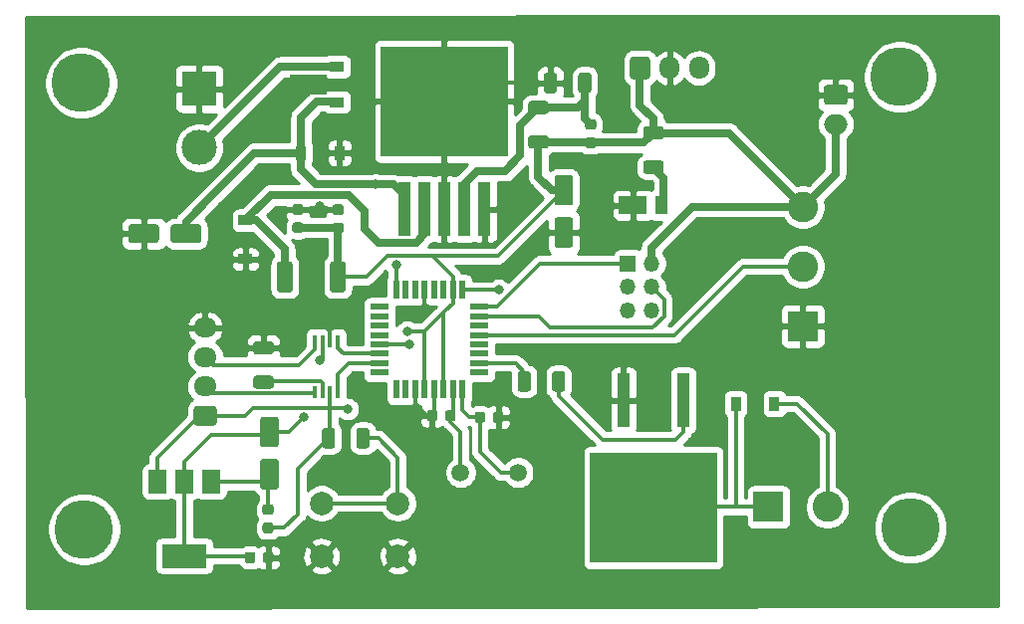
<source format=gbr>
%TF.GenerationSoftware,KiCad,Pcbnew,(5.1.8)-1*%
%TF.CreationDate,2021-08-28T19:56:38+01:00*%
%TF.ProjectId,OSC21,4f534332-312e-46b6-9963-61645f706362,rev?*%
%TF.SameCoordinates,Original*%
%TF.FileFunction,Copper,L1,Top*%
%TF.FilePolarity,Positive*%
%FSLAX46Y46*%
G04 Gerber Fmt 4.6, Leading zero omitted, Abs format (unit mm)*
G04 Created by KiCad (PCBNEW (5.1.8)-1) date 2021-08-28 19:56:38*
%MOMM*%
%LPD*%
G01*
G04 APERTURE LIST*
%TA.AperFunction,ComponentPad*%
%ADD10C,5.000000*%
%TD*%
%TA.AperFunction,SMDPad,CuDef*%
%ADD11R,1.050000X1.500000*%
%TD*%
%TA.AperFunction,SMDPad,CuDef*%
%ADD12R,2.400000X1.500000*%
%TD*%
%TA.AperFunction,ComponentPad*%
%ADD13C,1.500000*%
%TD*%
%TA.AperFunction,SMDPad,CuDef*%
%ADD14R,1.500000X2.000000*%
%TD*%
%TA.AperFunction,SMDPad,CuDef*%
%ADD15R,3.800000X2.000000*%
%TD*%
%TA.AperFunction,SMDPad,CuDef*%
%ADD16R,0.400000X1.100000*%
%TD*%
%TA.AperFunction,SMDPad,CuDef*%
%ADD17R,10.800000X9.400000*%
%TD*%
%TA.AperFunction,SMDPad,CuDef*%
%ADD18R,1.100000X4.600000*%
%TD*%
%TA.AperFunction,SMDPad,CuDef*%
%ADD19R,1.600000X0.550000*%
%TD*%
%TA.AperFunction,SMDPad,CuDef*%
%ADD20R,0.550000X1.600000*%
%TD*%
%TA.AperFunction,ComponentPad*%
%ADD21C,2.000000*%
%TD*%
%TA.AperFunction,SMDPad,CuDef*%
%ADD22C,0.100000*%
%TD*%
%TA.AperFunction,SMDPad,CuDef*%
%ADD23R,1.300000X0.900000*%
%TD*%
%TA.AperFunction,ComponentPad*%
%ADD24O,2.000000X1.700000*%
%TD*%
%TA.AperFunction,ComponentPad*%
%ADD25C,2.600000*%
%TD*%
%TA.AperFunction,ComponentPad*%
%ADD26R,2.600000X2.600000*%
%TD*%
%TA.AperFunction,ComponentPad*%
%ADD27O,1.700000X1.950000*%
%TD*%
%TA.AperFunction,ComponentPad*%
%ADD28O,1.950000X1.700000*%
%TD*%
%TA.AperFunction,ComponentPad*%
%ADD29O,1.350000X1.350000*%
%TD*%
%TA.AperFunction,ComponentPad*%
%ADD30R,1.350000X1.350000*%
%TD*%
%TA.AperFunction,ComponentPad*%
%ADD31C,3.000000*%
%TD*%
%TA.AperFunction,ComponentPad*%
%ADD32R,3.000000X3.000000*%
%TD*%
%TA.AperFunction,SMDPad,CuDef*%
%ADD33R,1.200000X0.900000*%
%TD*%
%TA.AperFunction,SMDPad,CuDef*%
%ADD34R,0.900000X1.200000*%
%TD*%
%TA.AperFunction,ViaPad*%
%ADD35C,0.800000*%
%TD*%
%TA.AperFunction,Conductor*%
%ADD36C,0.350000*%
%TD*%
%TA.AperFunction,Conductor*%
%ADD37C,0.700000*%
%TD*%
%TA.AperFunction,Conductor*%
%ADD38C,0.254000*%
%TD*%
%TA.AperFunction,Conductor*%
%ADD39C,0.100000*%
%TD*%
G04 APERTURE END LIST*
D10*
%TO.P,H4,1*%
%TO.N,N/C*%
X176149000Y-119951500D03*
%TD*%
%TO.P,H3,1*%
%TO.N,N/C*%
X175260000Y-81597500D03*
%TD*%
%TO.P,H2,1*%
%TO.N,N/C*%
X105918000Y-120078500D03*
%TD*%
%TO.P,H1,1*%
%TO.N,N/C*%
X105664000Y-82105500D03*
%TD*%
D11*
%TO.P,D1,2*%
%TO.N,Net-(D1-Pad2)*%
X154941000Y-92519500D03*
D12*
%TO.P,D1,1*%
%TO.N,GND*%
X152566000Y-92519500D03*
%TD*%
D13*
%TO.P,Y1,2*%
%TO.N,XTAL2*%
X142802000Y-115252500D03*
%TO.P,Y1,1*%
%TO.N,XTAL1*%
X137922000Y-115252500D03*
%TD*%
D14*
%TO.P,U4,1*%
%TO.N,Net-(C10-Pad2)*%
X116727000Y-116039500D03*
%TO.P,U4,3*%
%TO.N,+5V*%
X112127000Y-116039500D03*
%TO.P,U4,2*%
%TO.N,+3V3*%
X114427000Y-116039500D03*
D15*
X114427000Y-122339500D03*
%TD*%
D16*
%TO.P,U3,8*%
%TO.N,TX*%
X127467000Y-108385500D03*
%TO.P,U3,7*%
%TO.N,+5V*%
X126817000Y-108385500D03*
%TO.P,U3,6*%
%TO.N,Net-(R6-Pad1)*%
X126167000Y-108385500D03*
%TO.P,U3,5*%
%TO.N,TX_Rasp*%
X125517000Y-108385500D03*
%TO.P,U3,4*%
%TO.N,RX_Rasp*%
X125517000Y-104085500D03*
%TO.P,U3,3*%
%TO.N,+3V3*%
X126167000Y-104085500D03*
%TO.P,U3,2*%
%TO.N,GND*%
X126817000Y-104085500D03*
%TO.P,U3,1*%
%TO.N,RX*%
X127467000Y-104085500D03*
%TD*%
D17*
%TO.P,U2,3*%
%TO.N,GND*%
X136525000Y-83683500D03*
D18*
%TO.P,U2,5*%
X139925000Y-92833500D03*
%TO.P,U2,4*%
%TO.N,Net-(C6-Pad1)*%
X138225000Y-92833500D03*
%TO.P,U2,3*%
%TO.N,GND*%
X136525000Y-92833500D03*
%TO.P,U2,2*%
%TO.N,Net-(D5-Pad1)*%
X134825000Y-92833500D03*
%TO.P,U2,1*%
%TO.N,+12V*%
X133125000Y-92833500D03*
%TD*%
D19*
%TO.P,U1,32*%
%TO.N,Net-(U1-Pad32)*%
X131005000Y-106749500D03*
%TO.P,U1,31*%
%TO.N,TX*%
X131005000Y-105949500D03*
%TO.P,U1,30*%
%TO.N,RX*%
X131005000Y-105149500D03*
%TO.P,U1,29*%
%TO.N,RST*%
X131005000Y-104349500D03*
%TO.P,U1,28*%
%TO.N,Net-(U1-Pad28)*%
X131005000Y-103549500D03*
%TO.P,U1,27*%
%TO.N,Net-(U1-Pad27)*%
X131005000Y-102749500D03*
%TO.P,U1,26*%
%TO.N,Net-(U1-Pad26)*%
X131005000Y-101949500D03*
%TO.P,U1,25*%
%TO.N,Net-(U1-Pad25)*%
X131005000Y-101149500D03*
D20*
%TO.P,U1,24*%
%TO.N,IR_Sen*%
X132455000Y-99699500D03*
%TO.P,U1,23*%
%TO.N,Net-(U1-Pad23)*%
X133255000Y-99699500D03*
%TO.P,U1,22*%
%TO.N,Net-(U1-Pad22)*%
X134055000Y-99699500D03*
%TO.P,U1,21*%
%TO.N,GND*%
X134855000Y-99699500D03*
%TO.P,U1,20*%
%TO.N,Net-(U1-Pad20)*%
X135655000Y-99699500D03*
%TO.P,U1,19*%
%TO.N,Net-(U1-Pad19)*%
X136455000Y-99699500D03*
%TO.P,U1,18*%
%TO.N,+5V*%
X137255000Y-99699500D03*
%TO.P,U1,17*%
%TO.N,SCK*%
X138055000Y-99699500D03*
D19*
%TO.P,U1,16*%
%TO.N,MISO*%
X139505000Y-101149500D03*
%TO.P,U1,15*%
%TO.N,MOSI*%
X139505000Y-101949500D03*
%TO.P,U1,14*%
%TO.N,Net-(U1-Pad14)*%
X139505000Y-102749500D03*
%TO.P,U1,13*%
%TO.N,Servo*%
X139505000Y-103549500D03*
%TO.P,U1,12*%
%TO.N,Net-(U1-Pad12)*%
X139505000Y-104349500D03*
%TO.P,U1,11*%
%TO.N,Net-(U1-Pad11)*%
X139505000Y-105149500D03*
%TO.P,U1,10*%
%TO.N,PB1*%
X139505000Y-105949500D03*
%TO.P,U1,9*%
%TO.N,Net-(U1-Pad9)*%
X139505000Y-106749500D03*
D20*
%TO.P,U1,8*%
%TO.N,XTAL2*%
X138055000Y-108199500D03*
%TO.P,U1,7*%
%TO.N,XTAL1*%
X137255000Y-108199500D03*
%TO.P,U1,6*%
%TO.N,+5V*%
X136455000Y-108199500D03*
%TO.P,U1,5*%
%TO.N,GND*%
X135655000Y-108199500D03*
%TO.P,U1,4*%
%TO.N,+5V*%
X134855000Y-108199500D03*
%TO.P,U1,3*%
%TO.N,GND*%
X134055000Y-108199500D03*
%TO.P,U1,2*%
%TO.N,Net-(U1-Pad2)*%
X133255000Y-108199500D03*
%TO.P,U1,1*%
%TO.N,Net-(U1-Pad1)*%
X132455000Y-108199500D03*
%TD*%
D21*
%TO.P,SW1,1*%
%TO.N,GND*%
X126088000Y-122364500D03*
%TO.P,SW1,2*%
%TO.N,RST*%
X126088000Y-117864500D03*
%TO.P,SW1,1*%
%TO.N,GND*%
X132588000Y-122364500D03*
%TO.P,SW1,2*%
%TO.N,RST*%
X132588000Y-117864500D03*
%TD*%
%TO.P,R7,2*%
%TO.N,+5V*%
%TA.AperFunction,SMDPad,CuDef*%
G36*
G01*
X154930001Y-86920500D02*
X153679999Y-86920500D01*
G75*
G02*
X153430000Y-86670501I0J249999D01*
G01*
X153430000Y-86045499D01*
G75*
G02*
X153679999Y-85795500I249999J0D01*
G01*
X154930001Y-85795500D01*
G75*
G02*
X155180000Y-86045499I0J-249999D01*
G01*
X155180000Y-86670501D01*
G75*
G02*
X154930001Y-86920500I-249999J0D01*
G01*
G37*
%TD.AperFunction*%
%TO.P,R7,1*%
%TO.N,Net-(D1-Pad2)*%
%TA.AperFunction,SMDPad,CuDef*%
G36*
G01*
X154930001Y-89845500D02*
X153679999Y-89845500D01*
G75*
G02*
X153430000Y-89595501I0J249999D01*
G01*
X153430000Y-88970499D01*
G75*
G02*
X153679999Y-88720500I249999J0D01*
G01*
X154930001Y-88720500D01*
G75*
G02*
X155180000Y-88970499I0J-249999D01*
G01*
X155180000Y-89595501D01*
G75*
G02*
X154930001Y-89845500I-249999J0D01*
G01*
G37*
%TD.AperFunction*%
%TD*%
%TO.P,R6,2*%
%TO.N,GND*%
%TA.AperFunction,SMDPad,CuDef*%
G36*
G01*
X121783001Y-105208500D02*
X120532999Y-105208500D01*
G75*
G02*
X120283000Y-104958501I0J249999D01*
G01*
X120283000Y-104333499D01*
G75*
G02*
X120532999Y-104083500I249999J0D01*
G01*
X121783001Y-104083500D01*
G75*
G02*
X122033000Y-104333499I0J-249999D01*
G01*
X122033000Y-104958501D01*
G75*
G02*
X121783001Y-105208500I-249999J0D01*
G01*
G37*
%TD.AperFunction*%
%TO.P,R6,1*%
%TO.N,Net-(R6-Pad1)*%
%TA.AperFunction,SMDPad,CuDef*%
G36*
G01*
X121783001Y-108133500D02*
X120532999Y-108133500D01*
G75*
G02*
X120283000Y-107883501I0J249999D01*
G01*
X120283000Y-107258499D01*
G75*
G02*
X120532999Y-107008500I249999J0D01*
G01*
X121783001Y-107008500D01*
G75*
G02*
X122033000Y-107258499I0J-249999D01*
G01*
X122033000Y-107883501D01*
G75*
G02*
X121783001Y-108133500I-249999J0D01*
G01*
G37*
%TD.AperFunction*%
%TD*%
%TO.P,R5,2*%
%TO.N,Net-(C6-Pad1)*%
%TA.AperFunction,SMDPad,CuDef*%
G36*
G01*
X147904500Y-82730501D02*
X147904500Y-81480499D01*
G75*
G02*
X148154499Y-81230500I249999J0D01*
G01*
X148779501Y-81230500D01*
G75*
G02*
X149029500Y-81480499I0J-249999D01*
G01*
X149029500Y-82730501D01*
G75*
G02*
X148779501Y-82980500I-249999J0D01*
G01*
X148154499Y-82980500D01*
G75*
G02*
X147904500Y-82730501I0J249999D01*
G01*
G37*
%TD.AperFunction*%
%TO.P,R5,1*%
%TO.N,GND*%
%TA.AperFunction,SMDPad,CuDef*%
G36*
G01*
X144979500Y-82730501D02*
X144979500Y-81480499D01*
G75*
G02*
X145229499Y-81230500I249999J0D01*
G01*
X145854501Y-81230500D01*
G75*
G02*
X146104500Y-81480499I0J-249999D01*
G01*
X146104500Y-82730501D01*
G75*
G02*
X145854501Y-82980500I-249999J0D01*
G01*
X145229499Y-82980500D01*
G75*
G02*
X144979500Y-82730501I0J249999D01*
G01*
G37*
%TD.AperFunction*%
%TD*%
%TO.P,R4,2*%
%TO.N,+5V*%
%TA.AperFunction,SMDPad,CuDef*%
G36*
G01*
X143900999Y-86561500D02*
X145151001Y-86561500D01*
G75*
G02*
X145401000Y-86811499I0J-249999D01*
G01*
X145401000Y-87436501D01*
G75*
G02*
X145151001Y-87686500I-249999J0D01*
G01*
X143900999Y-87686500D01*
G75*
G02*
X143651000Y-87436501I0J249999D01*
G01*
X143651000Y-86811499D01*
G75*
G02*
X143900999Y-86561500I249999J0D01*
G01*
G37*
%TD.AperFunction*%
%TO.P,R4,1*%
%TO.N,Net-(C6-Pad1)*%
%TA.AperFunction,SMDPad,CuDef*%
G36*
G01*
X143900999Y-83636500D02*
X145151001Y-83636500D01*
G75*
G02*
X145401000Y-83886499I0J-249999D01*
G01*
X145401000Y-84511501D01*
G75*
G02*
X145151001Y-84761500I-249999J0D01*
G01*
X143900999Y-84761500D01*
G75*
G02*
X143651000Y-84511501I0J249999D01*
G01*
X143651000Y-83886499D01*
G75*
G02*
X143900999Y-83636500I249999J0D01*
G01*
G37*
%TD.AperFunction*%
%TD*%
%TO.P,R3,2*%
%TO.N,PB1*%
%TA.AperFunction,SMDPad,CuDef*%
G36*
G01*
X143880000Y-106880499D02*
X143880000Y-108130501D01*
G75*
G02*
X143630001Y-108380500I-249999J0D01*
G01*
X143004999Y-108380500D01*
G75*
G02*
X142755000Y-108130501I0J249999D01*
G01*
X142755000Y-106880499D01*
G75*
G02*
X143004999Y-106630500I249999J0D01*
G01*
X143630001Y-106630500D01*
G75*
G02*
X143880000Y-106880499I0J-249999D01*
G01*
G37*
%TD.AperFunction*%
%TO.P,R3,1*%
%TO.N,Net-(Q2-Pad1)*%
%TA.AperFunction,SMDPad,CuDef*%
G36*
G01*
X146805000Y-106880499D02*
X146805000Y-108130501D01*
G75*
G02*
X146555001Y-108380500I-249999J0D01*
G01*
X145929999Y-108380500D01*
G75*
G02*
X145680000Y-108130501I0J249999D01*
G01*
X145680000Y-106880499D01*
G75*
G02*
X145929999Y-106630500I249999J0D01*
G01*
X146555001Y-106630500D01*
G75*
G02*
X146805000Y-106880499I0J-249999D01*
G01*
G37*
%TD.AperFunction*%
%TD*%
%TO.P,R1,2*%
%TO.N,RST*%
%TA.AperFunction,SMDPad,CuDef*%
G36*
G01*
X129043000Y-112956501D02*
X129043000Y-111706499D01*
G75*
G02*
X129292999Y-111456500I249999J0D01*
G01*
X129918001Y-111456500D01*
G75*
G02*
X130168000Y-111706499I0J-249999D01*
G01*
X130168000Y-112956501D01*
G75*
G02*
X129918001Y-113206500I-249999J0D01*
G01*
X129292999Y-113206500D01*
G75*
G02*
X129043000Y-112956501I0J249999D01*
G01*
G37*
%TD.AperFunction*%
%TO.P,R1,1*%
%TO.N,+5V*%
%TA.AperFunction,SMDPad,CuDef*%
G36*
G01*
X126118000Y-112956501D02*
X126118000Y-111706499D01*
G75*
G02*
X126367999Y-111456500I249999J0D01*
G01*
X126993001Y-111456500D01*
G75*
G02*
X127243000Y-111706499I0J-249999D01*
G01*
X127243000Y-112956501D01*
G75*
G02*
X126993001Y-113206500I-249999J0D01*
G01*
X126367999Y-113206500D01*
G75*
G02*
X126118000Y-112956501I0J249999D01*
G01*
G37*
%TD.AperFunction*%
%TD*%
D17*
%TO.P,Q2,2*%
%TO.N,Net-(D4-Pad2)*%
X154305000Y-118246500D03*
D18*
%TO.P,Q2,3*%
%TO.N,GND*%
X151765000Y-109096500D03*
%TO.P,Q2,1*%
%TO.N,Net-(Q2-Pad1)*%
X156845000Y-109096500D03*
%TD*%
%TA.AperFunction,SMDPad,CuDef*%
D22*
%TO.P,Q1,2*%
%TO.N,GND*%
G36*
X123430000Y-81366000D02*
G01*
X126555000Y-81366000D01*
X126555000Y-81782500D01*
X128030000Y-81782500D01*
X128030000Y-82682500D01*
X126555000Y-82682500D01*
X126555000Y-83099000D01*
X123430000Y-83099000D01*
X123430000Y-81366000D01*
G37*
%TD.AperFunction*%
D23*
%TO.P,Q1,3*%
%TO.N,Net-(J1-Pad2)*%
X127380000Y-80732500D03*
%TO.P,Q1,1*%
%TO.N,+12V*%
X127380000Y-83732500D03*
%TD*%
%TO.P,L1,2*%
%TO.N,+5V*%
%TA.AperFunction,SMDPad,CuDef*%
G36*
G01*
X126797000Y-99690501D02*
X126797000Y-97540499D01*
G75*
G02*
X127046999Y-97290500I249999J0D01*
G01*
X127897001Y-97290500D01*
G75*
G02*
X128147000Y-97540499I0J-249999D01*
G01*
X128147000Y-99690501D01*
G75*
G02*
X127897001Y-99940500I-249999J0D01*
G01*
X127046999Y-99940500D01*
G75*
G02*
X126797000Y-99690501I0J249999D01*
G01*
G37*
%TD.AperFunction*%
%TO.P,L1,1*%
%TO.N,Net-(D5-Pad1)*%
%TA.AperFunction,SMDPad,CuDef*%
G36*
G01*
X122297000Y-99690501D02*
X122297000Y-97540499D01*
G75*
G02*
X122546999Y-97290500I249999J0D01*
G01*
X123397001Y-97290500D01*
G75*
G02*
X123647000Y-97540499I0J-249999D01*
G01*
X123647000Y-99690501D01*
G75*
G02*
X123397001Y-99940500I-249999J0D01*
G01*
X122546999Y-99940500D01*
G75*
G02*
X122297000Y-99690501I0J249999D01*
G01*
G37*
%TD.AperFunction*%
%TD*%
D24*
%TO.P,J7,2*%
%TO.N,+5V*%
X169799000Y-85621500D03*
%TO.P,J7,1*%
%TO.N,GND*%
%TA.AperFunction,ComponentPad*%
G36*
G01*
X169049000Y-82271500D02*
X170549000Y-82271500D01*
G75*
G02*
X170799000Y-82521500I0J-250000D01*
G01*
X170799000Y-83721500D01*
G75*
G02*
X170549000Y-83971500I-250000J0D01*
G01*
X169049000Y-83971500D01*
G75*
G02*
X168799000Y-83721500I0J250000D01*
G01*
X168799000Y-82521500D01*
G75*
G02*
X169049000Y-82271500I250000J0D01*
G01*
G37*
%TD.AperFunction*%
%TD*%
D25*
%TO.P,J6,3*%
%TO.N,+5V*%
X167005000Y-92646500D03*
%TO.P,J6,2*%
%TO.N,Servo*%
X167005000Y-97726500D03*
D26*
%TO.P,J6,1*%
%TO.N,GND*%
X167005000Y-102806500D03*
%TD*%
D25*
%TO.P,J5,2*%
%TO.N,+12V*%
X169084000Y-118173500D03*
D26*
%TO.P,J5,1*%
%TO.N,Net-(D4-Pad2)*%
X164084000Y-118173500D03*
%TD*%
D27*
%TO.P,J4,3*%
%TO.N,IR_Sen*%
X158162000Y-80835500D03*
%TO.P,J4,2*%
%TO.N,GND*%
X155662000Y-80835500D03*
%TO.P,J4,1*%
%TO.N,+5V*%
%TA.AperFunction,ComponentPad*%
G36*
G01*
X152312000Y-81560500D02*
X152312000Y-80110500D01*
G75*
G02*
X152562000Y-79860500I250000J0D01*
G01*
X153762000Y-79860500D01*
G75*
G02*
X154012000Y-80110500I0J-250000D01*
G01*
X154012000Y-81560500D01*
G75*
G02*
X153762000Y-81810500I-250000J0D01*
G01*
X152562000Y-81810500D01*
G75*
G02*
X152312000Y-81560500I0J250000D01*
G01*
G37*
%TD.AperFunction*%
%TD*%
D28*
%TO.P,J3,4*%
%TO.N,GND*%
X116205000Y-102926500D03*
%TO.P,J3,3*%
%TO.N,RX_Rasp*%
X116205000Y-105426500D03*
%TO.P,J3,2*%
%TO.N,TX_Rasp*%
X116205000Y-107926500D03*
%TO.P,J3,1*%
%TO.N,+5V*%
%TA.AperFunction,ComponentPad*%
G36*
G01*
X116930000Y-111276500D02*
X115480000Y-111276500D01*
G75*
G02*
X115230000Y-111026500I0J250000D01*
G01*
X115230000Y-109826500D01*
G75*
G02*
X115480000Y-109576500I250000J0D01*
G01*
X116930000Y-109576500D01*
G75*
G02*
X117180000Y-109826500I0J-250000D01*
G01*
X117180000Y-111026500D01*
G75*
G02*
X116930000Y-111276500I-250000J0D01*
G01*
G37*
%TD.AperFunction*%
%TD*%
D29*
%TO.P,J2,6*%
%TO.N,GND*%
X154146000Y-101472500D03*
%TO.P,J2,5*%
%TO.N,RST*%
X152146000Y-101472500D03*
%TO.P,J2,4*%
%TO.N,MOSI*%
X154146000Y-99472500D03*
%TO.P,J2,3*%
%TO.N,SCK*%
X152146000Y-99472500D03*
%TO.P,J2,2*%
%TO.N,+5V*%
X154146000Y-97472500D03*
D30*
%TO.P,J2,1*%
%TO.N,MISO*%
X152146000Y-97472500D03*
%TD*%
D31*
%TO.P,J1,2*%
%TO.N,Net-(J1-Pad2)*%
X115697000Y-87613500D03*
D32*
%TO.P,J1,1*%
%TO.N,GND*%
X115697000Y-82613500D03*
%TD*%
D33*
%TO.P,D5,2*%
%TO.N,GND*%
X119634000Y-97090500D03*
%TO.P,D5,1*%
%TO.N,Net-(D5-Pad1)*%
X119634000Y-93790500D03*
%TD*%
D34*
%TO.P,D4,2*%
%TO.N,Net-(D4-Pad2)*%
X161292000Y-109410500D03*
%TO.P,D4,1*%
%TO.N,+12V*%
X164592000Y-109410500D03*
%TD*%
%TO.P,D3,2*%
%TO.N,GND*%
X127634000Y-88074500D03*
%TO.P,D3,1*%
%TO.N,+12V*%
X124334000Y-88074500D03*
%TD*%
%TO.P,C10,2*%
%TO.N,Net-(C10-Pad2)*%
%TA.AperFunction,SMDPad,CuDef*%
G36*
G01*
X121116000Y-114101500D02*
X122216000Y-114101500D01*
G75*
G02*
X122466000Y-114351500I0J-250000D01*
G01*
X122466000Y-116451500D01*
G75*
G02*
X122216000Y-116701500I-250000J0D01*
G01*
X121116000Y-116701500D01*
G75*
G02*
X120866000Y-116451500I0J250000D01*
G01*
X120866000Y-114351500D01*
G75*
G02*
X121116000Y-114101500I250000J0D01*
G01*
G37*
%TD.AperFunction*%
%TO.P,C10,1*%
%TO.N,+3V3*%
%TA.AperFunction,SMDPad,CuDef*%
G36*
G01*
X121116000Y-110501500D02*
X122216000Y-110501500D01*
G75*
G02*
X122466000Y-110751500I0J-250000D01*
G01*
X122466000Y-112851500D01*
G75*
G02*
X122216000Y-113101500I-250000J0D01*
G01*
X121116000Y-113101500D01*
G75*
G02*
X120866000Y-112851500I0J250000D01*
G01*
X120866000Y-110751500D01*
G75*
G02*
X121116000Y-110501500I250000J0D01*
G01*
G37*
%TD.AperFunction*%
%TD*%
%TO.P,C9,2*%
%TO.N,Net-(C10-Pad2)*%
%TA.AperFunction,SMDPad,CuDef*%
G36*
G01*
X121789000Y-118864500D02*
X121289000Y-118864500D01*
G75*
G02*
X121064000Y-118639500I0J225000D01*
G01*
X121064000Y-118189500D01*
G75*
G02*
X121289000Y-117964500I225000J0D01*
G01*
X121789000Y-117964500D01*
G75*
G02*
X122014000Y-118189500I0J-225000D01*
G01*
X122014000Y-118639500D01*
G75*
G02*
X121789000Y-118864500I-225000J0D01*
G01*
G37*
%TD.AperFunction*%
%TO.P,C9,1*%
%TO.N,+5V*%
%TA.AperFunction,SMDPad,CuDef*%
G36*
G01*
X121789000Y-120414500D02*
X121289000Y-120414500D01*
G75*
G02*
X121064000Y-120189500I0J225000D01*
G01*
X121064000Y-119739500D01*
G75*
G02*
X121289000Y-119514500I225000J0D01*
G01*
X121789000Y-119514500D01*
G75*
G02*
X122014000Y-119739500I0J-225000D01*
G01*
X122014000Y-120189500D01*
G75*
G02*
X121789000Y-120414500I-225000J0D01*
G01*
G37*
%TD.AperFunction*%
%TD*%
%TO.P,C8,2*%
%TO.N,+5V*%
%TA.AperFunction,SMDPad,CuDef*%
G36*
G01*
X123829000Y-93974500D02*
X124329000Y-93974500D01*
G75*
G02*
X124554000Y-94199500I0J-225000D01*
G01*
X124554000Y-94649500D01*
G75*
G02*
X124329000Y-94874500I-225000J0D01*
G01*
X123829000Y-94874500D01*
G75*
G02*
X123604000Y-94649500I0J225000D01*
G01*
X123604000Y-94199500D01*
G75*
G02*
X123829000Y-93974500I225000J0D01*
G01*
G37*
%TD.AperFunction*%
%TO.P,C8,1*%
%TO.N,GND*%
%TA.AperFunction,SMDPad,CuDef*%
G36*
G01*
X123829000Y-92424500D02*
X124329000Y-92424500D01*
G75*
G02*
X124554000Y-92649500I0J-225000D01*
G01*
X124554000Y-93099500D01*
G75*
G02*
X124329000Y-93324500I-225000J0D01*
G01*
X123829000Y-93324500D01*
G75*
G02*
X123604000Y-93099500I0J225000D01*
G01*
X123604000Y-92649500D01*
G75*
G02*
X123829000Y-92424500I225000J0D01*
G01*
G37*
%TD.AperFunction*%
%TD*%
%TO.P,C7,2*%
%TO.N,GND*%
%TA.AperFunction,SMDPad,CuDef*%
G36*
G01*
X121115000Y-122741500D02*
X121115000Y-122241500D01*
G75*
G02*
X121340000Y-122016500I225000J0D01*
G01*
X121790000Y-122016500D01*
G75*
G02*
X122015000Y-122241500I0J-225000D01*
G01*
X122015000Y-122741500D01*
G75*
G02*
X121790000Y-122966500I-225000J0D01*
G01*
X121340000Y-122966500D01*
G75*
G02*
X121115000Y-122741500I0J225000D01*
G01*
G37*
%TD.AperFunction*%
%TO.P,C7,1*%
%TO.N,+3V3*%
%TA.AperFunction,SMDPad,CuDef*%
G36*
G01*
X119565000Y-122741500D02*
X119565000Y-122241500D01*
G75*
G02*
X119790000Y-122016500I225000J0D01*
G01*
X120240000Y-122016500D01*
G75*
G02*
X120465000Y-122241500I0J-225000D01*
G01*
X120465000Y-122741500D01*
G75*
G02*
X120240000Y-122966500I-225000J0D01*
G01*
X119790000Y-122966500D01*
G75*
G02*
X119565000Y-122741500I0J225000D01*
G01*
G37*
%TD.AperFunction*%
%TD*%
%TO.P,C6,2*%
%TO.N,+5V*%
%TA.AperFunction,SMDPad,CuDef*%
G36*
G01*
X148721000Y-86748500D02*
X149221000Y-86748500D01*
G75*
G02*
X149446000Y-86973500I0J-225000D01*
G01*
X149446000Y-87423500D01*
G75*
G02*
X149221000Y-87648500I-225000J0D01*
G01*
X148721000Y-87648500D01*
G75*
G02*
X148496000Y-87423500I0J225000D01*
G01*
X148496000Y-86973500D01*
G75*
G02*
X148721000Y-86748500I225000J0D01*
G01*
G37*
%TD.AperFunction*%
%TO.P,C6,1*%
%TO.N,Net-(C6-Pad1)*%
%TA.AperFunction,SMDPad,CuDef*%
G36*
G01*
X148721000Y-85198500D02*
X149221000Y-85198500D01*
G75*
G02*
X149446000Y-85423500I0J-225000D01*
G01*
X149446000Y-85873500D01*
G75*
G02*
X149221000Y-86098500I-225000J0D01*
G01*
X148721000Y-86098500D01*
G75*
G02*
X148496000Y-85873500I0J225000D01*
G01*
X148496000Y-85423500D01*
G75*
G02*
X148721000Y-85198500I225000J0D01*
G01*
G37*
%TD.AperFunction*%
%TD*%
%TO.P,C5,2*%
%TO.N,GND*%
%TA.AperFunction,SMDPad,CuDef*%
G36*
G01*
X146135000Y-93527500D02*
X147235000Y-93527500D01*
G75*
G02*
X147485000Y-93777500I0J-250000D01*
G01*
X147485000Y-95877500D01*
G75*
G02*
X147235000Y-96127500I-250000J0D01*
G01*
X146135000Y-96127500D01*
G75*
G02*
X145885000Y-95877500I0J250000D01*
G01*
X145885000Y-93777500D01*
G75*
G02*
X146135000Y-93527500I250000J0D01*
G01*
G37*
%TD.AperFunction*%
%TO.P,C5,1*%
%TO.N,+5V*%
%TA.AperFunction,SMDPad,CuDef*%
G36*
G01*
X146135000Y-89927500D02*
X147235000Y-89927500D01*
G75*
G02*
X147485000Y-90177500I0J-250000D01*
G01*
X147485000Y-92277500D01*
G75*
G02*
X147235000Y-92527500I-250000J0D01*
G01*
X146135000Y-92527500D01*
G75*
G02*
X145885000Y-92277500I0J250000D01*
G01*
X145885000Y-90177500D01*
G75*
G02*
X146135000Y-89927500I250000J0D01*
G01*
G37*
%TD.AperFunction*%
%TD*%
%TO.P,C4,2*%
%TO.N,GND*%
%TA.AperFunction,SMDPad,CuDef*%
G36*
G01*
X112276000Y-94382500D02*
X112276000Y-95482500D01*
G75*
G02*
X112026000Y-95732500I-250000J0D01*
G01*
X109926000Y-95732500D01*
G75*
G02*
X109676000Y-95482500I0J250000D01*
G01*
X109676000Y-94382500D01*
G75*
G02*
X109926000Y-94132500I250000J0D01*
G01*
X112026000Y-94132500D01*
G75*
G02*
X112276000Y-94382500I0J-250000D01*
G01*
G37*
%TD.AperFunction*%
%TO.P,C4,1*%
%TO.N,+12V*%
%TA.AperFunction,SMDPad,CuDef*%
G36*
G01*
X115876000Y-94382500D02*
X115876000Y-95482500D01*
G75*
G02*
X115626000Y-95732500I-250000J0D01*
G01*
X113526000Y-95732500D01*
G75*
G02*
X113276000Y-95482500I0J250000D01*
G01*
X113276000Y-94382500D01*
G75*
G02*
X113526000Y-94132500I250000J0D01*
G01*
X115626000Y-94132500D01*
G75*
G02*
X115876000Y-94382500I0J-250000D01*
G01*
G37*
%TD.AperFunction*%
%TD*%
%TO.P,C3,2*%
%TO.N,+5V*%
%TA.AperFunction,SMDPad,CuDef*%
G36*
G01*
X127258000Y-93987500D02*
X127758000Y-93987500D01*
G75*
G02*
X127983000Y-94212500I0J-225000D01*
G01*
X127983000Y-94662500D01*
G75*
G02*
X127758000Y-94887500I-225000J0D01*
G01*
X127258000Y-94887500D01*
G75*
G02*
X127033000Y-94662500I0J225000D01*
G01*
X127033000Y-94212500D01*
G75*
G02*
X127258000Y-93987500I225000J0D01*
G01*
G37*
%TD.AperFunction*%
%TO.P,C3,1*%
%TO.N,GND*%
%TA.AperFunction,SMDPad,CuDef*%
G36*
G01*
X127258000Y-92437500D02*
X127758000Y-92437500D01*
G75*
G02*
X127983000Y-92662500I0J-225000D01*
G01*
X127983000Y-93112500D01*
G75*
G02*
X127758000Y-93337500I-225000J0D01*
G01*
X127258000Y-93337500D01*
G75*
G02*
X127033000Y-93112500I0J225000D01*
G01*
X127033000Y-92662500D01*
G75*
G02*
X127258000Y-92437500I225000J0D01*
G01*
G37*
%TD.AperFunction*%
%TD*%
%TO.P,C2,2*%
%TO.N,GND*%
%TA.AperFunction,SMDPad,CuDef*%
G36*
G01*
X140660000Y-110803500D02*
X140660000Y-110303500D01*
G75*
G02*
X140885000Y-110078500I225000J0D01*
G01*
X141335000Y-110078500D01*
G75*
G02*
X141560000Y-110303500I0J-225000D01*
G01*
X141560000Y-110803500D01*
G75*
G02*
X141335000Y-111028500I-225000J0D01*
G01*
X140885000Y-111028500D01*
G75*
G02*
X140660000Y-110803500I0J225000D01*
G01*
G37*
%TD.AperFunction*%
%TO.P,C2,1*%
%TO.N,XTAL2*%
%TA.AperFunction,SMDPad,CuDef*%
G36*
G01*
X139110000Y-110803500D02*
X139110000Y-110303500D01*
G75*
G02*
X139335000Y-110078500I225000J0D01*
G01*
X139785000Y-110078500D01*
G75*
G02*
X140010000Y-110303500I0J-225000D01*
G01*
X140010000Y-110803500D01*
G75*
G02*
X139785000Y-111028500I-225000J0D01*
G01*
X139335000Y-111028500D01*
G75*
G02*
X139110000Y-110803500I0J225000D01*
G01*
G37*
%TD.AperFunction*%
%TD*%
%TO.P,C1,2*%
%TO.N,GND*%
%TA.AperFunction,SMDPad,CuDef*%
G36*
G01*
X135946000Y-110176500D02*
X135946000Y-110676500D01*
G75*
G02*
X135721000Y-110901500I-225000J0D01*
G01*
X135271000Y-110901500D01*
G75*
G02*
X135046000Y-110676500I0J225000D01*
G01*
X135046000Y-110176500D01*
G75*
G02*
X135271000Y-109951500I225000J0D01*
G01*
X135721000Y-109951500D01*
G75*
G02*
X135946000Y-110176500I0J-225000D01*
G01*
G37*
%TD.AperFunction*%
%TO.P,C1,1*%
%TO.N,XTAL1*%
%TA.AperFunction,SMDPad,CuDef*%
G36*
G01*
X137496000Y-110176500D02*
X137496000Y-110676500D01*
G75*
G02*
X137271000Y-110901500I-225000J0D01*
G01*
X136821000Y-110901500D01*
G75*
G02*
X136596000Y-110676500I0J225000D01*
G01*
X136596000Y-110176500D01*
G75*
G02*
X136821000Y-109951500I225000J0D01*
G01*
X137271000Y-109951500D01*
G75*
G02*
X137496000Y-110176500I0J-225000D01*
G01*
G37*
%TD.AperFunction*%
%TD*%
D35*
%TO.N,GND*%
X134302500Y-101981000D03*
X125984000Y-92583000D03*
X148209000Y-88519000D03*
X146685000Y-88519000D03*
%TO.N,+5V*%
X133351500Y-103249500D03*
X128333500Y-109855000D03*
%TO.N,+12V*%
X130683000Y-90741500D03*
%TO.N,+3V3*%
X124587000Y-110553500D03*
X125984000Y-105727500D03*
%TO.N,RST*%
X133585000Y-104349500D03*
%TO.N,SCK*%
X141156000Y-99699500D03*
%TO.N,IR_Sen*%
X132461000Y-97599500D03*
%TD*%
D36*
%TO.N,GND*%
X116205000Y-102926500D02*
X126485000Y-102926500D01*
X126817000Y-103258500D02*
X126817000Y-104085500D01*
X126485000Y-102926500D02*
X126817000Y-103258500D01*
X134855000Y-101428500D02*
X134302500Y-101981000D01*
X134855000Y-99699500D02*
X134855000Y-101428500D01*
X126288500Y-92887500D02*
X125984000Y-92583000D01*
X127508000Y-92887500D02*
X126288500Y-92887500D01*
X138103000Y-82105500D02*
X136525000Y-83683500D01*
X145542000Y-82105500D02*
X138103000Y-82105500D01*
X135655000Y-110267500D02*
X135496000Y-110426500D01*
X135655000Y-108199500D02*
X135655000Y-110267500D01*
X135046000Y-110426500D02*
X135496000Y-110426500D01*
X134055000Y-109435500D02*
X135046000Y-110426500D01*
X134055000Y-108199500D02*
X134055000Y-109435500D01*
%TO.N,XTAL1*%
X137255000Y-110217500D02*
X137046000Y-110426500D01*
X137255000Y-108199500D02*
X137255000Y-110217500D01*
X137046000Y-110426500D02*
X137046000Y-110947500D01*
X137922000Y-111823500D02*
X137922000Y-115252500D01*
X137046000Y-110947500D02*
X137922000Y-111823500D01*
%TO.N,XTAL2*%
X139560000Y-110553500D02*
X138684000Y-110553500D01*
X138055000Y-109924500D02*
X138055000Y-108199500D01*
X138684000Y-110553500D02*
X138055000Y-109924500D01*
X139560000Y-110553500D02*
X139560000Y-113461500D01*
X141351000Y-115252500D02*
X142802000Y-115252500D01*
X139560000Y-113461500D02*
X141351000Y-115252500D01*
D37*
%TO.N,+5V*%
X127495000Y-94424500D02*
X127508000Y-94437500D01*
X124079000Y-94424500D02*
X127495000Y-94424500D01*
X127508000Y-98579500D02*
X127472000Y-98615500D01*
X127508000Y-94437500D02*
X127508000Y-98579500D01*
X148896500Y-87124000D02*
X148971000Y-87198500D01*
X144526000Y-87124000D02*
X148896500Y-87124000D01*
X146685000Y-91227500D02*
X145647000Y-91227500D01*
X144526000Y-90106500D02*
X144526000Y-87124000D01*
X145647000Y-91227500D02*
X144526000Y-90106500D01*
X153464500Y-87198500D02*
X154305000Y-86358000D01*
X148971000Y-87198500D02*
X153464500Y-87198500D01*
X154305000Y-86358000D02*
X154305000Y-85153500D01*
X153162000Y-84010500D02*
X153162000Y-80835500D01*
X154305000Y-85153500D02*
X153162000Y-84010500D01*
X169799000Y-89852500D02*
X167005000Y-92646500D01*
X169799000Y-85621500D02*
X169799000Y-89852500D01*
X154146000Y-97472500D02*
X154146000Y-96107500D01*
X157607000Y-92646500D02*
X167005000Y-92646500D01*
X154146000Y-96107500D02*
X157607000Y-92646500D01*
X160716500Y-86358000D02*
X167005000Y-92646500D01*
X154305000Y-86358000D02*
X160716500Y-86358000D01*
D36*
X112127000Y-116039500D02*
X112127000Y-115266500D01*
X112127000Y-116039500D02*
X112127000Y-113996500D01*
X115697000Y-110426500D02*
X116205000Y-110426500D01*
X112127000Y-113996500D02*
X115697000Y-110426500D01*
X126680500Y-112331500D02*
X124079000Y-114933000D01*
X124079000Y-114933000D02*
X124079000Y-118808500D01*
X122923000Y-119964500D02*
X121539000Y-119964500D01*
X124079000Y-118808500D02*
X122923000Y-119964500D01*
X126817000Y-112195000D02*
X126680500Y-112331500D01*
X136455000Y-101649500D02*
X136455000Y-108199500D01*
X137255000Y-99699500D02*
X137255000Y-100849500D01*
X134855000Y-103249500D02*
X136610000Y-101494500D01*
X134855000Y-108199500D02*
X134855000Y-103249500D01*
X136610000Y-101494500D02*
X136455000Y-101649500D01*
X137255000Y-100849500D02*
X136610000Y-101494500D01*
X137255000Y-98549500D02*
X135529999Y-96824499D01*
X137255000Y-99699500D02*
X137255000Y-98549500D01*
X129921000Y-98615500D02*
X127472000Y-98615500D01*
X131712001Y-96824499D02*
X129921000Y-98615500D01*
X116205000Y-110426500D02*
X119634000Y-110426500D01*
X126620999Y-109778499D02*
X126817000Y-109974500D01*
X120282001Y-109778499D02*
X126620999Y-109778499D01*
X119634000Y-110426500D02*
X120282001Y-109778499D01*
X126817000Y-109974500D02*
X126817000Y-112195000D01*
X126817000Y-108385500D02*
X126817000Y-109974500D01*
X141088001Y-96824499D02*
X135077501Y-96824499D01*
X146685000Y-91227500D02*
X141088001Y-96824499D01*
X135077501Y-96824499D02*
X131712001Y-96824499D01*
X135529999Y-96824499D02*
X135077501Y-96824499D01*
X134855000Y-103249500D02*
X133351500Y-103249500D01*
X133351500Y-103249500D02*
X133351500Y-103249500D01*
X128256999Y-109778499D02*
X128333500Y-109855000D01*
X126620999Y-109778499D02*
X128256999Y-109778499D01*
D37*
%TO.N,+12V*%
X124334000Y-88074500D02*
X124334000Y-85025500D01*
X124334000Y-85025500D02*
X125710490Y-83649010D01*
X127296510Y-83649010D02*
X127380000Y-83732500D01*
X125710490Y-83649010D02*
X127296510Y-83649010D01*
X114576000Y-94932500D02*
X114576000Y-93894500D01*
X120396000Y-88074500D02*
X124334000Y-88074500D01*
X124334000Y-88074500D02*
X124334000Y-89472500D01*
X124334000Y-89472500D02*
X125603000Y-90741500D01*
X133125000Y-91659500D02*
X133125000Y-92833500D01*
X132207000Y-90741500D02*
X133125000Y-91659500D01*
X120396000Y-88074500D02*
X116840000Y-91630500D01*
X116840000Y-91630500D02*
X116840000Y-91630500D01*
X116840000Y-91630500D02*
X114576000Y-93894500D01*
D36*
X164592000Y-109410500D02*
X166497000Y-109410500D01*
X169084000Y-111997500D02*
X169084000Y-118173500D01*
X166497000Y-109410500D02*
X169084000Y-111997500D01*
D37*
X132207000Y-90741500D02*
X130683000Y-90741500D01*
X130683000Y-90741500D02*
X130683000Y-90741500D01*
X130683000Y-90741500D02*
X125603000Y-90741500D01*
%TO.N,Net-(C6-Pad1)*%
X138225000Y-90693498D02*
X139319998Y-89598500D01*
X138225000Y-92833500D02*
X138225000Y-90693498D01*
X141700002Y-89598500D02*
X143002000Y-88296502D01*
X139319998Y-89598500D02*
X141700002Y-89598500D01*
X143002000Y-85723000D02*
X144526000Y-84199000D01*
X143002000Y-88296502D02*
X143002000Y-85723000D01*
X144526000Y-84199000D02*
X147893500Y-84199000D01*
X148467000Y-83625500D02*
X148467000Y-82105500D01*
X147893500Y-84199000D02*
X148467000Y-83625500D01*
X148467000Y-85144500D02*
X148971000Y-85648500D01*
X148467000Y-82105500D02*
X148467000Y-85144500D01*
D36*
%TO.N,+3V3*%
X119863000Y-122339500D02*
X120015000Y-122491500D01*
X114427000Y-122339500D02*
X119863000Y-122339500D01*
X114427000Y-116039500D02*
X114427000Y-122339500D01*
X114427000Y-116039500D02*
X114427000Y-114363500D01*
X114427000Y-114363500D02*
X116713000Y-112077500D01*
X121390000Y-112077500D02*
X121666000Y-111801500D01*
X116713000Y-112077500D02*
X121390000Y-112077500D01*
X121666000Y-111801500D02*
X123339000Y-111801500D01*
X123339000Y-111801500D02*
X124587000Y-110553500D01*
X124587000Y-110553500D02*
X124587000Y-110553500D01*
X126167000Y-105544500D02*
X125984000Y-105727500D01*
X126167000Y-104085500D02*
X126167000Y-105544500D01*
%TO.N,Net-(C10-Pad2)*%
X121028000Y-116039500D02*
X121666000Y-115401500D01*
X116727000Y-116039500D02*
X121028000Y-116039500D01*
X121539000Y-115528500D02*
X121666000Y-115401500D01*
X121539000Y-118414500D02*
X121539000Y-115528500D01*
D37*
%TO.N,Net-(D1-Pad2)*%
X154305000Y-89283000D02*
X155194000Y-90172000D01*
X155194000Y-92266500D02*
X154941000Y-92519500D01*
X155194000Y-90172000D02*
X155194000Y-92266500D01*
D36*
%TO.N,Net-(D4-Pad2)*%
X154378000Y-118173500D02*
X154305000Y-118246500D01*
X161292000Y-118171500D02*
X161290000Y-118173500D01*
X161292000Y-109410500D02*
X161292000Y-118171500D01*
X161290000Y-118173500D02*
X154378000Y-118173500D01*
X164084000Y-118173500D02*
X161290000Y-118173500D01*
D37*
%TO.N,Net-(D5-Pad1)*%
X122972000Y-98615500D02*
X122972000Y-96238500D01*
X120524000Y-93790500D02*
X119634000Y-93790500D01*
X122972000Y-96238500D02*
X120524000Y-93790500D01*
X134115001Y-95683501D02*
X130926001Y-95683501D01*
X134825000Y-94973502D02*
X134115001Y-95683501D01*
X134825000Y-92833500D02*
X134825000Y-94973502D01*
X130926001Y-95683501D02*
X129794000Y-94551500D01*
X129794000Y-93027500D02*
X128408010Y-91641510D01*
X129794000Y-94551500D02*
X129794000Y-93027500D01*
X121782990Y-91641510D02*
X119634000Y-93790500D01*
X128408010Y-91641510D02*
X121782990Y-91641510D01*
%TO.N,Net-(J1-Pad2)*%
X122578000Y-80732500D02*
X127380000Y-80732500D01*
X115697000Y-87613500D02*
X122578000Y-80732500D01*
D36*
%TO.N,RST*%
X126088000Y-117864500D02*
X132588000Y-117864500D01*
X129605500Y-112331500D02*
X130937000Y-112331500D01*
X132588000Y-113982500D02*
X132588000Y-117864500D01*
X130937000Y-112331500D02*
X132588000Y-113982500D01*
X131005000Y-104349500D02*
X133585000Y-104349500D01*
X133585000Y-104349500D02*
X133585000Y-104349500D01*
%TO.N,MOSI*%
X155196001Y-101976501D02*
X154239002Y-102933500D01*
X155196001Y-100522501D02*
X155196001Y-101976501D01*
X154146000Y-99472500D02*
X155196001Y-100522501D01*
X154239002Y-102933500D02*
X145542000Y-102933500D01*
X144558000Y-101949500D02*
X139505000Y-101949500D01*
X145542000Y-102933500D02*
X144558000Y-101949500D01*
%TO.N,SCK*%
X138055000Y-99699500D02*
X141156000Y-99699500D01*
X141156000Y-99699500D02*
X141156000Y-99699500D01*
%TO.N,MISO*%
X139505000Y-101149500D02*
X140976000Y-101149500D01*
X144653000Y-97472500D02*
X152146000Y-97472500D01*
X140976000Y-101149500D02*
X144653000Y-97472500D01*
%TO.N,TX_Rasp*%
X116205000Y-107926500D02*
X116205000Y-108267500D01*
X125393990Y-108508510D02*
X125517000Y-108385500D01*
X116446010Y-108508510D02*
X125393990Y-108508510D01*
X116205000Y-108267500D02*
X116446010Y-108508510D01*
%TO.N,RX_Rasp*%
X116205000Y-105426500D02*
X116887000Y-106108500D01*
X116887000Y-106108500D02*
X124206000Y-106108500D01*
X125517000Y-104797500D02*
X125517000Y-104085500D01*
X124206000Y-106108500D02*
X125517000Y-104797500D01*
%TO.N,IR_Sen*%
X132461000Y-99693500D02*
X132455000Y-99699500D01*
X132461000Y-97599500D02*
X132461000Y-99693500D01*
%TO.N,Servo*%
X167005000Y-97726500D02*
X161925000Y-97726500D01*
X156102000Y-103549500D02*
X139505000Y-103549500D01*
X161925000Y-97726500D02*
X156102000Y-103549500D01*
%TO.N,Net-(Q2-Pad1)*%
X146242500Y-107505500D02*
X146242500Y-108714000D01*
X146242500Y-108714000D02*
X149987000Y-112458500D01*
X149987000Y-112458500D02*
X156210000Y-112458500D01*
X156845000Y-111823500D02*
X156845000Y-109096500D01*
X156210000Y-112458500D02*
X156845000Y-111823500D01*
%TO.N,PB1*%
X142589000Y-105949500D02*
X143317500Y-106678000D01*
X143317500Y-106678000D02*
X143317500Y-107505500D01*
X139505000Y-105949500D02*
X142589000Y-105949500D01*
%TO.N,Net-(R6-Pad1)*%
X121268501Y-107460499D02*
X121158000Y-107571000D01*
X126017001Y-107460499D02*
X121268501Y-107460499D01*
X126167000Y-107610498D02*
X126017001Y-107460499D01*
X126167000Y-108385500D02*
X126167000Y-107610498D01*
%TO.N,TX*%
X131005000Y-105949500D02*
X128429000Y-105949500D01*
X127467000Y-106911500D02*
X127467000Y-108385500D01*
X128429000Y-105949500D02*
X127467000Y-106911500D01*
%TO.N,RX*%
X131005000Y-105149500D02*
X127946000Y-105149500D01*
X127467000Y-104670500D02*
X127467000Y-104085500D01*
X127946000Y-105149500D02*
X127467000Y-104670500D01*
%TD*%
D38*
%TO.N,GND*%
X183641840Y-126619195D02*
X101028340Y-126745805D01*
X101019577Y-119769729D01*
X102783000Y-119769729D01*
X102783000Y-120387271D01*
X102903476Y-120992946D01*
X103139799Y-121563479D01*
X103482886Y-122076946D01*
X103919554Y-122513614D01*
X104433021Y-122856701D01*
X105003554Y-123093024D01*
X105609229Y-123213500D01*
X106226771Y-123213500D01*
X106832446Y-123093024D01*
X107402979Y-122856701D01*
X107916446Y-122513614D01*
X108353114Y-122076946D01*
X108696201Y-121563479D01*
X108932524Y-120992946D01*
X109053000Y-120387271D01*
X109053000Y-119769729D01*
X108932524Y-119164054D01*
X108696201Y-118593521D01*
X108353114Y-118080054D01*
X107916446Y-117643386D01*
X107402979Y-117300299D01*
X106832446Y-117063976D01*
X106226771Y-116943500D01*
X105609229Y-116943500D01*
X105003554Y-117063976D01*
X104433021Y-117300299D01*
X103919554Y-117643386D01*
X103482886Y-118080054D01*
X103139799Y-118593521D01*
X102903476Y-119164054D01*
X102783000Y-119769729D01*
X101019577Y-119769729D01*
X101013635Y-115039500D01*
X110738928Y-115039500D01*
X110738928Y-117039500D01*
X110751188Y-117163982D01*
X110787498Y-117283680D01*
X110846463Y-117393994D01*
X110925815Y-117490685D01*
X111022506Y-117570037D01*
X111132820Y-117629002D01*
X111252518Y-117665312D01*
X111377000Y-117677572D01*
X112877000Y-117677572D01*
X113001482Y-117665312D01*
X113121180Y-117629002D01*
X113231494Y-117570037D01*
X113277000Y-117532691D01*
X113322506Y-117570037D01*
X113432820Y-117629002D01*
X113552518Y-117665312D01*
X113617000Y-117671663D01*
X113617001Y-120701428D01*
X112527000Y-120701428D01*
X112402518Y-120713688D01*
X112282820Y-120749998D01*
X112172506Y-120808963D01*
X112075815Y-120888315D01*
X111996463Y-120985006D01*
X111937498Y-121095320D01*
X111901188Y-121215018D01*
X111888928Y-121339500D01*
X111888928Y-123339500D01*
X111901188Y-123463982D01*
X111937498Y-123583680D01*
X111996463Y-123693994D01*
X112075815Y-123790685D01*
X112172506Y-123870037D01*
X112282820Y-123929002D01*
X112402518Y-123965312D01*
X112527000Y-123977572D01*
X116327000Y-123977572D01*
X116451482Y-123965312D01*
X116571180Y-123929002D01*
X116681494Y-123870037D01*
X116778185Y-123790685D01*
X116857537Y-123693994D01*
X116916502Y-123583680D01*
X116952812Y-123463982D01*
X116965072Y-123339500D01*
X116965072Y-123149500D01*
X119034166Y-123149500D01*
X119072382Y-123220997D01*
X119179716Y-123351784D01*
X119310503Y-123459118D01*
X119459717Y-123538875D01*
X119621623Y-123587988D01*
X119790000Y-123604572D01*
X120240000Y-123604572D01*
X120408377Y-123587988D01*
X120570283Y-123538875D01*
X120716351Y-123460800D01*
X120760506Y-123497037D01*
X120870820Y-123556002D01*
X120990518Y-123592312D01*
X121115000Y-123604572D01*
X121279250Y-123601500D01*
X121438000Y-123442750D01*
X121438000Y-122618500D01*
X121692000Y-122618500D01*
X121692000Y-123442750D01*
X121850750Y-123601500D01*
X122015000Y-123604572D01*
X122139482Y-123592312D01*
X122259180Y-123556002D01*
X122364113Y-123499913D01*
X125132192Y-123499913D01*
X125227956Y-123764314D01*
X125517571Y-123905204D01*
X125829108Y-123986884D01*
X126150595Y-124006218D01*
X126469675Y-123962461D01*
X126774088Y-123857295D01*
X126948044Y-123764314D01*
X127043808Y-123499913D01*
X131632192Y-123499913D01*
X131727956Y-123764314D01*
X132017571Y-123905204D01*
X132329108Y-123986884D01*
X132650595Y-124006218D01*
X132969675Y-123962461D01*
X133274088Y-123857295D01*
X133448044Y-123764314D01*
X133543808Y-123499913D01*
X132588000Y-122544105D01*
X131632192Y-123499913D01*
X127043808Y-123499913D01*
X126088000Y-122544105D01*
X125132192Y-123499913D01*
X122364113Y-123499913D01*
X122369494Y-123497037D01*
X122466185Y-123417685D01*
X122545537Y-123320994D01*
X122604502Y-123210680D01*
X122640812Y-123090982D01*
X122653072Y-122966500D01*
X122650000Y-122777250D01*
X122491250Y-122618500D01*
X121692000Y-122618500D01*
X121438000Y-122618500D01*
X121418000Y-122618500D01*
X121418000Y-122427095D01*
X124446282Y-122427095D01*
X124490039Y-122746175D01*
X124595205Y-123050588D01*
X124688186Y-123224544D01*
X124952587Y-123320308D01*
X125908395Y-122364500D01*
X126267605Y-122364500D01*
X127223413Y-123320308D01*
X127487814Y-123224544D01*
X127628704Y-122934929D01*
X127710384Y-122623392D01*
X127722189Y-122427095D01*
X130946282Y-122427095D01*
X130990039Y-122746175D01*
X131095205Y-123050588D01*
X131188186Y-123224544D01*
X131452587Y-123320308D01*
X132408395Y-122364500D01*
X132767605Y-122364500D01*
X133723413Y-123320308D01*
X133987814Y-123224544D01*
X134128704Y-122934929D01*
X134210384Y-122623392D01*
X134229718Y-122301905D01*
X134185961Y-121982825D01*
X134080795Y-121678412D01*
X133987814Y-121504456D01*
X133723413Y-121408692D01*
X132767605Y-122364500D01*
X132408395Y-122364500D01*
X131452587Y-121408692D01*
X131188186Y-121504456D01*
X131047296Y-121794071D01*
X130965616Y-122105608D01*
X130946282Y-122427095D01*
X127722189Y-122427095D01*
X127729718Y-122301905D01*
X127685961Y-121982825D01*
X127580795Y-121678412D01*
X127487814Y-121504456D01*
X127223413Y-121408692D01*
X126267605Y-122364500D01*
X125908395Y-122364500D01*
X124952587Y-121408692D01*
X124688186Y-121504456D01*
X124547296Y-121794071D01*
X124465616Y-122105608D01*
X124446282Y-122427095D01*
X121418000Y-122427095D01*
X121418000Y-122364500D01*
X121438000Y-122364500D01*
X121438000Y-121540250D01*
X121692000Y-121540250D01*
X121692000Y-122364500D01*
X122491250Y-122364500D01*
X122650000Y-122205750D01*
X122653072Y-122016500D01*
X122640812Y-121892018D01*
X122604502Y-121772320D01*
X122545537Y-121662006D01*
X122466185Y-121565315D01*
X122369494Y-121485963D01*
X122259180Y-121426998D01*
X122139482Y-121390688D01*
X122015000Y-121378428D01*
X121850750Y-121381500D01*
X121692000Y-121540250D01*
X121438000Y-121540250D01*
X121279250Y-121381500D01*
X121115000Y-121378428D01*
X120990518Y-121390688D01*
X120870820Y-121426998D01*
X120760506Y-121485963D01*
X120716351Y-121522200D01*
X120570283Y-121444125D01*
X120408377Y-121395012D01*
X120240000Y-121378428D01*
X119790000Y-121378428D01*
X119621623Y-121395012D01*
X119459717Y-121444125D01*
X119310503Y-121523882D01*
X119303657Y-121529500D01*
X116965072Y-121529500D01*
X116965072Y-121339500D01*
X116954198Y-121229087D01*
X125132192Y-121229087D01*
X126088000Y-122184895D01*
X127043808Y-121229087D01*
X131632192Y-121229087D01*
X132588000Y-122184895D01*
X133543808Y-121229087D01*
X133448044Y-120964686D01*
X133158429Y-120823796D01*
X132846892Y-120742116D01*
X132525405Y-120722782D01*
X132206325Y-120766539D01*
X131901912Y-120871705D01*
X131727956Y-120964686D01*
X131632192Y-121229087D01*
X127043808Y-121229087D01*
X126948044Y-120964686D01*
X126658429Y-120823796D01*
X126346892Y-120742116D01*
X126025405Y-120722782D01*
X125706325Y-120766539D01*
X125401912Y-120871705D01*
X125227956Y-120964686D01*
X125132192Y-121229087D01*
X116954198Y-121229087D01*
X116952812Y-121215018D01*
X116916502Y-121095320D01*
X116857537Y-120985006D01*
X116778185Y-120888315D01*
X116681494Y-120808963D01*
X116571180Y-120749998D01*
X116451482Y-120713688D01*
X116327000Y-120701428D01*
X115237000Y-120701428D01*
X115237000Y-117671663D01*
X115301482Y-117665312D01*
X115421180Y-117629002D01*
X115531494Y-117570037D01*
X115577000Y-117532691D01*
X115622506Y-117570037D01*
X115732820Y-117629002D01*
X115852518Y-117665312D01*
X115977000Y-117677572D01*
X117477000Y-117677572D01*
X117601482Y-117665312D01*
X117721180Y-117629002D01*
X117831494Y-117570037D01*
X117928185Y-117490685D01*
X118007537Y-117393994D01*
X118066502Y-117283680D01*
X118102812Y-117163982D01*
X118115072Y-117039500D01*
X118115072Y-116849500D01*
X120326610Y-116849500D01*
X120377595Y-116944886D01*
X120488038Y-117079462D01*
X120622614Y-117189905D01*
X120729000Y-117246770D01*
X120729000Y-117537949D01*
X120678716Y-117579216D01*
X120571382Y-117710003D01*
X120491625Y-117859217D01*
X120442512Y-118021123D01*
X120425928Y-118189500D01*
X120425928Y-118639500D01*
X120442512Y-118807877D01*
X120491625Y-118969783D01*
X120571382Y-119118997D01*
X120629242Y-119189500D01*
X120571382Y-119260003D01*
X120491625Y-119409217D01*
X120442512Y-119571123D01*
X120425928Y-119739500D01*
X120425928Y-120189500D01*
X120442512Y-120357877D01*
X120491625Y-120519783D01*
X120571382Y-120668997D01*
X120678716Y-120799784D01*
X120809503Y-120907118D01*
X120958717Y-120986875D01*
X121120623Y-121035988D01*
X121289000Y-121052572D01*
X121789000Y-121052572D01*
X121957377Y-121035988D01*
X122119283Y-120986875D01*
X122268497Y-120907118D01*
X122399284Y-120799784D01*
X122420034Y-120774500D01*
X122883212Y-120774500D01*
X122923000Y-120778419D01*
X122962788Y-120774500D01*
X122962791Y-120774500D01*
X123081788Y-120762780D01*
X123234473Y-120716463D01*
X123375189Y-120641249D01*
X123498528Y-120540028D01*
X123523899Y-120509113D01*
X124623618Y-119409395D01*
X124654528Y-119384028D01*
X124733540Y-119287751D01*
X124755749Y-119260690D01*
X124806114Y-119166463D01*
X124830963Y-119119973D01*
X124877280Y-118967288D01*
X124877394Y-118966133D01*
X125045748Y-119134487D01*
X125313537Y-119313418D01*
X125611088Y-119436668D01*
X125926967Y-119499500D01*
X126249033Y-119499500D01*
X126564912Y-119436668D01*
X126862463Y-119313418D01*
X127130252Y-119134487D01*
X127357987Y-118906752D01*
X127513173Y-118674500D01*
X131162827Y-118674500D01*
X131318013Y-118906752D01*
X131545748Y-119134487D01*
X131813537Y-119313418D01*
X132111088Y-119436668D01*
X132426967Y-119499500D01*
X132749033Y-119499500D01*
X133064912Y-119436668D01*
X133362463Y-119313418D01*
X133630252Y-119134487D01*
X133857987Y-118906752D01*
X134036918Y-118638963D01*
X134160168Y-118341412D01*
X134223000Y-118025533D01*
X134223000Y-117703467D01*
X134160168Y-117387588D01*
X134036918Y-117090037D01*
X133857987Y-116822248D01*
X133630252Y-116594513D01*
X133398000Y-116439327D01*
X133398000Y-114022291D01*
X133401919Y-113982500D01*
X133386280Y-113823712D01*
X133339963Y-113671026D01*
X133264749Y-113530311D01*
X133223864Y-113480492D01*
X133163528Y-113406972D01*
X133132619Y-113381606D01*
X131537899Y-111786887D01*
X131512528Y-111755972D01*
X131389189Y-111654751D01*
X131248473Y-111579537D01*
X131095788Y-111533220D01*
X130976791Y-111521500D01*
X130976788Y-111521500D01*
X130937000Y-111517581D01*
X130897212Y-111521500D01*
X130785445Y-111521500D01*
X130738472Y-111366649D01*
X130656405Y-111213113D01*
X130545962Y-111078538D01*
X130411387Y-110968095D01*
X130286797Y-110901500D01*
X134407928Y-110901500D01*
X134420188Y-111025982D01*
X134456498Y-111145680D01*
X134515463Y-111255994D01*
X134594815Y-111352685D01*
X134691506Y-111432037D01*
X134801820Y-111491002D01*
X134921518Y-111527312D01*
X135046000Y-111539572D01*
X135210250Y-111536500D01*
X135369000Y-111377750D01*
X135369000Y-110553500D01*
X134569750Y-110553500D01*
X134411000Y-110712250D01*
X134407928Y-110901500D01*
X130286797Y-110901500D01*
X130257851Y-110886028D01*
X130091255Y-110835492D01*
X129918001Y-110818428D01*
X129292999Y-110818428D01*
X129119745Y-110835492D01*
X128953149Y-110886028D01*
X128799613Y-110968095D01*
X128665038Y-111078538D01*
X128554595Y-111213113D01*
X128472528Y-111366649D01*
X128421992Y-111533245D01*
X128404928Y-111706499D01*
X128404928Y-112956501D01*
X128421992Y-113129755D01*
X128472528Y-113296351D01*
X128554595Y-113449887D01*
X128665038Y-113584462D01*
X128799613Y-113694905D01*
X128953149Y-113776972D01*
X129119745Y-113827508D01*
X129292999Y-113844572D01*
X129918001Y-113844572D01*
X130091255Y-113827508D01*
X130257851Y-113776972D01*
X130411387Y-113694905D01*
X130545962Y-113584462D01*
X130656405Y-113449887D01*
X130738472Y-113296351D01*
X130742630Y-113282643D01*
X131778000Y-114318013D01*
X131778001Y-116439327D01*
X131545748Y-116594513D01*
X131318013Y-116822248D01*
X131162827Y-117054500D01*
X127513173Y-117054500D01*
X127357987Y-116822248D01*
X127130252Y-116594513D01*
X126862463Y-116415582D01*
X126564912Y-116292332D01*
X126249033Y-116229500D01*
X125926967Y-116229500D01*
X125611088Y-116292332D01*
X125313537Y-116415582D01*
X125045748Y-116594513D01*
X124889000Y-116751261D01*
X124889000Y-115268512D01*
X126317877Y-113839635D01*
X126367999Y-113844572D01*
X126993001Y-113844572D01*
X127166255Y-113827508D01*
X127332851Y-113776972D01*
X127486387Y-113694905D01*
X127620962Y-113584462D01*
X127731405Y-113449887D01*
X127813472Y-113296351D01*
X127864008Y-113129755D01*
X127881072Y-112956501D01*
X127881072Y-111706499D01*
X127864008Y-111533245D01*
X127813472Y-111366649D01*
X127731405Y-111213113D01*
X127627000Y-111085895D01*
X127627000Y-110612211D01*
X127673726Y-110658937D01*
X127843244Y-110772205D01*
X128031602Y-110850226D01*
X128231561Y-110890000D01*
X128435439Y-110890000D01*
X128635398Y-110850226D01*
X128823756Y-110772205D01*
X128993274Y-110658937D01*
X129137437Y-110514774D01*
X129250705Y-110345256D01*
X129328726Y-110156898D01*
X129368500Y-109956939D01*
X129368500Y-109753061D01*
X129328726Y-109553102D01*
X129250705Y-109364744D01*
X129137437Y-109195226D01*
X128993274Y-109051063D01*
X128823756Y-108937795D01*
X128635398Y-108859774D01*
X128435439Y-108820000D01*
X128305072Y-108820000D01*
X128305072Y-107835500D01*
X128292812Y-107711018D01*
X128277000Y-107658893D01*
X128277000Y-107247012D01*
X128764513Y-106759500D01*
X129566928Y-106759500D01*
X129566928Y-107024500D01*
X129579188Y-107148982D01*
X129615498Y-107268680D01*
X129674463Y-107378994D01*
X129753815Y-107475685D01*
X129850506Y-107555037D01*
X129960820Y-107614002D01*
X130080518Y-107650312D01*
X130205000Y-107662572D01*
X131541928Y-107662572D01*
X131541928Y-108999500D01*
X131554188Y-109123982D01*
X131590498Y-109243680D01*
X131649463Y-109353994D01*
X131728815Y-109450685D01*
X131825506Y-109530037D01*
X131935820Y-109589002D01*
X132055518Y-109625312D01*
X132180000Y-109637572D01*
X132730000Y-109637572D01*
X132854482Y-109625312D01*
X132855000Y-109625155D01*
X132855518Y-109625312D01*
X132980000Y-109637572D01*
X133530000Y-109637572D01*
X133654482Y-109625312D01*
X133655620Y-109624967D01*
X133769250Y-109634500D01*
X133861333Y-109542417D01*
X133884494Y-109530037D01*
X133981185Y-109450685D01*
X134055000Y-109360741D01*
X134128815Y-109450685D01*
X134225506Y-109530037D01*
X134248667Y-109542417D01*
X134340750Y-109634500D01*
X134454380Y-109624967D01*
X134455518Y-109625312D01*
X134498092Y-109629505D01*
X134456498Y-109707320D01*
X134420188Y-109827018D01*
X134407928Y-109951500D01*
X134411000Y-110140750D01*
X134569750Y-110299500D01*
X135369000Y-110299500D01*
X135369000Y-110279500D01*
X135623000Y-110279500D01*
X135623000Y-110299500D01*
X135643000Y-110299500D01*
X135643000Y-110553500D01*
X135623000Y-110553500D01*
X135623000Y-111377750D01*
X135781750Y-111536500D01*
X135946000Y-111539572D01*
X136070482Y-111527312D01*
X136190180Y-111491002D01*
X136300494Y-111432037D01*
X136344649Y-111395800D01*
X136382791Y-111416187D01*
X136424852Y-111467439D01*
X136470473Y-111523028D01*
X136501383Y-111548395D01*
X137112000Y-112159013D01*
X137112001Y-114128000D01*
X137039114Y-114176701D01*
X136846201Y-114369614D01*
X136694629Y-114596457D01*
X136590225Y-114848511D01*
X136537000Y-115116089D01*
X136537000Y-115388911D01*
X136590225Y-115656489D01*
X136694629Y-115908543D01*
X136846201Y-116135386D01*
X137039114Y-116328299D01*
X137265957Y-116479871D01*
X137518011Y-116584275D01*
X137785589Y-116637500D01*
X138058411Y-116637500D01*
X138325989Y-116584275D01*
X138578043Y-116479871D01*
X138804886Y-116328299D01*
X138997799Y-116135386D01*
X139149371Y-115908543D01*
X139253775Y-115656489D01*
X139307000Y-115388911D01*
X139307000Y-115116089D01*
X139253775Y-114848511D01*
X139149371Y-114596457D01*
X138997799Y-114369614D01*
X138804886Y-114176701D01*
X138732000Y-114128000D01*
X138732000Y-111863287D01*
X138735919Y-111823499D01*
X138731807Y-111781751D01*
X138720280Y-111664712D01*
X138673963Y-111512027D01*
X138614485Y-111400751D01*
X138598749Y-111371310D01*
X138587778Y-111357942D01*
X138644209Y-111363500D01*
X138644211Y-111363500D01*
X138683999Y-111367419D01*
X138686466Y-111367176D01*
X138724716Y-111413784D01*
X138750000Y-111434534D01*
X138750001Y-113421702D01*
X138746081Y-113461500D01*
X138760305Y-113605910D01*
X138761721Y-113620288D01*
X138793042Y-113723538D01*
X138808038Y-113772973D01*
X138883251Y-113913689D01*
X138918557Y-113956709D01*
X138984473Y-114037028D01*
X139015383Y-114062395D01*
X140750105Y-115797118D01*
X140775472Y-115828028D01*
X140898811Y-115929249D01*
X141039527Y-116004463D01*
X141192212Y-116050780D01*
X141311209Y-116062500D01*
X141311211Y-116062500D01*
X141350999Y-116066419D01*
X141390787Y-116062500D01*
X141677500Y-116062500D01*
X141726201Y-116135386D01*
X141919114Y-116328299D01*
X142145957Y-116479871D01*
X142398011Y-116584275D01*
X142665589Y-116637500D01*
X142938411Y-116637500D01*
X143205989Y-116584275D01*
X143458043Y-116479871D01*
X143684886Y-116328299D01*
X143877799Y-116135386D01*
X144029371Y-115908543D01*
X144133775Y-115656489D01*
X144187000Y-115388911D01*
X144187000Y-115116089D01*
X144133775Y-114848511D01*
X144029371Y-114596457D01*
X143877799Y-114369614D01*
X143684886Y-114176701D01*
X143458043Y-114025129D01*
X143205989Y-113920725D01*
X142938411Y-113867500D01*
X142665589Y-113867500D01*
X142398011Y-113920725D01*
X142145957Y-114025129D01*
X141919114Y-114176701D01*
X141726201Y-114369614D01*
X141681110Y-114437097D01*
X140370000Y-113125988D01*
X140370000Y-111593510D01*
X140415820Y-111618002D01*
X140535518Y-111654312D01*
X140660000Y-111666572D01*
X140824250Y-111663500D01*
X140983000Y-111504750D01*
X140983000Y-110680500D01*
X141237000Y-110680500D01*
X141237000Y-111504750D01*
X141395750Y-111663500D01*
X141560000Y-111666572D01*
X141684482Y-111654312D01*
X141804180Y-111618002D01*
X141914494Y-111559037D01*
X142011185Y-111479685D01*
X142090537Y-111382994D01*
X142149502Y-111272680D01*
X142185812Y-111152982D01*
X142198072Y-111028500D01*
X142195000Y-110839250D01*
X142036250Y-110680500D01*
X141237000Y-110680500D01*
X140983000Y-110680500D01*
X140963000Y-110680500D01*
X140963000Y-110426500D01*
X140983000Y-110426500D01*
X140983000Y-109602250D01*
X141237000Y-109602250D01*
X141237000Y-110426500D01*
X142036250Y-110426500D01*
X142195000Y-110267750D01*
X142198072Y-110078500D01*
X142185812Y-109954018D01*
X142149502Y-109834320D01*
X142090537Y-109724006D01*
X142011185Y-109627315D01*
X141914494Y-109547963D01*
X141804180Y-109488998D01*
X141684482Y-109452688D01*
X141560000Y-109440428D01*
X141395750Y-109443500D01*
X141237000Y-109602250D01*
X140983000Y-109602250D01*
X140824250Y-109443500D01*
X140660000Y-109440428D01*
X140535518Y-109452688D01*
X140415820Y-109488998D01*
X140305506Y-109547963D01*
X140261351Y-109584200D01*
X140115283Y-109506125D01*
X139953377Y-109457012D01*
X139785000Y-109440428D01*
X139335000Y-109440428D01*
X139166623Y-109457012D01*
X139004717Y-109506125D01*
X138865000Y-109580806D01*
X138865000Y-109345644D01*
X138919502Y-109243680D01*
X138955812Y-109123982D01*
X138968072Y-108999500D01*
X138968072Y-107662572D01*
X140305000Y-107662572D01*
X140429482Y-107650312D01*
X140549180Y-107614002D01*
X140659494Y-107555037D01*
X140756185Y-107475685D01*
X140835537Y-107378994D01*
X140894502Y-107268680D01*
X140930812Y-107148982D01*
X140943072Y-107024500D01*
X140943072Y-106759500D01*
X142128845Y-106759500D01*
X142116928Y-106880499D01*
X142116928Y-108130501D01*
X142133992Y-108303755D01*
X142184528Y-108470351D01*
X142266595Y-108623887D01*
X142377038Y-108758462D01*
X142511613Y-108868905D01*
X142665149Y-108950972D01*
X142831745Y-109001508D01*
X143004999Y-109018572D01*
X143630001Y-109018572D01*
X143803255Y-109001508D01*
X143969851Y-108950972D01*
X144123387Y-108868905D01*
X144257962Y-108758462D01*
X144368405Y-108623887D01*
X144450472Y-108470351D01*
X144501008Y-108303755D01*
X144518072Y-108130501D01*
X144518072Y-106880499D01*
X145041928Y-106880499D01*
X145041928Y-108130501D01*
X145058992Y-108303755D01*
X145109528Y-108470351D01*
X145191595Y-108623887D01*
X145302038Y-108758462D01*
X145436613Y-108868905D01*
X145444287Y-108873007D01*
X145481728Y-108996431D01*
X145490538Y-109025473D01*
X145565751Y-109166189D01*
X145621352Y-109233939D01*
X145666973Y-109289528D01*
X145697883Y-109314895D01*
X149291415Y-112908428D01*
X148905000Y-112908428D01*
X148780518Y-112920688D01*
X148660820Y-112956998D01*
X148550506Y-113015963D01*
X148453815Y-113095315D01*
X148374463Y-113192006D01*
X148315498Y-113302320D01*
X148279188Y-113422018D01*
X148266928Y-113546500D01*
X148266928Y-122946500D01*
X148279188Y-123070982D01*
X148315498Y-123190680D01*
X148374463Y-123300994D01*
X148453815Y-123397685D01*
X148550506Y-123477037D01*
X148660820Y-123536002D01*
X148780518Y-123572312D01*
X148905000Y-123584572D01*
X159705000Y-123584572D01*
X159829482Y-123572312D01*
X159949180Y-123536002D01*
X160059494Y-123477037D01*
X160156185Y-123397685D01*
X160235537Y-123300994D01*
X160294502Y-123190680D01*
X160330812Y-123070982D01*
X160343072Y-122946500D01*
X160343072Y-118983500D01*
X161250212Y-118983500D01*
X161290000Y-118987419D01*
X161329788Y-118983500D01*
X162145928Y-118983500D01*
X162145928Y-119473500D01*
X162158188Y-119597982D01*
X162194498Y-119717680D01*
X162253463Y-119827994D01*
X162332815Y-119924685D01*
X162429506Y-120004037D01*
X162539820Y-120063002D01*
X162659518Y-120099312D01*
X162784000Y-120111572D01*
X165384000Y-120111572D01*
X165508482Y-120099312D01*
X165628180Y-120063002D01*
X165738494Y-120004037D01*
X165835185Y-119924685D01*
X165914537Y-119827994D01*
X165973502Y-119717680D01*
X166009812Y-119597982D01*
X166022072Y-119473500D01*
X166022072Y-116873500D01*
X166009812Y-116749018D01*
X165973502Y-116629320D01*
X165914537Y-116519006D01*
X165835185Y-116422315D01*
X165738494Y-116342963D01*
X165628180Y-116283998D01*
X165508482Y-116247688D01*
X165384000Y-116235428D01*
X162784000Y-116235428D01*
X162659518Y-116247688D01*
X162539820Y-116283998D01*
X162429506Y-116342963D01*
X162332815Y-116422315D01*
X162253463Y-116519006D01*
X162194498Y-116629320D01*
X162158188Y-116749018D01*
X162145928Y-116873500D01*
X162145928Y-117363500D01*
X162102000Y-117363500D01*
X162102000Y-110536518D01*
X162193185Y-110461685D01*
X162272537Y-110364994D01*
X162331502Y-110254680D01*
X162367812Y-110134982D01*
X162380072Y-110010500D01*
X162380072Y-108810500D01*
X163503928Y-108810500D01*
X163503928Y-110010500D01*
X163516188Y-110134982D01*
X163552498Y-110254680D01*
X163611463Y-110364994D01*
X163690815Y-110461685D01*
X163787506Y-110541037D01*
X163897820Y-110600002D01*
X164017518Y-110636312D01*
X164142000Y-110648572D01*
X165042000Y-110648572D01*
X165166482Y-110636312D01*
X165286180Y-110600002D01*
X165396494Y-110541037D01*
X165493185Y-110461685D01*
X165572537Y-110364994D01*
X165631502Y-110254680D01*
X165641870Y-110220500D01*
X166161488Y-110220500D01*
X168274000Y-112333013D01*
X168274001Y-116414584D01*
X168167434Y-116458725D01*
X167850509Y-116670487D01*
X167580987Y-116940009D01*
X167369225Y-117256934D01*
X167223361Y-117609081D01*
X167149000Y-117982919D01*
X167149000Y-118364081D01*
X167223361Y-118737919D01*
X167369225Y-119090066D01*
X167580987Y-119406991D01*
X167850509Y-119676513D01*
X168167434Y-119888275D01*
X168519581Y-120034139D01*
X168893419Y-120108500D01*
X169274581Y-120108500D01*
X169648419Y-120034139D01*
X170000566Y-119888275D01*
X170317491Y-119676513D01*
X170351275Y-119642729D01*
X173014000Y-119642729D01*
X173014000Y-120260271D01*
X173134476Y-120865946D01*
X173370799Y-121436479D01*
X173713886Y-121949946D01*
X174150554Y-122386614D01*
X174664021Y-122729701D01*
X175234554Y-122966024D01*
X175840229Y-123086500D01*
X176457771Y-123086500D01*
X177063446Y-122966024D01*
X177633979Y-122729701D01*
X178147446Y-122386614D01*
X178584114Y-121949946D01*
X178927201Y-121436479D01*
X179163524Y-120865946D01*
X179284000Y-120260271D01*
X179284000Y-119642729D01*
X179163524Y-119037054D01*
X178927201Y-118466521D01*
X178584114Y-117953054D01*
X178147446Y-117516386D01*
X177633979Y-117173299D01*
X177063446Y-116936976D01*
X176457771Y-116816500D01*
X175840229Y-116816500D01*
X175234554Y-116936976D01*
X174664021Y-117173299D01*
X174150554Y-117516386D01*
X173713886Y-117953054D01*
X173370799Y-118466521D01*
X173134476Y-119037054D01*
X173014000Y-119642729D01*
X170351275Y-119642729D01*
X170587013Y-119406991D01*
X170798775Y-119090066D01*
X170944639Y-118737919D01*
X171019000Y-118364081D01*
X171019000Y-117982919D01*
X170944639Y-117609081D01*
X170798775Y-117256934D01*
X170587013Y-116940009D01*
X170317491Y-116670487D01*
X170000566Y-116458725D01*
X169894000Y-116414584D01*
X169894000Y-112037287D01*
X169897919Y-111997499D01*
X169889683Y-111913880D01*
X169882280Y-111838712D01*
X169835963Y-111686027D01*
X169760749Y-111545311D01*
X169659528Y-111421972D01*
X169628619Y-111396606D01*
X167097900Y-108865887D01*
X167072528Y-108834972D01*
X166949189Y-108733751D01*
X166808473Y-108658537D01*
X166655788Y-108612220D01*
X166536791Y-108600500D01*
X166536788Y-108600500D01*
X166497000Y-108596581D01*
X166457212Y-108600500D01*
X165641870Y-108600500D01*
X165631502Y-108566320D01*
X165572537Y-108456006D01*
X165493185Y-108359315D01*
X165396494Y-108279963D01*
X165286180Y-108220998D01*
X165166482Y-108184688D01*
X165042000Y-108172428D01*
X164142000Y-108172428D01*
X164017518Y-108184688D01*
X163897820Y-108220998D01*
X163787506Y-108279963D01*
X163690815Y-108359315D01*
X163611463Y-108456006D01*
X163552498Y-108566320D01*
X163516188Y-108686018D01*
X163503928Y-108810500D01*
X162380072Y-108810500D01*
X162367812Y-108686018D01*
X162331502Y-108566320D01*
X162272537Y-108456006D01*
X162193185Y-108359315D01*
X162096494Y-108279963D01*
X161986180Y-108220998D01*
X161866482Y-108184688D01*
X161742000Y-108172428D01*
X160842000Y-108172428D01*
X160717518Y-108184688D01*
X160597820Y-108220998D01*
X160487506Y-108279963D01*
X160390815Y-108359315D01*
X160311463Y-108456006D01*
X160252498Y-108566320D01*
X160216188Y-108686018D01*
X160203928Y-108810500D01*
X160203928Y-110010500D01*
X160216188Y-110134982D01*
X160252498Y-110254680D01*
X160311463Y-110364994D01*
X160390815Y-110461685D01*
X160482000Y-110536518D01*
X160482001Y-117363500D01*
X160343072Y-117363500D01*
X160343072Y-113546500D01*
X160330812Y-113422018D01*
X160294502Y-113302320D01*
X160235537Y-113192006D01*
X160156185Y-113095315D01*
X160059494Y-113015963D01*
X159949180Y-112956998D01*
X159829482Y-112920688D01*
X159705000Y-112908428D01*
X156905584Y-112908428D01*
X157389621Y-112424392D01*
X157420528Y-112399028D01*
X157521749Y-112275689D01*
X157542810Y-112236287D01*
X157596963Y-112134974D01*
X157614397Y-112077500D01*
X157642729Y-111984105D01*
X157749494Y-111927037D01*
X157846185Y-111847685D01*
X157925537Y-111750994D01*
X157984502Y-111640680D01*
X158020812Y-111520982D01*
X158033072Y-111396500D01*
X158033072Y-106796500D01*
X158020812Y-106672018D01*
X157984502Y-106552320D01*
X157925537Y-106442006D01*
X157846185Y-106345315D01*
X157749494Y-106265963D01*
X157639180Y-106206998D01*
X157519482Y-106170688D01*
X157395000Y-106158428D01*
X156295000Y-106158428D01*
X156170518Y-106170688D01*
X156050820Y-106206998D01*
X155940506Y-106265963D01*
X155843815Y-106345315D01*
X155764463Y-106442006D01*
X155705498Y-106552320D01*
X155669188Y-106672018D01*
X155656928Y-106796500D01*
X155656928Y-111396500D01*
X155669188Y-111520982D01*
X155705498Y-111640680D01*
X155709678Y-111648500D01*
X152900322Y-111648500D01*
X152904502Y-111640680D01*
X152940812Y-111520982D01*
X152953072Y-111396500D01*
X152950000Y-109382250D01*
X152791250Y-109223500D01*
X151892000Y-109223500D01*
X151892000Y-109243500D01*
X151638000Y-109243500D01*
X151638000Y-109223500D01*
X150738750Y-109223500D01*
X150580000Y-109382250D01*
X150576928Y-111396500D01*
X150589188Y-111520982D01*
X150625498Y-111640680D01*
X150629678Y-111648500D01*
X150322513Y-111648500D01*
X147294970Y-108620958D01*
X147375472Y-108470351D01*
X147426008Y-108303755D01*
X147443072Y-108130501D01*
X147443072Y-106880499D01*
X147434799Y-106796500D01*
X150576928Y-106796500D01*
X150580000Y-108810750D01*
X150738750Y-108969500D01*
X151638000Y-108969500D01*
X151638000Y-106320250D01*
X151892000Y-106320250D01*
X151892000Y-108969500D01*
X152791250Y-108969500D01*
X152950000Y-108810750D01*
X152953072Y-106796500D01*
X152940812Y-106672018D01*
X152904502Y-106552320D01*
X152845537Y-106442006D01*
X152766185Y-106345315D01*
X152669494Y-106265963D01*
X152559180Y-106206998D01*
X152439482Y-106170688D01*
X152315000Y-106158428D01*
X152050750Y-106161500D01*
X151892000Y-106320250D01*
X151638000Y-106320250D01*
X151479250Y-106161500D01*
X151215000Y-106158428D01*
X151090518Y-106170688D01*
X150970820Y-106206998D01*
X150860506Y-106265963D01*
X150763815Y-106345315D01*
X150684463Y-106442006D01*
X150625498Y-106552320D01*
X150589188Y-106672018D01*
X150576928Y-106796500D01*
X147434799Y-106796500D01*
X147426008Y-106707245D01*
X147375472Y-106540649D01*
X147293405Y-106387113D01*
X147182962Y-106252538D01*
X147048387Y-106142095D01*
X146894851Y-106060028D01*
X146728255Y-106009492D01*
X146555001Y-105992428D01*
X145929999Y-105992428D01*
X145756745Y-106009492D01*
X145590149Y-106060028D01*
X145436613Y-106142095D01*
X145302038Y-106252538D01*
X145191595Y-106387113D01*
X145109528Y-106540649D01*
X145058992Y-106707245D01*
X145041928Y-106880499D01*
X144518072Y-106880499D01*
X144501008Y-106707245D01*
X144450472Y-106540649D01*
X144368405Y-106387113D01*
X144257962Y-106252538D01*
X144123387Y-106142095D01*
X143969851Y-106060028D01*
X143803255Y-106009492D01*
X143793549Y-106008536D01*
X143189899Y-105404887D01*
X143164528Y-105373972D01*
X143041189Y-105272751D01*
X142900473Y-105197537D01*
X142747788Y-105151220D01*
X142628791Y-105139500D01*
X142628788Y-105139500D01*
X142589000Y-105135581D01*
X142549212Y-105139500D01*
X140943072Y-105139500D01*
X140943072Y-104874500D01*
X140930812Y-104750018D01*
X140930655Y-104749500D01*
X140930812Y-104748982D01*
X140943072Y-104624500D01*
X140943072Y-104359500D01*
X156062212Y-104359500D01*
X156102000Y-104363419D01*
X156141788Y-104359500D01*
X156141791Y-104359500D01*
X156260788Y-104347780D01*
X156413473Y-104301463D01*
X156554189Y-104226249D01*
X156677528Y-104125028D01*
X156692733Y-104106500D01*
X165066928Y-104106500D01*
X165079188Y-104230982D01*
X165115498Y-104350680D01*
X165174463Y-104460994D01*
X165253815Y-104557685D01*
X165350506Y-104637037D01*
X165460820Y-104696002D01*
X165580518Y-104732312D01*
X165705000Y-104744572D01*
X166719250Y-104741500D01*
X166878000Y-104582750D01*
X166878000Y-102933500D01*
X167132000Y-102933500D01*
X167132000Y-104582750D01*
X167290750Y-104741500D01*
X168305000Y-104744572D01*
X168429482Y-104732312D01*
X168549180Y-104696002D01*
X168659494Y-104637037D01*
X168756185Y-104557685D01*
X168835537Y-104460994D01*
X168894502Y-104350680D01*
X168930812Y-104230982D01*
X168943072Y-104106500D01*
X168940000Y-103092250D01*
X168781250Y-102933500D01*
X167132000Y-102933500D01*
X166878000Y-102933500D01*
X165228750Y-102933500D01*
X165070000Y-103092250D01*
X165066928Y-104106500D01*
X156692733Y-104106500D01*
X156702900Y-104094112D01*
X159290512Y-101506500D01*
X165066928Y-101506500D01*
X165070000Y-102520750D01*
X165228750Y-102679500D01*
X166878000Y-102679500D01*
X166878000Y-101030250D01*
X167132000Y-101030250D01*
X167132000Y-102679500D01*
X168781250Y-102679500D01*
X168940000Y-102520750D01*
X168943072Y-101506500D01*
X168930812Y-101382018D01*
X168894502Y-101262320D01*
X168835537Y-101152006D01*
X168756185Y-101055315D01*
X168659494Y-100975963D01*
X168549180Y-100916998D01*
X168429482Y-100880688D01*
X168305000Y-100868428D01*
X167290750Y-100871500D01*
X167132000Y-101030250D01*
X166878000Y-101030250D01*
X166719250Y-100871500D01*
X165705000Y-100868428D01*
X165580518Y-100880688D01*
X165460820Y-100916998D01*
X165350506Y-100975963D01*
X165253815Y-101055315D01*
X165174463Y-101152006D01*
X165115498Y-101262320D01*
X165079188Y-101382018D01*
X165066928Y-101506500D01*
X159290512Y-101506500D01*
X162260513Y-98536500D01*
X165246084Y-98536500D01*
X165290225Y-98643066D01*
X165501987Y-98959991D01*
X165771509Y-99229513D01*
X166088434Y-99441275D01*
X166440581Y-99587139D01*
X166814419Y-99661500D01*
X167195581Y-99661500D01*
X167569419Y-99587139D01*
X167921566Y-99441275D01*
X168238491Y-99229513D01*
X168508013Y-98959991D01*
X168719775Y-98643066D01*
X168865639Y-98290919D01*
X168940000Y-97917081D01*
X168940000Y-97535919D01*
X168865639Y-97162081D01*
X168719775Y-96809934D01*
X168508013Y-96493009D01*
X168238491Y-96223487D01*
X167921566Y-96011725D01*
X167569419Y-95865861D01*
X167195581Y-95791500D01*
X166814419Y-95791500D01*
X166440581Y-95865861D01*
X166088434Y-96011725D01*
X165771509Y-96223487D01*
X165501987Y-96493009D01*
X165290225Y-96809934D01*
X165246084Y-96916500D01*
X161964791Y-96916500D01*
X161925000Y-96912581D01*
X161766212Y-96928220D01*
X161613526Y-96974537D01*
X161521040Y-97023972D01*
X161472811Y-97049751D01*
X161349472Y-97150972D01*
X161324105Y-97181882D01*
X155766488Y-102739500D01*
X155578515Y-102739500D01*
X155740619Y-102577396D01*
X155771529Y-102552029D01*
X155822398Y-102490044D01*
X155872750Y-102428691D01*
X155915355Y-102348982D01*
X155947964Y-102287974D01*
X155994281Y-102135289D01*
X156006001Y-102016292D01*
X156006001Y-102016289D01*
X156009920Y-101976501D01*
X156006001Y-101936713D01*
X156006001Y-100562289D01*
X156009920Y-100522501D01*
X156005020Y-100472751D01*
X155994281Y-100363713D01*
X155955669Y-100236428D01*
X155947964Y-100211027D01*
X155872750Y-100070312D01*
X155771529Y-99946973D01*
X155740620Y-99921607D01*
X155450116Y-99631104D01*
X155456000Y-99601524D01*
X155456000Y-99343476D01*
X155405658Y-99090387D01*
X155306907Y-98851982D01*
X155163544Y-98637423D01*
X154998621Y-98472500D01*
X155163544Y-98307577D01*
X155306907Y-98093018D01*
X155405658Y-97854613D01*
X155456000Y-97601524D01*
X155456000Y-97343476D01*
X155405658Y-97090387D01*
X155306907Y-96851982D01*
X155163544Y-96637423D01*
X155131000Y-96604879D01*
X155131000Y-96515500D01*
X158015000Y-93631500D01*
X165335951Y-93631500D01*
X165501987Y-93879991D01*
X165771509Y-94149513D01*
X166088434Y-94361275D01*
X166440581Y-94507139D01*
X166814419Y-94581500D01*
X167195581Y-94581500D01*
X167569419Y-94507139D01*
X167921566Y-94361275D01*
X168238491Y-94149513D01*
X168508013Y-93879991D01*
X168719775Y-93563066D01*
X168865639Y-93210919D01*
X168940000Y-92837081D01*
X168940000Y-92455919D01*
X168881696Y-92162805D01*
X170461290Y-90583211D01*
X170498870Y-90552370D01*
X170621960Y-90402384D01*
X170713424Y-90231267D01*
X170769747Y-90045594D01*
X170784000Y-89900880D01*
X170788765Y-89852500D01*
X170784000Y-89804120D01*
X170784000Y-86857293D01*
X171004134Y-86676634D01*
X171189706Y-86450514D01*
X171327599Y-86192534D01*
X171412513Y-85912611D01*
X171441185Y-85621500D01*
X171412513Y-85330389D01*
X171327599Y-85050466D01*
X171189706Y-84792486D01*
X171008392Y-84571555D01*
X171043180Y-84561002D01*
X171153494Y-84502037D01*
X171250185Y-84422685D01*
X171329537Y-84325994D01*
X171388502Y-84215680D01*
X171424812Y-84095982D01*
X171437072Y-83971500D01*
X171434000Y-83407250D01*
X171275250Y-83248500D01*
X169926000Y-83248500D01*
X169926000Y-83268500D01*
X169672000Y-83268500D01*
X169672000Y-83248500D01*
X168322750Y-83248500D01*
X168164000Y-83407250D01*
X168160928Y-83971500D01*
X168173188Y-84095982D01*
X168209498Y-84215680D01*
X168268463Y-84325994D01*
X168347815Y-84422685D01*
X168444506Y-84502037D01*
X168554820Y-84561002D01*
X168589608Y-84571555D01*
X168408294Y-84792486D01*
X168270401Y-85050466D01*
X168185487Y-85330389D01*
X168156815Y-85621500D01*
X168185487Y-85912611D01*
X168270401Y-86192534D01*
X168408294Y-86450514D01*
X168593866Y-86676634D01*
X168814000Y-86857294D01*
X168814001Y-89444498D01*
X167488695Y-90769804D01*
X167195581Y-90711500D01*
X166814419Y-90711500D01*
X166521305Y-90769804D01*
X161447216Y-85695716D01*
X161416370Y-85658130D01*
X161266384Y-85535040D01*
X161095267Y-85443576D01*
X160909594Y-85387253D01*
X160764880Y-85373000D01*
X160716500Y-85368235D01*
X160668120Y-85373000D01*
X155503692Y-85373000D01*
X155423387Y-85307095D01*
X155290000Y-85235798D01*
X155290000Y-85201879D01*
X155294765Y-85153499D01*
X155275747Y-84960406D01*
X155219424Y-84774733D01*
X155191379Y-84722265D01*
X155127960Y-84603616D01*
X155004870Y-84453630D01*
X154967284Y-84422784D01*
X154147000Y-83602500D01*
X154147000Y-82356839D01*
X154255386Y-82298905D01*
X154389962Y-82188462D01*
X154500405Y-82053886D01*
X154556714Y-81948539D01*
X154572951Y-81969929D01*
X154790807Y-82162996D01*
X155042142Y-82309852D01*
X155305110Y-82401976D01*
X155535000Y-82280655D01*
X155535000Y-80962500D01*
X155515000Y-80962500D01*
X155515000Y-80708500D01*
X155535000Y-80708500D01*
X155535000Y-79390345D01*
X155789000Y-79390345D01*
X155789000Y-80708500D01*
X155809000Y-80708500D01*
X155809000Y-80962500D01*
X155789000Y-80962500D01*
X155789000Y-82280655D01*
X156018890Y-82401976D01*
X156281858Y-82309852D01*
X156533193Y-82162996D01*
X156751049Y-81969929D01*
X156907538Y-81763778D01*
X156921294Y-81789514D01*
X157106866Y-82015634D01*
X157332987Y-82201206D01*
X157590967Y-82339099D01*
X157870890Y-82424013D01*
X158162000Y-82452685D01*
X158453111Y-82424013D01*
X158733034Y-82339099D01*
X158859503Y-82271500D01*
X168160928Y-82271500D01*
X168164000Y-82835750D01*
X168322750Y-82994500D01*
X169672000Y-82994500D01*
X169672000Y-81795250D01*
X169926000Y-81795250D01*
X169926000Y-82994500D01*
X171275250Y-82994500D01*
X171434000Y-82835750D01*
X171437072Y-82271500D01*
X171424812Y-82147018D01*
X171388502Y-82027320D01*
X171329537Y-81917006D01*
X171250185Y-81820315D01*
X171153494Y-81740963D01*
X171043180Y-81681998D01*
X170923482Y-81645688D01*
X170799000Y-81633428D01*
X170084750Y-81636500D01*
X169926000Y-81795250D01*
X169672000Y-81795250D01*
X169513250Y-81636500D01*
X168799000Y-81633428D01*
X168674518Y-81645688D01*
X168554820Y-81681998D01*
X168444506Y-81740963D01*
X168347815Y-81820315D01*
X168268463Y-81917006D01*
X168209498Y-82027320D01*
X168173188Y-82147018D01*
X168160928Y-82271500D01*
X158859503Y-82271500D01*
X158991014Y-82201206D01*
X159217134Y-82015634D01*
X159402706Y-81789514D01*
X159540599Y-81531533D01*
X159614253Y-81288729D01*
X172125000Y-81288729D01*
X172125000Y-81906271D01*
X172245476Y-82511946D01*
X172481799Y-83082479D01*
X172824886Y-83595946D01*
X173261554Y-84032614D01*
X173775021Y-84375701D01*
X174345554Y-84612024D01*
X174951229Y-84732500D01*
X175568771Y-84732500D01*
X176174446Y-84612024D01*
X176744979Y-84375701D01*
X177258446Y-84032614D01*
X177695114Y-83595946D01*
X178038201Y-83082479D01*
X178274524Y-82511946D01*
X178395000Y-81906271D01*
X178395000Y-81288729D01*
X178274524Y-80683054D01*
X178038201Y-80112521D01*
X177695114Y-79599054D01*
X177258446Y-79162386D01*
X176744979Y-78819299D01*
X176174446Y-78582976D01*
X175568771Y-78462500D01*
X174951229Y-78462500D01*
X174345554Y-78582976D01*
X173775021Y-78819299D01*
X173261554Y-79162386D01*
X172824886Y-79599054D01*
X172481799Y-80112521D01*
X172245476Y-80683054D01*
X172125000Y-81288729D01*
X159614253Y-81288729D01*
X159625513Y-81251610D01*
X159647000Y-81033449D01*
X159647000Y-80637550D01*
X159625513Y-80419389D01*
X159540599Y-80139466D01*
X159402706Y-79881486D01*
X159217134Y-79655366D01*
X158991013Y-79469794D01*
X158733033Y-79331901D01*
X158453110Y-79246987D01*
X158162000Y-79218315D01*
X157870889Y-79246987D01*
X157590966Y-79331901D01*
X157332986Y-79469794D01*
X157106866Y-79655366D01*
X156921294Y-79881487D01*
X156907538Y-79907222D01*
X156751049Y-79701071D01*
X156533193Y-79508004D01*
X156281858Y-79361148D01*
X156018890Y-79269024D01*
X155789000Y-79390345D01*
X155535000Y-79390345D01*
X155305110Y-79269024D01*
X155042142Y-79361148D01*
X154790807Y-79508004D01*
X154572951Y-79701071D01*
X154556714Y-79722461D01*
X154500405Y-79617114D01*
X154389962Y-79482538D01*
X154255386Y-79372095D01*
X154101850Y-79290028D01*
X153935254Y-79239492D01*
X153762000Y-79222428D01*
X152562000Y-79222428D01*
X152388746Y-79239492D01*
X152222150Y-79290028D01*
X152068614Y-79372095D01*
X151934038Y-79482538D01*
X151823595Y-79617114D01*
X151741528Y-79770650D01*
X151690992Y-79937246D01*
X151673928Y-80110500D01*
X151673928Y-81560500D01*
X151690992Y-81733754D01*
X151741528Y-81900350D01*
X151823595Y-82053886D01*
X151934038Y-82188462D01*
X152068614Y-82298905D01*
X152177001Y-82356839D01*
X152177000Y-83962120D01*
X152172235Y-84010500D01*
X152177000Y-84058879D01*
X152191253Y-84203593D01*
X152247576Y-84389266D01*
X152339040Y-84560384D01*
X152462130Y-84710370D01*
X152499716Y-84741216D01*
X153120144Y-85361644D01*
X153052038Y-85417538D01*
X152941595Y-85552113D01*
X152859528Y-85705649D01*
X152808992Y-85872245D01*
X152791928Y-86045499D01*
X152791928Y-86213500D01*
X150013181Y-86213500D01*
X150018375Y-86203783D01*
X150067488Y-86041877D01*
X150084072Y-85873500D01*
X150084072Y-85423500D01*
X150067488Y-85255123D01*
X150018375Y-85093217D01*
X149938618Y-84944003D01*
X149831284Y-84813216D01*
X149700497Y-84705882D01*
X149551283Y-84626125D01*
X149452000Y-84596008D01*
X149452000Y-83673879D01*
X149456765Y-83625501D01*
X149452000Y-83577123D01*
X149452000Y-83304192D01*
X149517905Y-83223887D01*
X149599972Y-83070351D01*
X149650508Y-82903755D01*
X149667572Y-82730501D01*
X149667572Y-81480499D01*
X149650508Y-81307245D01*
X149599972Y-81140649D01*
X149517905Y-80987113D01*
X149407462Y-80852538D01*
X149272887Y-80742095D01*
X149119351Y-80660028D01*
X148952755Y-80609492D01*
X148779501Y-80592428D01*
X148154499Y-80592428D01*
X147981245Y-80609492D01*
X147814649Y-80660028D01*
X147661113Y-80742095D01*
X147526538Y-80852538D01*
X147416095Y-80987113D01*
X147334028Y-81140649D01*
X147283492Y-81307245D01*
X147266428Y-81480499D01*
X147266428Y-82730501D01*
X147283492Y-82903755D01*
X147334028Y-83070351D01*
X147410810Y-83214000D01*
X146697242Y-83214000D01*
X146730312Y-83104982D01*
X146742572Y-82980500D01*
X146739500Y-82391250D01*
X146580750Y-82232500D01*
X145669000Y-82232500D01*
X145669000Y-82252500D01*
X145415000Y-82252500D01*
X145415000Y-82232500D01*
X144503250Y-82232500D01*
X144344500Y-82391250D01*
X144341428Y-82980500D01*
X144343194Y-82998428D01*
X143900999Y-82998428D01*
X143727745Y-83015492D01*
X143561149Y-83066028D01*
X143407613Y-83148095D01*
X143273038Y-83258538D01*
X143162595Y-83393113D01*
X143080528Y-83546649D01*
X143029992Y-83713245D01*
X143012928Y-83886499D01*
X143012928Y-84319072D01*
X142560558Y-84771442D01*
X142560000Y-83969250D01*
X142401250Y-83810500D01*
X136652000Y-83810500D01*
X136652000Y-88859750D01*
X136810750Y-89018500D01*
X138505980Y-89019518D01*
X137625161Y-89900337D01*
X137550518Y-89907688D01*
X137430820Y-89943998D01*
X137375000Y-89973835D01*
X137319180Y-89943998D01*
X137199482Y-89907688D01*
X137075000Y-89895428D01*
X136810750Y-89898500D01*
X136652000Y-90057250D01*
X136652000Y-92706500D01*
X136672000Y-92706500D01*
X136672000Y-92960500D01*
X136652000Y-92960500D01*
X136652000Y-95609750D01*
X136810750Y-95768500D01*
X137075000Y-95771572D01*
X137199482Y-95759312D01*
X137319180Y-95723002D01*
X137375000Y-95693165D01*
X137430820Y-95723002D01*
X137550518Y-95759312D01*
X137675000Y-95771572D01*
X138775000Y-95771572D01*
X138899482Y-95759312D01*
X139019180Y-95723002D01*
X139075000Y-95693165D01*
X139130820Y-95723002D01*
X139250518Y-95759312D01*
X139375000Y-95771572D01*
X139639250Y-95768500D01*
X139798000Y-95609750D01*
X139798000Y-92960500D01*
X140052000Y-92960500D01*
X140052000Y-95609750D01*
X140210750Y-95768500D01*
X140475000Y-95771572D01*
X140599482Y-95759312D01*
X140719180Y-95723002D01*
X140829494Y-95664037D01*
X140926185Y-95584685D01*
X141005537Y-95487994D01*
X141064502Y-95377680D01*
X141100812Y-95257982D01*
X141113072Y-95133500D01*
X141110000Y-93119250D01*
X140951250Y-92960500D01*
X140052000Y-92960500D01*
X139798000Y-92960500D01*
X139778000Y-92960500D01*
X139778000Y-92706500D01*
X139798000Y-92706500D01*
X139798000Y-92686500D01*
X140052000Y-92686500D01*
X140052000Y-92706500D01*
X140951250Y-92706500D01*
X141110000Y-92547750D01*
X141112996Y-90583500D01*
X141651622Y-90583500D01*
X141700002Y-90588265D01*
X141748382Y-90583500D01*
X141893096Y-90569247D01*
X142078769Y-90512924D01*
X142249886Y-90421460D01*
X142399872Y-90298370D01*
X142430718Y-90260784D01*
X143541000Y-89150502D01*
X143541000Y-90058120D01*
X143536235Y-90106500D01*
X143549630Y-90242500D01*
X143555253Y-90299593D01*
X143611576Y-90485266D01*
X143703040Y-90656384D01*
X143826130Y-90806370D01*
X143863716Y-90837216D01*
X144896744Y-91870244D01*
X140752489Y-96014499D01*
X135569787Y-96014499D01*
X135529999Y-96010580D01*
X135490211Y-96014499D01*
X135177003Y-96014499D01*
X135424839Y-95766663D01*
X135499482Y-95759312D01*
X135619180Y-95723002D01*
X135675000Y-95693165D01*
X135730820Y-95723002D01*
X135850518Y-95759312D01*
X135975000Y-95771572D01*
X136239250Y-95768500D01*
X136398000Y-95609750D01*
X136398000Y-92960500D01*
X136378000Y-92960500D01*
X136378000Y-92706500D01*
X136398000Y-92706500D01*
X136398000Y-90057250D01*
X136239250Y-89898500D01*
X135975000Y-89895428D01*
X135850518Y-89907688D01*
X135730820Y-89943998D01*
X135675000Y-89973835D01*
X135619180Y-89943998D01*
X135499482Y-89907688D01*
X135375000Y-89895428D01*
X134275000Y-89895428D01*
X134150518Y-89907688D01*
X134030820Y-89943998D01*
X133975000Y-89973835D01*
X133919180Y-89943998D01*
X133799482Y-89907688D01*
X133675000Y-89895428D01*
X132713645Y-89895428D01*
X132585767Y-89827076D01*
X132400094Y-89770753D01*
X132255380Y-89756500D01*
X132207000Y-89751735D01*
X132158620Y-89756500D01*
X131009586Y-89756500D01*
X130984898Y-89746274D01*
X130784939Y-89706500D01*
X130581061Y-89706500D01*
X130381102Y-89746274D01*
X130356414Y-89756500D01*
X126011000Y-89756500D01*
X125319000Y-89064500D01*
X125319000Y-89020644D01*
X125373502Y-88918680D01*
X125409812Y-88798982D01*
X125422072Y-88674500D01*
X126545928Y-88674500D01*
X126558188Y-88798982D01*
X126594498Y-88918680D01*
X126653463Y-89028994D01*
X126732815Y-89125685D01*
X126829506Y-89205037D01*
X126939820Y-89264002D01*
X127059518Y-89300312D01*
X127184000Y-89312572D01*
X127348250Y-89309500D01*
X127507000Y-89150750D01*
X127507000Y-88201500D01*
X127761000Y-88201500D01*
X127761000Y-89150750D01*
X127919750Y-89309500D01*
X128084000Y-89312572D01*
X128208482Y-89300312D01*
X128328180Y-89264002D01*
X128438494Y-89205037D01*
X128535185Y-89125685D01*
X128614537Y-89028994D01*
X128673502Y-88918680D01*
X128709812Y-88798982D01*
X128722072Y-88674500D01*
X128719228Y-88383500D01*
X130486928Y-88383500D01*
X130499188Y-88507982D01*
X130535498Y-88627680D01*
X130594463Y-88737994D01*
X130673815Y-88834685D01*
X130770506Y-88914037D01*
X130880820Y-88973002D01*
X131000518Y-89009312D01*
X131125000Y-89021572D01*
X136239250Y-89018500D01*
X136398000Y-88859750D01*
X136398000Y-83810500D01*
X130648750Y-83810500D01*
X130490000Y-83969250D01*
X130486928Y-88383500D01*
X128719228Y-88383500D01*
X128719000Y-88360250D01*
X128560250Y-88201500D01*
X127761000Y-88201500D01*
X127507000Y-88201500D01*
X126707750Y-88201500D01*
X126549000Y-88360250D01*
X126545928Y-88674500D01*
X125422072Y-88674500D01*
X125422072Y-87474500D01*
X126545928Y-87474500D01*
X126549000Y-87788750D01*
X126707750Y-87947500D01*
X127507000Y-87947500D01*
X127507000Y-86998250D01*
X127761000Y-86998250D01*
X127761000Y-87947500D01*
X128560250Y-87947500D01*
X128719000Y-87788750D01*
X128722072Y-87474500D01*
X128709812Y-87350018D01*
X128673502Y-87230320D01*
X128614537Y-87120006D01*
X128535185Y-87023315D01*
X128438494Y-86943963D01*
X128328180Y-86884998D01*
X128208482Y-86848688D01*
X128084000Y-86836428D01*
X127919750Y-86839500D01*
X127761000Y-86998250D01*
X127507000Y-86998250D01*
X127348250Y-86839500D01*
X127184000Y-86836428D01*
X127059518Y-86848688D01*
X126939820Y-86884998D01*
X126829506Y-86943963D01*
X126732815Y-87023315D01*
X126653463Y-87120006D01*
X126594498Y-87230320D01*
X126558188Y-87350018D01*
X126545928Y-87474500D01*
X125422072Y-87474500D01*
X125409812Y-87350018D01*
X125373502Y-87230320D01*
X125319000Y-87128356D01*
X125319000Y-85433500D01*
X126118491Y-84634010D01*
X126279211Y-84634010D01*
X126375506Y-84713037D01*
X126485820Y-84772002D01*
X126605518Y-84808312D01*
X126730000Y-84820572D01*
X128030000Y-84820572D01*
X128154482Y-84808312D01*
X128274180Y-84772002D01*
X128384494Y-84713037D01*
X128481185Y-84633685D01*
X128560537Y-84536994D01*
X128619502Y-84426680D01*
X128655812Y-84306982D01*
X128668072Y-84182500D01*
X128668072Y-83282500D01*
X128655812Y-83158018D01*
X128619502Y-83038320D01*
X128560537Y-82928006D01*
X128481185Y-82831315D01*
X128384494Y-82751963D01*
X128274180Y-82692998D01*
X128154482Y-82656688D01*
X128030000Y-82644428D01*
X126730000Y-82644428D01*
X126605518Y-82656688D01*
X126581381Y-82664010D01*
X125758870Y-82664010D01*
X125710490Y-82659245D01*
X125662110Y-82664010D01*
X125517396Y-82678263D01*
X125331723Y-82734586D01*
X125160606Y-82826050D01*
X125010620Y-82949140D01*
X124979779Y-82986720D01*
X123671711Y-84294789D01*
X123634131Y-84325630D01*
X123511041Y-84475616D01*
X123465732Y-84560383D01*
X123419576Y-84646734D01*
X123363253Y-84832407D01*
X123344235Y-85025500D01*
X123349001Y-85073890D01*
X123349000Y-87089500D01*
X120444377Y-87089500D01*
X120395999Y-87084735D01*
X120347621Y-87089500D01*
X120347620Y-87089500D01*
X120202906Y-87103753D01*
X120017233Y-87160076D01*
X119846116Y-87251540D01*
X119696130Y-87374630D01*
X119665284Y-87412216D01*
X116177716Y-90899784D01*
X116140130Y-90930630D01*
X116109289Y-90968210D01*
X113913711Y-93163789D01*
X113876131Y-93194630D01*
X113753041Y-93344616D01*
X113717166Y-93411733D01*
X113672964Y-93494428D01*
X113526000Y-93494428D01*
X113352746Y-93511492D01*
X113186150Y-93562028D01*
X113032614Y-93644095D01*
X112898038Y-93754538D01*
X112835031Y-93831313D01*
X112806537Y-93778006D01*
X112727185Y-93681315D01*
X112630494Y-93601963D01*
X112520180Y-93542998D01*
X112400482Y-93506688D01*
X112276000Y-93494428D01*
X111261750Y-93497500D01*
X111103000Y-93656250D01*
X111103000Y-94805500D01*
X111123000Y-94805500D01*
X111123000Y-95059500D01*
X111103000Y-95059500D01*
X111103000Y-96208750D01*
X111261750Y-96367500D01*
X112276000Y-96370572D01*
X112400482Y-96358312D01*
X112520180Y-96322002D01*
X112630494Y-96263037D01*
X112727185Y-96183685D01*
X112806537Y-96086994D01*
X112835031Y-96033687D01*
X112898038Y-96110462D01*
X113032614Y-96220905D01*
X113186150Y-96302972D01*
X113352746Y-96353508D01*
X113526000Y-96370572D01*
X115626000Y-96370572D01*
X115799254Y-96353508D01*
X115965850Y-96302972D01*
X116119386Y-96220905D01*
X116253962Y-96110462D01*
X116364405Y-95975886D01*
X116446472Y-95822350D01*
X116497008Y-95655754D01*
X116514072Y-95482500D01*
X116514072Y-94382500D01*
X116497008Y-94209246D01*
X116446472Y-94042650D01*
X116364405Y-93889114D01*
X116253962Y-93754538D01*
X116174321Y-93689179D01*
X117502291Y-92361210D01*
X117539870Y-92330370D01*
X117570716Y-92292784D01*
X120804000Y-89059500D01*
X123349001Y-89059500D01*
X123349001Y-89424111D01*
X123344235Y-89472500D01*
X123363253Y-89665593D01*
X123419576Y-89851266D01*
X123455535Y-89918540D01*
X123511041Y-90022384D01*
X123634131Y-90172370D01*
X123671711Y-90203211D01*
X124125010Y-90656510D01*
X121831370Y-90656510D01*
X121782990Y-90651745D01*
X121734610Y-90656510D01*
X121589896Y-90670763D01*
X121404223Y-90727086D01*
X121233106Y-90818550D01*
X121083120Y-90941640D01*
X121052279Y-90979220D01*
X119329072Y-92702428D01*
X119034000Y-92702428D01*
X118909518Y-92714688D01*
X118789820Y-92750998D01*
X118679506Y-92809963D01*
X118582815Y-92889315D01*
X118503463Y-92986006D01*
X118444498Y-93096320D01*
X118408188Y-93216018D01*
X118395928Y-93340500D01*
X118395928Y-94240500D01*
X118408188Y-94364982D01*
X118444498Y-94484680D01*
X118503463Y-94594994D01*
X118582815Y-94691685D01*
X118679506Y-94771037D01*
X118789820Y-94830002D01*
X118909518Y-94866312D01*
X119034000Y-94878572D01*
X120219072Y-94878572D01*
X121987001Y-96646502D01*
X121987001Y-96856762D01*
X121919038Y-96912538D01*
X121808595Y-97047113D01*
X121726528Y-97200649D01*
X121675992Y-97367245D01*
X121658928Y-97540499D01*
X121658928Y-99690501D01*
X121675992Y-99863755D01*
X121726528Y-100030351D01*
X121808595Y-100183887D01*
X121919038Y-100318462D01*
X122053613Y-100428905D01*
X122207149Y-100510972D01*
X122373745Y-100561508D01*
X122546999Y-100578572D01*
X123397001Y-100578572D01*
X123570255Y-100561508D01*
X123736851Y-100510972D01*
X123890387Y-100428905D01*
X124024962Y-100318462D01*
X124135405Y-100183887D01*
X124217472Y-100030351D01*
X124268008Y-99863755D01*
X124285072Y-99690501D01*
X124285072Y-97540499D01*
X124268008Y-97367245D01*
X124217472Y-97200649D01*
X124135405Y-97047113D01*
X124024962Y-96912538D01*
X123957000Y-96856763D01*
X123957000Y-96286880D01*
X123961765Y-96238500D01*
X123942747Y-96045406D01*
X123886424Y-95859733D01*
X123794960Y-95688616D01*
X123748800Y-95632370D01*
X123671870Y-95538630D01*
X123634290Y-95507789D01*
X123605884Y-95479383D01*
X123660623Y-95495988D01*
X123829000Y-95512572D01*
X124329000Y-95512572D01*
X124497377Y-95495988D01*
X124659283Y-95446875D01*
X124729206Y-95409500D01*
X126523000Y-95409500D01*
X126523001Y-96827218D01*
X126419038Y-96912538D01*
X126308595Y-97047113D01*
X126226528Y-97200649D01*
X126175992Y-97367245D01*
X126158928Y-97540499D01*
X126158928Y-99690501D01*
X126175992Y-99863755D01*
X126226528Y-100030351D01*
X126308595Y-100183887D01*
X126419038Y-100318462D01*
X126553613Y-100428905D01*
X126707149Y-100510972D01*
X126873745Y-100561508D01*
X127046999Y-100578572D01*
X127897001Y-100578572D01*
X128070255Y-100561508D01*
X128236851Y-100510972D01*
X128390387Y-100428905D01*
X128524962Y-100318462D01*
X128635405Y-100183887D01*
X128717472Y-100030351D01*
X128768008Y-99863755D01*
X128785072Y-99690501D01*
X128785072Y-99425500D01*
X129881212Y-99425500D01*
X129921000Y-99429419D01*
X129960788Y-99425500D01*
X129960791Y-99425500D01*
X130079788Y-99413780D01*
X130232473Y-99367463D01*
X130373189Y-99292249D01*
X130496528Y-99191028D01*
X130521899Y-99160113D01*
X131563206Y-98118807D01*
X131651000Y-98250201D01*
X131651000Y-98543133D01*
X131649463Y-98545006D01*
X131590498Y-98655320D01*
X131554188Y-98775018D01*
X131541928Y-98899500D01*
X131541928Y-100236428D01*
X130205000Y-100236428D01*
X130080518Y-100248688D01*
X129960820Y-100284998D01*
X129850506Y-100343963D01*
X129753815Y-100423315D01*
X129674463Y-100520006D01*
X129615498Y-100630320D01*
X129579188Y-100750018D01*
X129566928Y-100874500D01*
X129566928Y-101424500D01*
X129579188Y-101548982D01*
X129579345Y-101549500D01*
X129579188Y-101550018D01*
X129566928Y-101674500D01*
X129566928Y-102224500D01*
X129579188Y-102348982D01*
X129579345Y-102349500D01*
X129579188Y-102350018D01*
X129566928Y-102474500D01*
X129566928Y-103024500D01*
X129579188Y-103148982D01*
X129579345Y-103149500D01*
X129579188Y-103150018D01*
X129566928Y-103274500D01*
X129566928Y-103824500D01*
X129579188Y-103948982D01*
X129579345Y-103949500D01*
X129579188Y-103950018D01*
X129566928Y-104074500D01*
X129566928Y-104339500D01*
X128305072Y-104339500D01*
X128305072Y-103535500D01*
X128292812Y-103411018D01*
X128256502Y-103291320D01*
X128197537Y-103181006D01*
X128118185Y-103084315D01*
X128021494Y-103004963D01*
X127911180Y-102945998D01*
X127791482Y-102909688D01*
X127667000Y-102897428D01*
X127267000Y-102897428D01*
X127142518Y-102909688D01*
X127139554Y-102910587D01*
X127048750Y-102900500D01*
X126980782Y-102968468D01*
X126912506Y-103004963D01*
X126817000Y-103083342D01*
X126721494Y-103004963D01*
X126653218Y-102968468D01*
X126585250Y-102900500D01*
X126494446Y-102910587D01*
X126491482Y-102909688D01*
X126367000Y-102897428D01*
X125967000Y-102897428D01*
X125842518Y-102909688D01*
X125842000Y-102909845D01*
X125841482Y-102909688D01*
X125717000Y-102897428D01*
X125317000Y-102897428D01*
X125192518Y-102909688D01*
X125072820Y-102945998D01*
X124962506Y-103004963D01*
X124865815Y-103084315D01*
X124786463Y-103181006D01*
X124727498Y-103291320D01*
X124691188Y-103411018D01*
X124678928Y-103535500D01*
X124678928Y-104490060D01*
X123870488Y-105298500D01*
X122662208Y-105298500D01*
X122671072Y-105208500D01*
X122668000Y-104931750D01*
X122509250Y-104773000D01*
X121285000Y-104773000D01*
X121285000Y-104793000D01*
X121031000Y-104793000D01*
X121031000Y-104773000D01*
X119806750Y-104773000D01*
X119648000Y-104931750D01*
X119644928Y-105208500D01*
X119653792Y-105298500D01*
X117809578Y-105298500D01*
X117793513Y-105135389D01*
X117708599Y-104855466D01*
X117570706Y-104597486D01*
X117385134Y-104371366D01*
X117159014Y-104185794D01*
X117133278Y-104172038D01*
X117249913Y-104083500D01*
X119644928Y-104083500D01*
X119648000Y-104360250D01*
X119806750Y-104519000D01*
X121031000Y-104519000D01*
X121031000Y-103607250D01*
X121285000Y-103607250D01*
X121285000Y-104519000D01*
X122509250Y-104519000D01*
X122668000Y-104360250D01*
X122671072Y-104083500D01*
X122658812Y-103959018D01*
X122622502Y-103839320D01*
X122563537Y-103729006D01*
X122484185Y-103632315D01*
X122387494Y-103552963D01*
X122277180Y-103493998D01*
X122157482Y-103457688D01*
X122033000Y-103445428D01*
X121443750Y-103448500D01*
X121285000Y-103607250D01*
X121031000Y-103607250D01*
X120872250Y-103448500D01*
X120283000Y-103445428D01*
X120158518Y-103457688D01*
X120038820Y-103493998D01*
X119928506Y-103552963D01*
X119831815Y-103632315D01*
X119752463Y-103729006D01*
X119693498Y-103839320D01*
X119657188Y-103959018D01*
X119644928Y-104083500D01*
X117249913Y-104083500D01*
X117339429Y-104015549D01*
X117532496Y-103797693D01*
X117679352Y-103546358D01*
X117771476Y-103283390D01*
X117650155Y-103053500D01*
X116332000Y-103053500D01*
X116332000Y-103073500D01*
X116078000Y-103073500D01*
X116078000Y-103053500D01*
X114759845Y-103053500D01*
X114638524Y-103283390D01*
X114730648Y-103546358D01*
X114877504Y-103797693D01*
X115070571Y-104015549D01*
X115276722Y-104172038D01*
X115250986Y-104185794D01*
X115024866Y-104371366D01*
X114839294Y-104597486D01*
X114701401Y-104855466D01*
X114616487Y-105135389D01*
X114587815Y-105426500D01*
X114616487Y-105717611D01*
X114701401Y-105997534D01*
X114839294Y-106255514D01*
X115024866Y-106481634D01*
X115250986Y-106667206D01*
X115268374Y-106676500D01*
X115250986Y-106685794D01*
X115024866Y-106871366D01*
X114839294Y-107097486D01*
X114701401Y-107355466D01*
X114616487Y-107635389D01*
X114587815Y-107926500D01*
X114616487Y-108217611D01*
X114701401Y-108497534D01*
X114839294Y-108755514D01*
X115024866Y-108981634D01*
X115088337Y-109033723D01*
X114986614Y-109088095D01*
X114852038Y-109198538D01*
X114741595Y-109333114D01*
X114659528Y-109486650D01*
X114608992Y-109653246D01*
X114591928Y-109826500D01*
X114591928Y-110386059D01*
X111582383Y-113395605D01*
X111551473Y-113420972D01*
X111526108Y-113451880D01*
X111450251Y-113544311D01*
X111382016Y-113671972D01*
X111375038Y-113685027D01*
X111331817Y-113827508D01*
X111328721Y-113837713D01*
X111313081Y-113996500D01*
X111317001Y-114036298D01*
X111317001Y-114407337D01*
X111252518Y-114413688D01*
X111132820Y-114449998D01*
X111022506Y-114508963D01*
X110925815Y-114588315D01*
X110846463Y-114685006D01*
X110787498Y-114795320D01*
X110751188Y-114915018D01*
X110738928Y-115039500D01*
X101013635Y-115039500D01*
X100997970Y-102569610D01*
X114638524Y-102569610D01*
X114759845Y-102799500D01*
X116078000Y-102799500D01*
X116078000Y-101600335D01*
X116332000Y-101600335D01*
X116332000Y-102799500D01*
X117650155Y-102799500D01*
X117771476Y-102569610D01*
X117679352Y-102306642D01*
X117532496Y-102055307D01*
X117339429Y-101837451D01*
X117107570Y-101661447D01*
X116845830Y-101534058D01*
X116564267Y-101460180D01*
X116332000Y-101600335D01*
X116078000Y-101600335D01*
X115845733Y-101460180D01*
X115564170Y-101534058D01*
X115302430Y-101661447D01*
X115070571Y-101837451D01*
X114877504Y-102055307D01*
X114730648Y-102306642D01*
X114638524Y-102569610D01*
X100997970Y-102569610D01*
X100991652Y-97540500D01*
X118395928Y-97540500D01*
X118408188Y-97664982D01*
X118444498Y-97784680D01*
X118503463Y-97894994D01*
X118582815Y-97991685D01*
X118679506Y-98071037D01*
X118789820Y-98130002D01*
X118909518Y-98166312D01*
X119034000Y-98178572D01*
X119348250Y-98175500D01*
X119507000Y-98016750D01*
X119507000Y-97217500D01*
X119761000Y-97217500D01*
X119761000Y-98016750D01*
X119919750Y-98175500D01*
X120234000Y-98178572D01*
X120358482Y-98166312D01*
X120478180Y-98130002D01*
X120588494Y-98071037D01*
X120685185Y-97991685D01*
X120764537Y-97894994D01*
X120823502Y-97784680D01*
X120859812Y-97664982D01*
X120872072Y-97540500D01*
X120869000Y-97376250D01*
X120710250Y-97217500D01*
X119761000Y-97217500D01*
X119507000Y-97217500D01*
X118557750Y-97217500D01*
X118399000Y-97376250D01*
X118395928Y-97540500D01*
X100991652Y-97540500D01*
X100990522Y-96640500D01*
X118395928Y-96640500D01*
X118399000Y-96804750D01*
X118557750Y-96963500D01*
X119507000Y-96963500D01*
X119507000Y-96164250D01*
X119761000Y-96164250D01*
X119761000Y-96963500D01*
X120710250Y-96963500D01*
X120869000Y-96804750D01*
X120872072Y-96640500D01*
X120859812Y-96516018D01*
X120823502Y-96396320D01*
X120764537Y-96286006D01*
X120685185Y-96189315D01*
X120588494Y-96109963D01*
X120478180Y-96050998D01*
X120358482Y-96014688D01*
X120234000Y-96002428D01*
X119919750Y-96005500D01*
X119761000Y-96164250D01*
X119507000Y-96164250D01*
X119348250Y-96005500D01*
X119034000Y-96002428D01*
X118909518Y-96014688D01*
X118789820Y-96050998D01*
X118679506Y-96109963D01*
X118582815Y-96189315D01*
X118503463Y-96286006D01*
X118444498Y-96396320D01*
X118408188Y-96516018D01*
X118395928Y-96640500D01*
X100990522Y-96640500D01*
X100989380Y-95732500D01*
X109037928Y-95732500D01*
X109050188Y-95856982D01*
X109086498Y-95976680D01*
X109145463Y-96086994D01*
X109224815Y-96183685D01*
X109321506Y-96263037D01*
X109431820Y-96322002D01*
X109551518Y-96358312D01*
X109676000Y-96370572D01*
X110690250Y-96367500D01*
X110849000Y-96208750D01*
X110849000Y-95059500D01*
X109199750Y-95059500D01*
X109041000Y-95218250D01*
X109037928Y-95732500D01*
X100989380Y-95732500D01*
X100987370Y-94132500D01*
X109037928Y-94132500D01*
X109041000Y-94646750D01*
X109199750Y-94805500D01*
X110849000Y-94805500D01*
X110849000Y-93656250D01*
X110690250Y-93497500D01*
X109676000Y-93494428D01*
X109551518Y-93506688D01*
X109431820Y-93542998D01*
X109321506Y-93601963D01*
X109224815Y-93681315D01*
X109145463Y-93778006D01*
X109086498Y-93888320D01*
X109050188Y-94008018D01*
X109037928Y-94132500D01*
X100987370Y-94132500D01*
X100978917Y-87403221D01*
X113562000Y-87403221D01*
X113562000Y-87823779D01*
X113644047Y-88236256D01*
X113804988Y-88624802D01*
X114038637Y-88974483D01*
X114336017Y-89271863D01*
X114685698Y-89505512D01*
X115074244Y-89666453D01*
X115486721Y-89748500D01*
X115907279Y-89748500D01*
X116319756Y-89666453D01*
X116708302Y-89505512D01*
X117057983Y-89271863D01*
X117355363Y-88974483D01*
X117589012Y-88624802D01*
X117749953Y-88236256D01*
X117832000Y-87823779D01*
X117832000Y-87403221D01*
X117749953Y-86990744D01*
X117739058Y-86964442D01*
X122986001Y-81717500D01*
X126383856Y-81717500D01*
X126485820Y-81772002D01*
X126605518Y-81808312D01*
X126730000Y-81820572D01*
X128030000Y-81820572D01*
X128154482Y-81808312D01*
X128274180Y-81772002D01*
X128384494Y-81713037D01*
X128481185Y-81633685D01*
X128560537Y-81536994D01*
X128619502Y-81426680D01*
X128655812Y-81306982D01*
X128668072Y-81182500D01*
X128668072Y-80282500D01*
X128655812Y-80158018D01*
X128619502Y-80038320D01*
X128560537Y-79928006D01*
X128481185Y-79831315D01*
X128384494Y-79751963D01*
X128274180Y-79692998D01*
X128154482Y-79656688D01*
X128030000Y-79644428D01*
X126730000Y-79644428D01*
X126605518Y-79656688D01*
X126485820Y-79692998D01*
X126383856Y-79747500D01*
X122626380Y-79747500D01*
X122578000Y-79742735D01*
X122529620Y-79747500D01*
X122384906Y-79761753D01*
X122199233Y-79818076D01*
X122028116Y-79909540D01*
X121878130Y-80032630D01*
X121847289Y-80070210D01*
X117834994Y-84082506D01*
X117832000Y-82899250D01*
X117673250Y-82740500D01*
X115824000Y-82740500D01*
X115824000Y-84589750D01*
X115982750Y-84748500D01*
X117166006Y-84751494D01*
X116346058Y-85571442D01*
X116319756Y-85560547D01*
X115907279Y-85478500D01*
X115486721Y-85478500D01*
X115074244Y-85560547D01*
X114685698Y-85721488D01*
X114336017Y-85955137D01*
X114038637Y-86252517D01*
X113804988Y-86602198D01*
X113644047Y-86990744D01*
X113562000Y-87403221D01*
X100978917Y-87403221D01*
X100971873Y-81796729D01*
X102529000Y-81796729D01*
X102529000Y-82414271D01*
X102649476Y-83019946D01*
X102885799Y-83590479D01*
X103228886Y-84103946D01*
X103665554Y-84540614D01*
X104179021Y-84883701D01*
X104749554Y-85120024D01*
X105355229Y-85240500D01*
X105972771Y-85240500D01*
X106578446Y-85120024D01*
X107148979Y-84883701D01*
X107662446Y-84540614D01*
X108089560Y-84113500D01*
X113558928Y-84113500D01*
X113571188Y-84237982D01*
X113607498Y-84357680D01*
X113666463Y-84467994D01*
X113745815Y-84564685D01*
X113842506Y-84644037D01*
X113952820Y-84703002D01*
X114072518Y-84739312D01*
X114197000Y-84751572D01*
X115411250Y-84748500D01*
X115570000Y-84589750D01*
X115570000Y-82740500D01*
X113720750Y-82740500D01*
X113562000Y-82899250D01*
X113558928Y-84113500D01*
X108089560Y-84113500D01*
X108099114Y-84103946D01*
X108442201Y-83590479D01*
X108678524Y-83019946D01*
X108799000Y-82414271D01*
X108799000Y-81796729D01*
X108678524Y-81191054D01*
X108646401Y-81113500D01*
X113558928Y-81113500D01*
X113562000Y-82327750D01*
X113720750Y-82486500D01*
X115570000Y-82486500D01*
X115570000Y-80637250D01*
X115824000Y-80637250D01*
X115824000Y-82486500D01*
X117673250Y-82486500D01*
X117832000Y-82327750D01*
X117835072Y-81113500D01*
X117822812Y-80989018D01*
X117786502Y-80869320D01*
X117727537Y-80759006D01*
X117648185Y-80662315D01*
X117551494Y-80582963D01*
X117441180Y-80523998D01*
X117321482Y-80487688D01*
X117197000Y-80475428D01*
X115982750Y-80478500D01*
X115824000Y-80637250D01*
X115570000Y-80637250D01*
X115411250Y-80478500D01*
X114197000Y-80475428D01*
X114072518Y-80487688D01*
X113952820Y-80523998D01*
X113842506Y-80582963D01*
X113745815Y-80662315D01*
X113666463Y-80759006D01*
X113607498Y-80869320D01*
X113571188Y-80989018D01*
X113558928Y-81113500D01*
X108646401Y-81113500D01*
X108442201Y-80620521D01*
X108099114Y-80107054D01*
X107662446Y-79670386D01*
X107148979Y-79327299D01*
X106578446Y-79090976D01*
X106038127Y-78983500D01*
X130486928Y-78983500D01*
X130490000Y-83397750D01*
X130648750Y-83556500D01*
X136398000Y-83556500D01*
X136398000Y-78507250D01*
X136652000Y-78507250D01*
X136652000Y-83556500D01*
X142401250Y-83556500D01*
X142560000Y-83397750D01*
X142561508Y-81230500D01*
X144341428Y-81230500D01*
X144344500Y-81819750D01*
X144503250Y-81978500D01*
X145415000Y-81978500D01*
X145415000Y-80754250D01*
X145669000Y-80754250D01*
X145669000Y-81978500D01*
X146580750Y-81978500D01*
X146739500Y-81819750D01*
X146742572Y-81230500D01*
X146730312Y-81106018D01*
X146694002Y-80986320D01*
X146635037Y-80876006D01*
X146555685Y-80779315D01*
X146458994Y-80699963D01*
X146348680Y-80640998D01*
X146228982Y-80604688D01*
X146104500Y-80592428D01*
X145827750Y-80595500D01*
X145669000Y-80754250D01*
X145415000Y-80754250D01*
X145256250Y-80595500D01*
X144979500Y-80592428D01*
X144855018Y-80604688D01*
X144735320Y-80640998D01*
X144625006Y-80699963D01*
X144528315Y-80779315D01*
X144448963Y-80876006D01*
X144389998Y-80986320D01*
X144353688Y-81106018D01*
X144341428Y-81230500D01*
X142561508Y-81230500D01*
X142563072Y-78983500D01*
X142550812Y-78859018D01*
X142514502Y-78739320D01*
X142455537Y-78629006D01*
X142376185Y-78532315D01*
X142279494Y-78452963D01*
X142169180Y-78393998D01*
X142049482Y-78357688D01*
X141925000Y-78345428D01*
X136810750Y-78348500D01*
X136652000Y-78507250D01*
X136398000Y-78507250D01*
X136239250Y-78348500D01*
X131125000Y-78345428D01*
X131000518Y-78357688D01*
X130880820Y-78393998D01*
X130770506Y-78452963D01*
X130673815Y-78532315D01*
X130594463Y-78629006D01*
X130535498Y-78739320D01*
X130499188Y-78859018D01*
X130486928Y-78983500D01*
X106038127Y-78983500D01*
X105972771Y-78970500D01*
X105355229Y-78970500D01*
X104749554Y-79090976D01*
X104179021Y-79327299D01*
X103665554Y-79670386D01*
X103228886Y-80107054D01*
X102885799Y-80620521D01*
X102649476Y-81191054D01*
X102529000Y-81796729D01*
X100971873Y-81796729D01*
X100965160Y-76453903D01*
X183578660Y-76390597D01*
X183641840Y-126619195D01*
%TA.AperFunction,Conductor*%
D39*
G36*
X183641840Y-126619195D02*
G01*
X101028340Y-126745805D01*
X101019577Y-119769729D01*
X102783000Y-119769729D01*
X102783000Y-120387271D01*
X102903476Y-120992946D01*
X103139799Y-121563479D01*
X103482886Y-122076946D01*
X103919554Y-122513614D01*
X104433021Y-122856701D01*
X105003554Y-123093024D01*
X105609229Y-123213500D01*
X106226771Y-123213500D01*
X106832446Y-123093024D01*
X107402979Y-122856701D01*
X107916446Y-122513614D01*
X108353114Y-122076946D01*
X108696201Y-121563479D01*
X108932524Y-120992946D01*
X109053000Y-120387271D01*
X109053000Y-119769729D01*
X108932524Y-119164054D01*
X108696201Y-118593521D01*
X108353114Y-118080054D01*
X107916446Y-117643386D01*
X107402979Y-117300299D01*
X106832446Y-117063976D01*
X106226771Y-116943500D01*
X105609229Y-116943500D01*
X105003554Y-117063976D01*
X104433021Y-117300299D01*
X103919554Y-117643386D01*
X103482886Y-118080054D01*
X103139799Y-118593521D01*
X102903476Y-119164054D01*
X102783000Y-119769729D01*
X101019577Y-119769729D01*
X101013635Y-115039500D01*
X110738928Y-115039500D01*
X110738928Y-117039500D01*
X110751188Y-117163982D01*
X110787498Y-117283680D01*
X110846463Y-117393994D01*
X110925815Y-117490685D01*
X111022506Y-117570037D01*
X111132820Y-117629002D01*
X111252518Y-117665312D01*
X111377000Y-117677572D01*
X112877000Y-117677572D01*
X113001482Y-117665312D01*
X113121180Y-117629002D01*
X113231494Y-117570037D01*
X113277000Y-117532691D01*
X113322506Y-117570037D01*
X113432820Y-117629002D01*
X113552518Y-117665312D01*
X113617000Y-117671663D01*
X113617001Y-120701428D01*
X112527000Y-120701428D01*
X112402518Y-120713688D01*
X112282820Y-120749998D01*
X112172506Y-120808963D01*
X112075815Y-120888315D01*
X111996463Y-120985006D01*
X111937498Y-121095320D01*
X111901188Y-121215018D01*
X111888928Y-121339500D01*
X111888928Y-123339500D01*
X111901188Y-123463982D01*
X111937498Y-123583680D01*
X111996463Y-123693994D01*
X112075815Y-123790685D01*
X112172506Y-123870037D01*
X112282820Y-123929002D01*
X112402518Y-123965312D01*
X112527000Y-123977572D01*
X116327000Y-123977572D01*
X116451482Y-123965312D01*
X116571180Y-123929002D01*
X116681494Y-123870037D01*
X116778185Y-123790685D01*
X116857537Y-123693994D01*
X116916502Y-123583680D01*
X116952812Y-123463982D01*
X116965072Y-123339500D01*
X116965072Y-123149500D01*
X119034166Y-123149500D01*
X119072382Y-123220997D01*
X119179716Y-123351784D01*
X119310503Y-123459118D01*
X119459717Y-123538875D01*
X119621623Y-123587988D01*
X119790000Y-123604572D01*
X120240000Y-123604572D01*
X120408377Y-123587988D01*
X120570283Y-123538875D01*
X120716351Y-123460800D01*
X120760506Y-123497037D01*
X120870820Y-123556002D01*
X120990518Y-123592312D01*
X121115000Y-123604572D01*
X121279250Y-123601500D01*
X121438000Y-123442750D01*
X121438000Y-122618500D01*
X121692000Y-122618500D01*
X121692000Y-123442750D01*
X121850750Y-123601500D01*
X122015000Y-123604572D01*
X122139482Y-123592312D01*
X122259180Y-123556002D01*
X122364113Y-123499913D01*
X125132192Y-123499913D01*
X125227956Y-123764314D01*
X125517571Y-123905204D01*
X125829108Y-123986884D01*
X126150595Y-124006218D01*
X126469675Y-123962461D01*
X126774088Y-123857295D01*
X126948044Y-123764314D01*
X127043808Y-123499913D01*
X131632192Y-123499913D01*
X131727956Y-123764314D01*
X132017571Y-123905204D01*
X132329108Y-123986884D01*
X132650595Y-124006218D01*
X132969675Y-123962461D01*
X133274088Y-123857295D01*
X133448044Y-123764314D01*
X133543808Y-123499913D01*
X132588000Y-122544105D01*
X131632192Y-123499913D01*
X127043808Y-123499913D01*
X126088000Y-122544105D01*
X125132192Y-123499913D01*
X122364113Y-123499913D01*
X122369494Y-123497037D01*
X122466185Y-123417685D01*
X122545537Y-123320994D01*
X122604502Y-123210680D01*
X122640812Y-123090982D01*
X122653072Y-122966500D01*
X122650000Y-122777250D01*
X122491250Y-122618500D01*
X121692000Y-122618500D01*
X121438000Y-122618500D01*
X121418000Y-122618500D01*
X121418000Y-122427095D01*
X124446282Y-122427095D01*
X124490039Y-122746175D01*
X124595205Y-123050588D01*
X124688186Y-123224544D01*
X124952587Y-123320308D01*
X125908395Y-122364500D01*
X126267605Y-122364500D01*
X127223413Y-123320308D01*
X127487814Y-123224544D01*
X127628704Y-122934929D01*
X127710384Y-122623392D01*
X127722189Y-122427095D01*
X130946282Y-122427095D01*
X130990039Y-122746175D01*
X131095205Y-123050588D01*
X131188186Y-123224544D01*
X131452587Y-123320308D01*
X132408395Y-122364500D01*
X132767605Y-122364500D01*
X133723413Y-123320308D01*
X133987814Y-123224544D01*
X134128704Y-122934929D01*
X134210384Y-122623392D01*
X134229718Y-122301905D01*
X134185961Y-121982825D01*
X134080795Y-121678412D01*
X133987814Y-121504456D01*
X133723413Y-121408692D01*
X132767605Y-122364500D01*
X132408395Y-122364500D01*
X131452587Y-121408692D01*
X131188186Y-121504456D01*
X131047296Y-121794071D01*
X130965616Y-122105608D01*
X130946282Y-122427095D01*
X127722189Y-122427095D01*
X127729718Y-122301905D01*
X127685961Y-121982825D01*
X127580795Y-121678412D01*
X127487814Y-121504456D01*
X127223413Y-121408692D01*
X126267605Y-122364500D01*
X125908395Y-122364500D01*
X124952587Y-121408692D01*
X124688186Y-121504456D01*
X124547296Y-121794071D01*
X124465616Y-122105608D01*
X124446282Y-122427095D01*
X121418000Y-122427095D01*
X121418000Y-122364500D01*
X121438000Y-122364500D01*
X121438000Y-121540250D01*
X121692000Y-121540250D01*
X121692000Y-122364500D01*
X122491250Y-122364500D01*
X122650000Y-122205750D01*
X122653072Y-122016500D01*
X122640812Y-121892018D01*
X122604502Y-121772320D01*
X122545537Y-121662006D01*
X122466185Y-121565315D01*
X122369494Y-121485963D01*
X122259180Y-121426998D01*
X122139482Y-121390688D01*
X122015000Y-121378428D01*
X121850750Y-121381500D01*
X121692000Y-121540250D01*
X121438000Y-121540250D01*
X121279250Y-121381500D01*
X121115000Y-121378428D01*
X120990518Y-121390688D01*
X120870820Y-121426998D01*
X120760506Y-121485963D01*
X120716351Y-121522200D01*
X120570283Y-121444125D01*
X120408377Y-121395012D01*
X120240000Y-121378428D01*
X119790000Y-121378428D01*
X119621623Y-121395012D01*
X119459717Y-121444125D01*
X119310503Y-121523882D01*
X119303657Y-121529500D01*
X116965072Y-121529500D01*
X116965072Y-121339500D01*
X116954198Y-121229087D01*
X125132192Y-121229087D01*
X126088000Y-122184895D01*
X127043808Y-121229087D01*
X131632192Y-121229087D01*
X132588000Y-122184895D01*
X133543808Y-121229087D01*
X133448044Y-120964686D01*
X133158429Y-120823796D01*
X132846892Y-120742116D01*
X132525405Y-120722782D01*
X132206325Y-120766539D01*
X131901912Y-120871705D01*
X131727956Y-120964686D01*
X131632192Y-121229087D01*
X127043808Y-121229087D01*
X126948044Y-120964686D01*
X126658429Y-120823796D01*
X126346892Y-120742116D01*
X126025405Y-120722782D01*
X125706325Y-120766539D01*
X125401912Y-120871705D01*
X125227956Y-120964686D01*
X125132192Y-121229087D01*
X116954198Y-121229087D01*
X116952812Y-121215018D01*
X116916502Y-121095320D01*
X116857537Y-120985006D01*
X116778185Y-120888315D01*
X116681494Y-120808963D01*
X116571180Y-120749998D01*
X116451482Y-120713688D01*
X116327000Y-120701428D01*
X115237000Y-120701428D01*
X115237000Y-117671663D01*
X115301482Y-117665312D01*
X115421180Y-117629002D01*
X115531494Y-117570037D01*
X115577000Y-117532691D01*
X115622506Y-117570037D01*
X115732820Y-117629002D01*
X115852518Y-117665312D01*
X115977000Y-117677572D01*
X117477000Y-117677572D01*
X117601482Y-117665312D01*
X117721180Y-117629002D01*
X117831494Y-117570037D01*
X117928185Y-117490685D01*
X118007537Y-117393994D01*
X118066502Y-117283680D01*
X118102812Y-117163982D01*
X118115072Y-117039500D01*
X118115072Y-116849500D01*
X120326610Y-116849500D01*
X120377595Y-116944886D01*
X120488038Y-117079462D01*
X120622614Y-117189905D01*
X120729000Y-117246770D01*
X120729000Y-117537949D01*
X120678716Y-117579216D01*
X120571382Y-117710003D01*
X120491625Y-117859217D01*
X120442512Y-118021123D01*
X120425928Y-118189500D01*
X120425928Y-118639500D01*
X120442512Y-118807877D01*
X120491625Y-118969783D01*
X120571382Y-119118997D01*
X120629242Y-119189500D01*
X120571382Y-119260003D01*
X120491625Y-119409217D01*
X120442512Y-119571123D01*
X120425928Y-119739500D01*
X120425928Y-120189500D01*
X120442512Y-120357877D01*
X120491625Y-120519783D01*
X120571382Y-120668997D01*
X120678716Y-120799784D01*
X120809503Y-120907118D01*
X120958717Y-120986875D01*
X121120623Y-121035988D01*
X121289000Y-121052572D01*
X121789000Y-121052572D01*
X121957377Y-121035988D01*
X122119283Y-120986875D01*
X122268497Y-120907118D01*
X122399284Y-120799784D01*
X122420034Y-120774500D01*
X122883212Y-120774500D01*
X122923000Y-120778419D01*
X122962788Y-120774500D01*
X122962791Y-120774500D01*
X123081788Y-120762780D01*
X123234473Y-120716463D01*
X123375189Y-120641249D01*
X123498528Y-120540028D01*
X123523899Y-120509113D01*
X124623618Y-119409395D01*
X124654528Y-119384028D01*
X124733540Y-119287751D01*
X124755749Y-119260690D01*
X124806114Y-119166463D01*
X124830963Y-119119973D01*
X124877280Y-118967288D01*
X124877394Y-118966133D01*
X125045748Y-119134487D01*
X125313537Y-119313418D01*
X125611088Y-119436668D01*
X125926967Y-119499500D01*
X126249033Y-119499500D01*
X126564912Y-119436668D01*
X126862463Y-119313418D01*
X127130252Y-119134487D01*
X127357987Y-118906752D01*
X127513173Y-118674500D01*
X131162827Y-118674500D01*
X131318013Y-118906752D01*
X131545748Y-119134487D01*
X131813537Y-119313418D01*
X132111088Y-119436668D01*
X132426967Y-119499500D01*
X132749033Y-119499500D01*
X133064912Y-119436668D01*
X133362463Y-119313418D01*
X133630252Y-119134487D01*
X133857987Y-118906752D01*
X134036918Y-118638963D01*
X134160168Y-118341412D01*
X134223000Y-118025533D01*
X134223000Y-117703467D01*
X134160168Y-117387588D01*
X134036918Y-117090037D01*
X133857987Y-116822248D01*
X133630252Y-116594513D01*
X133398000Y-116439327D01*
X133398000Y-114022291D01*
X133401919Y-113982500D01*
X133386280Y-113823712D01*
X133339963Y-113671026D01*
X133264749Y-113530311D01*
X133223864Y-113480492D01*
X133163528Y-113406972D01*
X133132619Y-113381606D01*
X131537899Y-111786887D01*
X131512528Y-111755972D01*
X131389189Y-111654751D01*
X131248473Y-111579537D01*
X131095788Y-111533220D01*
X130976791Y-111521500D01*
X130976788Y-111521500D01*
X130937000Y-111517581D01*
X130897212Y-111521500D01*
X130785445Y-111521500D01*
X130738472Y-111366649D01*
X130656405Y-111213113D01*
X130545962Y-111078538D01*
X130411387Y-110968095D01*
X130286797Y-110901500D01*
X134407928Y-110901500D01*
X134420188Y-111025982D01*
X134456498Y-111145680D01*
X134515463Y-111255994D01*
X134594815Y-111352685D01*
X134691506Y-111432037D01*
X134801820Y-111491002D01*
X134921518Y-111527312D01*
X135046000Y-111539572D01*
X135210250Y-111536500D01*
X135369000Y-111377750D01*
X135369000Y-110553500D01*
X134569750Y-110553500D01*
X134411000Y-110712250D01*
X134407928Y-110901500D01*
X130286797Y-110901500D01*
X130257851Y-110886028D01*
X130091255Y-110835492D01*
X129918001Y-110818428D01*
X129292999Y-110818428D01*
X129119745Y-110835492D01*
X128953149Y-110886028D01*
X128799613Y-110968095D01*
X128665038Y-111078538D01*
X128554595Y-111213113D01*
X128472528Y-111366649D01*
X128421992Y-111533245D01*
X128404928Y-111706499D01*
X128404928Y-112956501D01*
X128421992Y-113129755D01*
X128472528Y-113296351D01*
X128554595Y-113449887D01*
X128665038Y-113584462D01*
X128799613Y-113694905D01*
X128953149Y-113776972D01*
X129119745Y-113827508D01*
X129292999Y-113844572D01*
X129918001Y-113844572D01*
X130091255Y-113827508D01*
X130257851Y-113776972D01*
X130411387Y-113694905D01*
X130545962Y-113584462D01*
X130656405Y-113449887D01*
X130738472Y-113296351D01*
X130742630Y-113282643D01*
X131778000Y-114318013D01*
X131778001Y-116439327D01*
X131545748Y-116594513D01*
X131318013Y-116822248D01*
X131162827Y-117054500D01*
X127513173Y-117054500D01*
X127357987Y-116822248D01*
X127130252Y-116594513D01*
X126862463Y-116415582D01*
X126564912Y-116292332D01*
X126249033Y-116229500D01*
X125926967Y-116229500D01*
X125611088Y-116292332D01*
X125313537Y-116415582D01*
X125045748Y-116594513D01*
X124889000Y-116751261D01*
X124889000Y-115268512D01*
X126317877Y-113839635D01*
X126367999Y-113844572D01*
X126993001Y-113844572D01*
X127166255Y-113827508D01*
X127332851Y-113776972D01*
X127486387Y-113694905D01*
X127620962Y-113584462D01*
X127731405Y-113449887D01*
X127813472Y-113296351D01*
X127864008Y-113129755D01*
X127881072Y-112956501D01*
X127881072Y-111706499D01*
X127864008Y-111533245D01*
X127813472Y-111366649D01*
X127731405Y-111213113D01*
X127627000Y-111085895D01*
X127627000Y-110612211D01*
X127673726Y-110658937D01*
X127843244Y-110772205D01*
X128031602Y-110850226D01*
X128231561Y-110890000D01*
X128435439Y-110890000D01*
X128635398Y-110850226D01*
X128823756Y-110772205D01*
X128993274Y-110658937D01*
X129137437Y-110514774D01*
X129250705Y-110345256D01*
X129328726Y-110156898D01*
X129368500Y-109956939D01*
X129368500Y-109753061D01*
X129328726Y-109553102D01*
X129250705Y-109364744D01*
X129137437Y-109195226D01*
X128993274Y-109051063D01*
X128823756Y-108937795D01*
X128635398Y-108859774D01*
X128435439Y-108820000D01*
X128305072Y-108820000D01*
X128305072Y-107835500D01*
X128292812Y-107711018D01*
X128277000Y-107658893D01*
X128277000Y-107247012D01*
X128764513Y-106759500D01*
X129566928Y-106759500D01*
X129566928Y-107024500D01*
X129579188Y-107148982D01*
X129615498Y-107268680D01*
X129674463Y-107378994D01*
X129753815Y-107475685D01*
X129850506Y-107555037D01*
X129960820Y-107614002D01*
X130080518Y-107650312D01*
X130205000Y-107662572D01*
X131541928Y-107662572D01*
X131541928Y-108999500D01*
X131554188Y-109123982D01*
X131590498Y-109243680D01*
X131649463Y-109353994D01*
X131728815Y-109450685D01*
X131825506Y-109530037D01*
X131935820Y-109589002D01*
X132055518Y-109625312D01*
X132180000Y-109637572D01*
X132730000Y-109637572D01*
X132854482Y-109625312D01*
X132855000Y-109625155D01*
X132855518Y-109625312D01*
X132980000Y-109637572D01*
X133530000Y-109637572D01*
X133654482Y-109625312D01*
X133655620Y-109624967D01*
X133769250Y-109634500D01*
X133861333Y-109542417D01*
X133884494Y-109530037D01*
X133981185Y-109450685D01*
X134055000Y-109360741D01*
X134128815Y-109450685D01*
X134225506Y-109530037D01*
X134248667Y-109542417D01*
X134340750Y-109634500D01*
X134454380Y-109624967D01*
X134455518Y-109625312D01*
X134498092Y-109629505D01*
X134456498Y-109707320D01*
X134420188Y-109827018D01*
X134407928Y-109951500D01*
X134411000Y-110140750D01*
X134569750Y-110299500D01*
X135369000Y-110299500D01*
X135369000Y-110279500D01*
X135623000Y-110279500D01*
X135623000Y-110299500D01*
X135643000Y-110299500D01*
X135643000Y-110553500D01*
X135623000Y-110553500D01*
X135623000Y-111377750D01*
X135781750Y-111536500D01*
X135946000Y-111539572D01*
X136070482Y-111527312D01*
X136190180Y-111491002D01*
X136300494Y-111432037D01*
X136344649Y-111395800D01*
X136382791Y-111416187D01*
X136424852Y-111467439D01*
X136470473Y-111523028D01*
X136501383Y-111548395D01*
X137112000Y-112159013D01*
X137112001Y-114128000D01*
X137039114Y-114176701D01*
X136846201Y-114369614D01*
X136694629Y-114596457D01*
X136590225Y-114848511D01*
X136537000Y-115116089D01*
X136537000Y-115388911D01*
X136590225Y-115656489D01*
X136694629Y-115908543D01*
X136846201Y-116135386D01*
X137039114Y-116328299D01*
X137265957Y-116479871D01*
X137518011Y-116584275D01*
X137785589Y-116637500D01*
X138058411Y-116637500D01*
X138325989Y-116584275D01*
X138578043Y-116479871D01*
X138804886Y-116328299D01*
X138997799Y-116135386D01*
X139149371Y-115908543D01*
X139253775Y-115656489D01*
X139307000Y-115388911D01*
X139307000Y-115116089D01*
X139253775Y-114848511D01*
X139149371Y-114596457D01*
X138997799Y-114369614D01*
X138804886Y-114176701D01*
X138732000Y-114128000D01*
X138732000Y-111863287D01*
X138735919Y-111823499D01*
X138731807Y-111781751D01*
X138720280Y-111664712D01*
X138673963Y-111512027D01*
X138614485Y-111400751D01*
X138598749Y-111371310D01*
X138587778Y-111357942D01*
X138644209Y-111363500D01*
X138644211Y-111363500D01*
X138683999Y-111367419D01*
X138686466Y-111367176D01*
X138724716Y-111413784D01*
X138750000Y-111434534D01*
X138750001Y-113421702D01*
X138746081Y-113461500D01*
X138760305Y-113605910D01*
X138761721Y-113620288D01*
X138793042Y-113723538D01*
X138808038Y-113772973D01*
X138883251Y-113913689D01*
X138918557Y-113956709D01*
X138984473Y-114037028D01*
X139015383Y-114062395D01*
X140750105Y-115797118D01*
X140775472Y-115828028D01*
X140898811Y-115929249D01*
X141039527Y-116004463D01*
X141192212Y-116050780D01*
X141311209Y-116062500D01*
X141311211Y-116062500D01*
X141350999Y-116066419D01*
X141390787Y-116062500D01*
X141677500Y-116062500D01*
X141726201Y-116135386D01*
X141919114Y-116328299D01*
X142145957Y-116479871D01*
X142398011Y-116584275D01*
X142665589Y-116637500D01*
X142938411Y-116637500D01*
X143205989Y-116584275D01*
X143458043Y-116479871D01*
X143684886Y-116328299D01*
X143877799Y-116135386D01*
X144029371Y-115908543D01*
X144133775Y-115656489D01*
X144187000Y-115388911D01*
X144187000Y-115116089D01*
X144133775Y-114848511D01*
X144029371Y-114596457D01*
X143877799Y-114369614D01*
X143684886Y-114176701D01*
X143458043Y-114025129D01*
X143205989Y-113920725D01*
X142938411Y-113867500D01*
X142665589Y-113867500D01*
X142398011Y-113920725D01*
X142145957Y-114025129D01*
X141919114Y-114176701D01*
X141726201Y-114369614D01*
X141681110Y-114437097D01*
X140370000Y-113125988D01*
X140370000Y-111593510D01*
X140415820Y-111618002D01*
X140535518Y-111654312D01*
X140660000Y-111666572D01*
X140824250Y-111663500D01*
X140983000Y-111504750D01*
X140983000Y-110680500D01*
X141237000Y-110680500D01*
X141237000Y-111504750D01*
X141395750Y-111663500D01*
X141560000Y-111666572D01*
X141684482Y-111654312D01*
X141804180Y-111618002D01*
X141914494Y-111559037D01*
X142011185Y-111479685D01*
X142090537Y-111382994D01*
X142149502Y-111272680D01*
X142185812Y-111152982D01*
X142198072Y-111028500D01*
X142195000Y-110839250D01*
X142036250Y-110680500D01*
X141237000Y-110680500D01*
X140983000Y-110680500D01*
X140963000Y-110680500D01*
X140963000Y-110426500D01*
X140983000Y-110426500D01*
X140983000Y-109602250D01*
X141237000Y-109602250D01*
X141237000Y-110426500D01*
X142036250Y-110426500D01*
X142195000Y-110267750D01*
X142198072Y-110078500D01*
X142185812Y-109954018D01*
X142149502Y-109834320D01*
X142090537Y-109724006D01*
X142011185Y-109627315D01*
X141914494Y-109547963D01*
X141804180Y-109488998D01*
X141684482Y-109452688D01*
X141560000Y-109440428D01*
X141395750Y-109443500D01*
X141237000Y-109602250D01*
X140983000Y-109602250D01*
X140824250Y-109443500D01*
X140660000Y-109440428D01*
X140535518Y-109452688D01*
X140415820Y-109488998D01*
X140305506Y-109547963D01*
X140261351Y-109584200D01*
X140115283Y-109506125D01*
X139953377Y-109457012D01*
X139785000Y-109440428D01*
X139335000Y-109440428D01*
X139166623Y-109457012D01*
X139004717Y-109506125D01*
X138865000Y-109580806D01*
X138865000Y-109345644D01*
X138919502Y-109243680D01*
X138955812Y-109123982D01*
X138968072Y-108999500D01*
X138968072Y-107662572D01*
X140305000Y-107662572D01*
X140429482Y-107650312D01*
X140549180Y-107614002D01*
X140659494Y-107555037D01*
X140756185Y-107475685D01*
X140835537Y-107378994D01*
X140894502Y-107268680D01*
X140930812Y-107148982D01*
X140943072Y-107024500D01*
X140943072Y-106759500D01*
X142128845Y-106759500D01*
X142116928Y-106880499D01*
X142116928Y-108130501D01*
X142133992Y-108303755D01*
X142184528Y-108470351D01*
X142266595Y-108623887D01*
X142377038Y-108758462D01*
X142511613Y-108868905D01*
X142665149Y-108950972D01*
X142831745Y-109001508D01*
X143004999Y-109018572D01*
X143630001Y-109018572D01*
X143803255Y-109001508D01*
X143969851Y-108950972D01*
X144123387Y-108868905D01*
X144257962Y-108758462D01*
X144368405Y-108623887D01*
X144450472Y-108470351D01*
X144501008Y-108303755D01*
X144518072Y-108130501D01*
X144518072Y-106880499D01*
X145041928Y-106880499D01*
X145041928Y-108130501D01*
X145058992Y-108303755D01*
X145109528Y-108470351D01*
X145191595Y-108623887D01*
X145302038Y-108758462D01*
X145436613Y-108868905D01*
X145444287Y-108873007D01*
X145481728Y-108996431D01*
X145490538Y-109025473D01*
X145565751Y-109166189D01*
X145621352Y-109233939D01*
X145666973Y-109289528D01*
X145697883Y-109314895D01*
X149291415Y-112908428D01*
X148905000Y-112908428D01*
X148780518Y-112920688D01*
X148660820Y-112956998D01*
X148550506Y-113015963D01*
X148453815Y-113095315D01*
X148374463Y-113192006D01*
X148315498Y-113302320D01*
X148279188Y-113422018D01*
X148266928Y-113546500D01*
X148266928Y-122946500D01*
X148279188Y-123070982D01*
X148315498Y-123190680D01*
X148374463Y-123300994D01*
X148453815Y-123397685D01*
X148550506Y-123477037D01*
X148660820Y-123536002D01*
X148780518Y-123572312D01*
X148905000Y-123584572D01*
X159705000Y-123584572D01*
X159829482Y-123572312D01*
X159949180Y-123536002D01*
X160059494Y-123477037D01*
X160156185Y-123397685D01*
X160235537Y-123300994D01*
X160294502Y-123190680D01*
X160330812Y-123070982D01*
X160343072Y-122946500D01*
X160343072Y-118983500D01*
X161250212Y-118983500D01*
X161290000Y-118987419D01*
X161329788Y-118983500D01*
X162145928Y-118983500D01*
X162145928Y-119473500D01*
X162158188Y-119597982D01*
X162194498Y-119717680D01*
X162253463Y-119827994D01*
X162332815Y-119924685D01*
X162429506Y-120004037D01*
X162539820Y-120063002D01*
X162659518Y-120099312D01*
X162784000Y-120111572D01*
X165384000Y-120111572D01*
X165508482Y-120099312D01*
X165628180Y-120063002D01*
X165738494Y-120004037D01*
X165835185Y-119924685D01*
X165914537Y-119827994D01*
X165973502Y-119717680D01*
X166009812Y-119597982D01*
X166022072Y-119473500D01*
X166022072Y-116873500D01*
X166009812Y-116749018D01*
X165973502Y-116629320D01*
X165914537Y-116519006D01*
X165835185Y-116422315D01*
X165738494Y-116342963D01*
X165628180Y-116283998D01*
X165508482Y-116247688D01*
X165384000Y-116235428D01*
X162784000Y-116235428D01*
X162659518Y-116247688D01*
X162539820Y-116283998D01*
X162429506Y-116342963D01*
X162332815Y-116422315D01*
X162253463Y-116519006D01*
X162194498Y-116629320D01*
X162158188Y-116749018D01*
X162145928Y-116873500D01*
X162145928Y-117363500D01*
X162102000Y-117363500D01*
X162102000Y-110536518D01*
X162193185Y-110461685D01*
X162272537Y-110364994D01*
X162331502Y-110254680D01*
X162367812Y-110134982D01*
X162380072Y-110010500D01*
X162380072Y-108810500D01*
X163503928Y-108810500D01*
X163503928Y-110010500D01*
X163516188Y-110134982D01*
X163552498Y-110254680D01*
X163611463Y-110364994D01*
X163690815Y-110461685D01*
X163787506Y-110541037D01*
X163897820Y-110600002D01*
X164017518Y-110636312D01*
X164142000Y-110648572D01*
X165042000Y-110648572D01*
X165166482Y-110636312D01*
X165286180Y-110600002D01*
X165396494Y-110541037D01*
X165493185Y-110461685D01*
X165572537Y-110364994D01*
X165631502Y-110254680D01*
X165641870Y-110220500D01*
X166161488Y-110220500D01*
X168274000Y-112333013D01*
X168274001Y-116414584D01*
X168167434Y-116458725D01*
X167850509Y-116670487D01*
X167580987Y-116940009D01*
X167369225Y-117256934D01*
X167223361Y-117609081D01*
X167149000Y-117982919D01*
X167149000Y-118364081D01*
X167223361Y-118737919D01*
X167369225Y-119090066D01*
X167580987Y-119406991D01*
X167850509Y-119676513D01*
X168167434Y-119888275D01*
X168519581Y-120034139D01*
X168893419Y-120108500D01*
X169274581Y-120108500D01*
X169648419Y-120034139D01*
X170000566Y-119888275D01*
X170317491Y-119676513D01*
X170351275Y-119642729D01*
X173014000Y-119642729D01*
X173014000Y-120260271D01*
X173134476Y-120865946D01*
X173370799Y-121436479D01*
X173713886Y-121949946D01*
X174150554Y-122386614D01*
X174664021Y-122729701D01*
X175234554Y-122966024D01*
X175840229Y-123086500D01*
X176457771Y-123086500D01*
X177063446Y-122966024D01*
X177633979Y-122729701D01*
X178147446Y-122386614D01*
X178584114Y-121949946D01*
X178927201Y-121436479D01*
X179163524Y-120865946D01*
X179284000Y-120260271D01*
X179284000Y-119642729D01*
X179163524Y-119037054D01*
X178927201Y-118466521D01*
X178584114Y-117953054D01*
X178147446Y-117516386D01*
X177633979Y-117173299D01*
X177063446Y-116936976D01*
X176457771Y-116816500D01*
X175840229Y-116816500D01*
X175234554Y-116936976D01*
X174664021Y-117173299D01*
X174150554Y-117516386D01*
X173713886Y-117953054D01*
X173370799Y-118466521D01*
X173134476Y-119037054D01*
X173014000Y-119642729D01*
X170351275Y-119642729D01*
X170587013Y-119406991D01*
X170798775Y-119090066D01*
X170944639Y-118737919D01*
X171019000Y-118364081D01*
X171019000Y-117982919D01*
X170944639Y-117609081D01*
X170798775Y-117256934D01*
X170587013Y-116940009D01*
X170317491Y-116670487D01*
X170000566Y-116458725D01*
X169894000Y-116414584D01*
X169894000Y-112037287D01*
X169897919Y-111997499D01*
X169889683Y-111913880D01*
X169882280Y-111838712D01*
X169835963Y-111686027D01*
X169760749Y-111545311D01*
X169659528Y-111421972D01*
X169628619Y-111396606D01*
X167097900Y-108865887D01*
X167072528Y-108834972D01*
X166949189Y-108733751D01*
X166808473Y-108658537D01*
X166655788Y-108612220D01*
X166536791Y-108600500D01*
X166536788Y-108600500D01*
X166497000Y-108596581D01*
X166457212Y-108600500D01*
X165641870Y-108600500D01*
X165631502Y-108566320D01*
X165572537Y-108456006D01*
X165493185Y-108359315D01*
X165396494Y-108279963D01*
X165286180Y-108220998D01*
X165166482Y-108184688D01*
X165042000Y-108172428D01*
X164142000Y-108172428D01*
X164017518Y-108184688D01*
X163897820Y-108220998D01*
X163787506Y-108279963D01*
X163690815Y-108359315D01*
X163611463Y-108456006D01*
X163552498Y-108566320D01*
X163516188Y-108686018D01*
X163503928Y-108810500D01*
X162380072Y-108810500D01*
X162367812Y-108686018D01*
X162331502Y-108566320D01*
X162272537Y-108456006D01*
X162193185Y-108359315D01*
X162096494Y-108279963D01*
X161986180Y-108220998D01*
X161866482Y-108184688D01*
X161742000Y-108172428D01*
X160842000Y-108172428D01*
X160717518Y-108184688D01*
X160597820Y-108220998D01*
X160487506Y-108279963D01*
X160390815Y-108359315D01*
X160311463Y-108456006D01*
X160252498Y-108566320D01*
X160216188Y-108686018D01*
X160203928Y-108810500D01*
X160203928Y-110010500D01*
X160216188Y-110134982D01*
X160252498Y-110254680D01*
X160311463Y-110364994D01*
X160390815Y-110461685D01*
X160482000Y-110536518D01*
X160482001Y-117363500D01*
X160343072Y-117363500D01*
X160343072Y-113546500D01*
X160330812Y-113422018D01*
X160294502Y-113302320D01*
X160235537Y-113192006D01*
X160156185Y-113095315D01*
X160059494Y-113015963D01*
X159949180Y-112956998D01*
X159829482Y-112920688D01*
X159705000Y-112908428D01*
X156905584Y-112908428D01*
X157389621Y-112424392D01*
X157420528Y-112399028D01*
X157521749Y-112275689D01*
X157542810Y-112236287D01*
X157596963Y-112134974D01*
X157614397Y-112077500D01*
X157642729Y-111984105D01*
X157749494Y-111927037D01*
X157846185Y-111847685D01*
X157925537Y-111750994D01*
X157984502Y-111640680D01*
X158020812Y-111520982D01*
X158033072Y-111396500D01*
X158033072Y-106796500D01*
X158020812Y-106672018D01*
X157984502Y-106552320D01*
X157925537Y-106442006D01*
X157846185Y-106345315D01*
X157749494Y-106265963D01*
X157639180Y-106206998D01*
X157519482Y-106170688D01*
X157395000Y-106158428D01*
X156295000Y-106158428D01*
X156170518Y-106170688D01*
X156050820Y-106206998D01*
X155940506Y-106265963D01*
X155843815Y-106345315D01*
X155764463Y-106442006D01*
X155705498Y-106552320D01*
X155669188Y-106672018D01*
X155656928Y-106796500D01*
X155656928Y-111396500D01*
X155669188Y-111520982D01*
X155705498Y-111640680D01*
X155709678Y-111648500D01*
X152900322Y-111648500D01*
X152904502Y-111640680D01*
X152940812Y-111520982D01*
X152953072Y-111396500D01*
X152950000Y-109382250D01*
X152791250Y-109223500D01*
X151892000Y-109223500D01*
X151892000Y-109243500D01*
X151638000Y-109243500D01*
X151638000Y-109223500D01*
X150738750Y-109223500D01*
X150580000Y-109382250D01*
X150576928Y-111396500D01*
X150589188Y-111520982D01*
X150625498Y-111640680D01*
X150629678Y-111648500D01*
X150322513Y-111648500D01*
X147294970Y-108620958D01*
X147375472Y-108470351D01*
X147426008Y-108303755D01*
X147443072Y-108130501D01*
X147443072Y-106880499D01*
X147434799Y-106796500D01*
X150576928Y-106796500D01*
X150580000Y-108810750D01*
X150738750Y-108969500D01*
X151638000Y-108969500D01*
X151638000Y-106320250D01*
X151892000Y-106320250D01*
X151892000Y-108969500D01*
X152791250Y-108969500D01*
X152950000Y-108810750D01*
X152953072Y-106796500D01*
X152940812Y-106672018D01*
X152904502Y-106552320D01*
X152845537Y-106442006D01*
X152766185Y-106345315D01*
X152669494Y-106265963D01*
X152559180Y-106206998D01*
X152439482Y-106170688D01*
X152315000Y-106158428D01*
X152050750Y-106161500D01*
X151892000Y-106320250D01*
X151638000Y-106320250D01*
X151479250Y-106161500D01*
X151215000Y-106158428D01*
X151090518Y-106170688D01*
X150970820Y-106206998D01*
X150860506Y-106265963D01*
X150763815Y-106345315D01*
X150684463Y-106442006D01*
X150625498Y-106552320D01*
X150589188Y-106672018D01*
X150576928Y-106796500D01*
X147434799Y-106796500D01*
X147426008Y-106707245D01*
X147375472Y-106540649D01*
X147293405Y-106387113D01*
X147182962Y-106252538D01*
X147048387Y-106142095D01*
X146894851Y-106060028D01*
X146728255Y-106009492D01*
X146555001Y-105992428D01*
X145929999Y-105992428D01*
X145756745Y-106009492D01*
X145590149Y-106060028D01*
X145436613Y-106142095D01*
X145302038Y-106252538D01*
X145191595Y-106387113D01*
X145109528Y-106540649D01*
X145058992Y-106707245D01*
X145041928Y-106880499D01*
X144518072Y-106880499D01*
X144501008Y-106707245D01*
X144450472Y-106540649D01*
X144368405Y-106387113D01*
X144257962Y-106252538D01*
X144123387Y-106142095D01*
X143969851Y-106060028D01*
X143803255Y-106009492D01*
X143793549Y-106008536D01*
X143189899Y-105404887D01*
X143164528Y-105373972D01*
X143041189Y-105272751D01*
X142900473Y-105197537D01*
X142747788Y-105151220D01*
X142628791Y-105139500D01*
X142628788Y-105139500D01*
X142589000Y-105135581D01*
X142549212Y-105139500D01*
X140943072Y-105139500D01*
X140943072Y-104874500D01*
X140930812Y-104750018D01*
X140930655Y-104749500D01*
X140930812Y-104748982D01*
X140943072Y-104624500D01*
X140943072Y-104359500D01*
X156062212Y-104359500D01*
X156102000Y-104363419D01*
X156141788Y-104359500D01*
X156141791Y-104359500D01*
X156260788Y-104347780D01*
X156413473Y-104301463D01*
X156554189Y-104226249D01*
X156677528Y-104125028D01*
X156692733Y-104106500D01*
X165066928Y-104106500D01*
X165079188Y-104230982D01*
X165115498Y-104350680D01*
X165174463Y-104460994D01*
X165253815Y-104557685D01*
X165350506Y-104637037D01*
X165460820Y-104696002D01*
X165580518Y-104732312D01*
X165705000Y-104744572D01*
X166719250Y-104741500D01*
X166878000Y-104582750D01*
X166878000Y-102933500D01*
X167132000Y-102933500D01*
X167132000Y-104582750D01*
X167290750Y-104741500D01*
X168305000Y-104744572D01*
X168429482Y-104732312D01*
X168549180Y-104696002D01*
X168659494Y-104637037D01*
X168756185Y-104557685D01*
X168835537Y-104460994D01*
X168894502Y-104350680D01*
X168930812Y-104230982D01*
X168943072Y-104106500D01*
X168940000Y-103092250D01*
X168781250Y-102933500D01*
X167132000Y-102933500D01*
X166878000Y-102933500D01*
X165228750Y-102933500D01*
X165070000Y-103092250D01*
X165066928Y-104106500D01*
X156692733Y-104106500D01*
X156702900Y-104094112D01*
X159290512Y-101506500D01*
X165066928Y-101506500D01*
X165070000Y-102520750D01*
X165228750Y-102679500D01*
X166878000Y-102679500D01*
X166878000Y-101030250D01*
X167132000Y-101030250D01*
X167132000Y-102679500D01*
X168781250Y-102679500D01*
X168940000Y-102520750D01*
X168943072Y-101506500D01*
X168930812Y-101382018D01*
X168894502Y-101262320D01*
X168835537Y-101152006D01*
X168756185Y-101055315D01*
X168659494Y-100975963D01*
X168549180Y-100916998D01*
X168429482Y-100880688D01*
X168305000Y-100868428D01*
X167290750Y-100871500D01*
X167132000Y-101030250D01*
X166878000Y-101030250D01*
X166719250Y-100871500D01*
X165705000Y-100868428D01*
X165580518Y-100880688D01*
X165460820Y-100916998D01*
X165350506Y-100975963D01*
X165253815Y-101055315D01*
X165174463Y-101152006D01*
X165115498Y-101262320D01*
X165079188Y-101382018D01*
X165066928Y-101506500D01*
X159290512Y-101506500D01*
X162260513Y-98536500D01*
X165246084Y-98536500D01*
X165290225Y-98643066D01*
X165501987Y-98959991D01*
X165771509Y-99229513D01*
X166088434Y-99441275D01*
X166440581Y-99587139D01*
X166814419Y-99661500D01*
X167195581Y-99661500D01*
X167569419Y-99587139D01*
X167921566Y-99441275D01*
X168238491Y-99229513D01*
X168508013Y-98959991D01*
X168719775Y-98643066D01*
X168865639Y-98290919D01*
X168940000Y-97917081D01*
X168940000Y-97535919D01*
X168865639Y-97162081D01*
X168719775Y-96809934D01*
X168508013Y-96493009D01*
X168238491Y-96223487D01*
X167921566Y-96011725D01*
X167569419Y-95865861D01*
X167195581Y-95791500D01*
X166814419Y-95791500D01*
X166440581Y-95865861D01*
X166088434Y-96011725D01*
X165771509Y-96223487D01*
X165501987Y-96493009D01*
X165290225Y-96809934D01*
X165246084Y-96916500D01*
X161964791Y-96916500D01*
X161925000Y-96912581D01*
X161766212Y-96928220D01*
X161613526Y-96974537D01*
X161521040Y-97023972D01*
X161472811Y-97049751D01*
X161349472Y-97150972D01*
X161324105Y-97181882D01*
X155766488Y-102739500D01*
X155578515Y-102739500D01*
X155740619Y-102577396D01*
X155771529Y-102552029D01*
X155822398Y-102490044D01*
X155872750Y-102428691D01*
X155915355Y-102348982D01*
X155947964Y-102287974D01*
X155994281Y-102135289D01*
X156006001Y-102016292D01*
X156006001Y-102016289D01*
X156009920Y-101976501D01*
X156006001Y-101936713D01*
X156006001Y-100562289D01*
X156009920Y-100522501D01*
X156005020Y-100472751D01*
X155994281Y-100363713D01*
X155955669Y-100236428D01*
X155947964Y-100211027D01*
X155872750Y-100070312D01*
X155771529Y-99946973D01*
X155740620Y-99921607D01*
X155450116Y-99631104D01*
X155456000Y-99601524D01*
X155456000Y-99343476D01*
X155405658Y-99090387D01*
X155306907Y-98851982D01*
X155163544Y-98637423D01*
X154998621Y-98472500D01*
X155163544Y-98307577D01*
X155306907Y-98093018D01*
X155405658Y-97854613D01*
X155456000Y-97601524D01*
X155456000Y-97343476D01*
X155405658Y-97090387D01*
X155306907Y-96851982D01*
X155163544Y-96637423D01*
X155131000Y-96604879D01*
X155131000Y-96515500D01*
X158015000Y-93631500D01*
X165335951Y-93631500D01*
X165501987Y-93879991D01*
X165771509Y-94149513D01*
X166088434Y-94361275D01*
X166440581Y-94507139D01*
X166814419Y-94581500D01*
X167195581Y-94581500D01*
X167569419Y-94507139D01*
X167921566Y-94361275D01*
X168238491Y-94149513D01*
X168508013Y-93879991D01*
X168719775Y-93563066D01*
X168865639Y-93210919D01*
X168940000Y-92837081D01*
X168940000Y-92455919D01*
X168881696Y-92162805D01*
X170461290Y-90583211D01*
X170498870Y-90552370D01*
X170621960Y-90402384D01*
X170713424Y-90231267D01*
X170769747Y-90045594D01*
X170784000Y-89900880D01*
X170788765Y-89852500D01*
X170784000Y-89804120D01*
X170784000Y-86857293D01*
X171004134Y-86676634D01*
X171189706Y-86450514D01*
X171327599Y-86192534D01*
X171412513Y-85912611D01*
X171441185Y-85621500D01*
X171412513Y-85330389D01*
X171327599Y-85050466D01*
X171189706Y-84792486D01*
X171008392Y-84571555D01*
X171043180Y-84561002D01*
X171153494Y-84502037D01*
X171250185Y-84422685D01*
X171329537Y-84325994D01*
X171388502Y-84215680D01*
X171424812Y-84095982D01*
X171437072Y-83971500D01*
X171434000Y-83407250D01*
X171275250Y-83248500D01*
X169926000Y-83248500D01*
X169926000Y-83268500D01*
X169672000Y-83268500D01*
X169672000Y-83248500D01*
X168322750Y-83248500D01*
X168164000Y-83407250D01*
X168160928Y-83971500D01*
X168173188Y-84095982D01*
X168209498Y-84215680D01*
X168268463Y-84325994D01*
X168347815Y-84422685D01*
X168444506Y-84502037D01*
X168554820Y-84561002D01*
X168589608Y-84571555D01*
X168408294Y-84792486D01*
X168270401Y-85050466D01*
X168185487Y-85330389D01*
X168156815Y-85621500D01*
X168185487Y-85912611D01*
X168270401Y-86192534D01*
X168408294Y-86450514D01*
X168593866Y-86676634D01*
X168814000Y-86857294D01*
X168814001Y-89444498D01*
X167488695Y-90769804D01*
X167195581Y-90711500D01*
X166814419Y-90711500D01*
X166521305Y-90769804D01*
X161447216Y-85695716D01*
X161416370Y-85658130D01*
X161266384Y-85535040D01*
X161095267Y-85443576D01*
X160909594Y-85387253D01*
X160764880Y-85373000D01*
X160716500Y-85368235D01*
X160668120Y-85373000D01*
X155503692Y-85373000D01*
X155423387Y-85307095D01*
X155290000Y-85235798D01*
X155290000Y-85201879D01*
X155294765Y-85153499D01*
X155275747Y-84960406D01*
X155219424Y-84774733D01*
X155191379Y-84722265D01*
X155127960Y-84603616D01*
X155004870Y-84453630D01*
X154967284Y-84422784D01*
X154147000Y-83602500D01*
X154147000Y-82356839D01*
X154255386Y-82298905D01*
X154389962Y-82188462D01*
X154500405Y-82053886D01*
X154556714Y-81948539D01*
X154572951Y-81969929D01*
X154790807Y-82162996D01*
X155042142Y-82309852D01*
X155305110Y-82401976D01*
X155535000Y-82280655D01*
X155535000Y-80962500D01*
X155515000Y-80962500D01*
X155515000Y-80708500D01*
X155535000Y-80708500D01*
X155535000Y-79390345D01*
X155789000Y-79390345D01*
X155789000Y-80708500D01*
X155809000Y-80708500D01*
X155809000Y-80962500D01*
X155789000Y-80962500D01*
X155789000Y-82280655D01*
X156018890Y-82401976D01*
X156281858Y-82309852D01*
X156533193Y-82162996D01*
X156751049Y-81969929D01*
X156907538Y-81763778D01*
X156921294Y-81789514D01*
X157106866Y-82015634D01*
X157332987Y-82201206D01*
X157590967Y-82339099D01*
X157870890Y-82424013D01*
X158162000Y-82452685D01*
X158453111Y-82424013D01*
X158733034Y-82339099D01*
X158859503Y-82271500D01*
X168160928Y-82271500D01*
X168164000Y-82835750D01*
X168322750Y-82994500D01*
X169672000Y-82994500D01*
X169672000Y-81795250D01*
X169926000Y-81795250D01*
X169926000Y-82994500D01*
X171275250Y-82994500D01*
X171434000Y-82835750D01*
X171437072Y-82271500D01*
X171424812Y-82147018D01*
X171388502Y-82027320D01*
X171329537Y-81917006D01*
X171250185Y-81820315D01*
X171153494Y-81740963D01*
X171043180Y-81681998D01*
X170923482Y-81645688D01*
X170799000Y-81633428D01*
X170084750Y-81636500D01*
X169926000Y-81795250D01*
X169672000Y-81795250D01*
X169513250Y-81636500D01*
X168799000Y-81633428D01*
X168674518Y-81645688D01*
X168554820Y-81681998D01*
X168444506Y-81740963D01*
X168347815Y-81820315D01*
X168268463Y-81917006D01*
X168209498Y-82027320D01*
X168173188Y-82147018D01*
X168160928Y-82271500D01*
X158859503Y-82271500D01*
X158991014Y-82201206D01*
X159217134Y-82015634D01*
X159402706Y-81789514D01*
X159540599Y-81531533D01*
X159614253Y-81288729D01*
X172125000Y-81288729D01*
X172125000Y-81906271D01*
X172245476Y-82511946D01*
X172481799Y-83082479D01*
X172824886Y-83595946D01*
X173261554Y-84032614D01*
X173775021Y-84375701D01*
X174345554Y-84612024D01*
X174951229Y-84732500D01*
X175568771Y-84732500D01*
X176174446Y-84612024D01*
X176744979Y-84375701D01*
X177258446Y-84032614D01*
X177695114Y-83595946D01*
X178038201Y-83082479D01*
X178274524Y-82511946D01*
X178395000Y-81906271D01*
X178395000Y-81288729D01*
X178274524Y-80683054D01*
X178038201Y-80112521D01*
X177695114Y-79599054D01*
X177258446Y-79162386D01*
X176744979Y-78819299D01*
X176174446Y-78582976D01*
X175568771Y-78462500D01*
X174951229Y-78462500D01*
X174345554Y-78582976D01*
X173775021Y-78819299D01*
X173261554Y-79162386D01*
X172824886Y-79599054D01*
X172481799Y-80112521D01*
X172245476Y-80683054D01*
X172125000Y-81288729D01*
X159614253Y-81288729D01*
X159625513Y-81251610D01*
X159647000Y-81033449D01*
X159647000Y-80637550D01*
X159625513Y-80419389D01*
X159540599Y-80139466D01*
X159402706Y-79881486D01*
X159217134Y-79655366D01*
X158991013Y-79469794D01*
X158733033Y-79331901D01*
X158453110Y-79246987D01*
X158162000Y-79218315D01*
X157870889Y-79246987D01*
X157590966Y-79331901D01*
X157332986Y-79469794D01*
X157106866Y-79655366D01*
X156921294Y-79881487D01*
X156907538Y-79907222D01*
X156751049Y-79701071D01*
X156533193Y-79508004D01*
X156281858Y-79361148D01*
X156018890Y-79269024D01*
X155789000Y-79390345D01*
X155535000Y-79390345D01*
X155305110Y-79269024D01*
X155042142Y-79361148D01*
X154790807Y-79508004D01*
X154572951Y-79701071D01*
X154556714Y-79722461D01*
X154500405Y-79617114D01*
X154389962Y-79482538D01*
X154255386Y-79372095D01*
X154101850Y-79290028D01*
X153935254Y-79239492D01*
X153762000Y-79222428D01*
X152562000Y-79222428D01*
X152388746Y-79239492D01*
X152222150Y-79290028D01*
X152068614Y-79372095D01*
X151934038Y-79482538D01*
X151823595Y-79617114D01*
X151741528Y-79770650D01*
X151690992Y-79937246D01*
X151673928Y-80110500D01*
X151673928Y-81560500D01*
X151690992Y-81733754D01*
X151741528Y-81900350D01*
X151823595Y-82053886D01*
X151934038Y-82188462D01*
X152068614Y-82298905D01*
X152177001Y-82356839D01*
X152177000Y-83962120D01*
X152172235Y-84010500D01*
X152177000Y-84058879D01*
X152191253Y-84203593D01*
X152247576Y-84389266D01*
X152339040Y-84560384D01*
X152462130Y-84710370D01*
X152499716Y-84741216D01*
X153120144Y-85361644D01*
X153052038Y-85417538D01*
X152941595Y-85552113D01*
X152859528Y-85705649D01*
X152808992Y-85872245D01*
X152791928Y-86045499D01*
X152791928Y-86213500D01*
X150013181Y-86213500D01*
X150018375Y-86203783D01*
X150067488Y-86041877D01*
X150084072Y-85873500D01*
X150084072Y-85423500D01*
X150067488Y-85255123D01*
X150018375Y-85093217D01*
X149938618Y-84944003D01*
X149831284Y-84813216D01*
X149700497Y-84705882D01*
X149551283Y-84626125D01*
X149452000Y-84596008D01*
X149452000Y-83673879D01*
X149456765Y-83625501D01*
X149452000Y-83577123D01*
X149452000Y-83304192D01*
X149517905Y-83223887D01*
X149599972Y-83070351D01*
X149650508Y-82903755D01*
X149667572Y-82730501D01*
X149667572Y-81480499D01*
X149650508Y-81307245D01*
X149599972Y-81140649D01*
X149517905Y-80987113D01*
X149407462Y-80852538D01*
X149272887Y-80742095D01*
X149119351Y-80660028D01*
X148952755Y-80609492D01*
X148779501Y-80592428D01*
X148154499Y-80592428D01*
X147981245Y-80609492D01*
X147814649Y-80660028D01*
X147661113Y-80742095D01*
X147526538Y-80852538D01*
X147416095Y-80987113D01*
X147334028Y-81140649D01*
X147283492Y-81307245D01*
X147266428Y-81480499D01*
X147266428Y-82730501D01*
X147283492Y-82903755D01*
X147334028Y-83070351D01*
X147410810Y-83214000D01*
X146697242Y-83214000D01*
X146730312Y-83104982D01*
X146742572Y-82980500D01*
X146739500Y-82391250D01*
X146580750Y-82232500D01*
X145669000Y-82232500D01*
X145669000Y-82252500D01*
X145415000Y-82252500D01*
X145415000Y-82232500D01*
X144503250Y-82232500D01*
X144344500Y-82391250D01*
X144341428Y-82980500D01*
X144343194Y-82998428D01*
X143900999Y-82998428D01*
X143727745Y-83015492D01*
X143561149Y-83066028D01*
X143407613Y-83148095D01*
X143273038Y-83258538D01*
X143162595Y-83393113D01*
X143080528Y-83546649D01*
X143029992Y-83713245D01*
X143012928Y-83886499D01*
X143012928Y-84319072D01*
X142560558Y-84771442D01*
X142560000Y-83969250D01*
X142401250Y-83810500D01*
X136652000Y-83810500D01*
X136652000Y-88859750D01*
X136810750Y-89018500D01*
X138505980Y-89019518D01*
X137625161Y-89900337D01*
X137550518Y-89907688D01*
X137430820Y-89943998D01*
X137375000Y-89973835D01*
X137319180Y-89943998D01*
X137199482Y-89907688D01*
X137075000Y-89895428D01*
X136810750Y-89898500D01*
X136652000Y-90057250D01*
X136652000Y-92706500D01*
X136672000Y-92706500D01*
X136672000Y-92960500D01*
X136652000Y-92960500D01*
X136652000Y-95609750D01*
X136810750Y-95768500D01*
X137075000Y-95771572D01*
X137199482Y-95759312D01*
X137319180Y-95723002D01*
X137375000Y-95693165D01*
X137430820Y-95723002D01*
X137550518Y-95759312D01*
X137675000Y-95771572D01*
X138775000Y-95771572D01*
X138899482Y-95759312D01*
X139019180Y-95723002D01*
X139075000Y-95693165D01*
X139130820Y-95723002D01*
X139250518Y-95759312D01*
X139375000Y-95771572D01*
X139639250Y-95768500D01*
X139798000Y-95609750D01*
X139798000Y-92960500D01*
X140052000Y-92960500D01*
X140052000Y-95609750D01*
X140210750Y-95768500D01*
X140475000Y-95771572D01*
X140599482Y-95759312D01*
X140719180Y-95723002D01*
X140829494Y-95664037D01*
X140926185Y-95584685D01*
X141005537Y-95487994D01*
X141064502Y-95377680D01*
X141100812Y-95257982D01*
X141113072Y-95133500D01*
X141110000Y-93119250D01*
X140951250Y-92960500D01*
X140052000Y-92960500D01*
X139798000Y-92960500D01*
X139778000Y-92960500D01*
X139778000Y-92706500D01*
X139798000Y-92706500D01*
X139798000Y-92686500D01*
X140052000Y-92686500D01*
X140052000Y-92706500D01*
X140951250Y-92706500D01*
X141110000Y-92547750D01*
X141112996Y-90583500D01*
X141651622Y-90583500D01*
X141700002Y-90588265D01*
X141748382Y-90583500D01*
X141893096Y-90569247D01*
X142078769Y-90512924D01*
X142249886Y-90421460D01*
X142399872Y-90298370D01*
X142430718Y-90260784D01*
X143541000Y-89150502D01*
X143541000Y-90058120D01*
X143536235Y-90106500D01*
X143549630Y-90242500D01*
X143555253Y-90299593D01*
X143611576Y-90485266D01*
X143703040Y-90656384D01*
X143826130Y-90806370D01*
X143863716Y-90837216D01*
X144896744Y-91870244D01*
X140752489Y-96014499D01*
X135569787Y-96014499D01*
X135529999Y-96010580D01*
X135490211Y-96014499D01*
X135177003Y-96014499D01*
X135424839Y-95766663D01*
X135499482Y-95759312D01*
X135619180Y-95723002D01*
X135675000Y-95693165D01*
X135730820Y-95723002D01*
X135850518Y-95759312D01*
X135975000Y-95771572D01*
X136239250Y-95768500D01*
X136398000Y-95609750D01*
X136398000Y-92960500D01*
X136378000Y-92960500D01*
X136378000Y-92706500D01*
X136398000Y-92706500D01*
X136398000Y-90057250D01*
X136239250Y-89898500D01*
X135975000Y-89895428D01*
X135850518Y-89907688D01*
X135730820Y-89943998D01*
X135675000Y-89973835D01*
X135619180Y-89943998D01*
X135499482Y-89907688D01*
X135375000Y-89895428D01*
X134275000Y-89895428D01*
X134150518Y-89907688D01*
X134030820Y-89943998D01*
X133975000Y-89973835D01*
X133919180Y-89943998D01*
X133799482Y-89907688D01*
X133675000Y-89895428D01*
X132713645Y-89895428D01*
X132585767Y-89827076D01*
X132400094Y-89770753D01*
X132255380Y-89756500D01*
X132207000Y-89751735D01*
X132158620Y-89756500D01*
X131009586Y-89756500D01*
X130984898Y-89746274D01*
X130784939Y-89706500D01*
X130581061Y-89706500D01*
X130381102Y-89746274D01*
X130356414Y-89756500D01*
X126011000Y-89756500D01*
X125319000Y-89064500D01*
X125319000Y-89020644D01*
X125373502Y-88918680D01*
X125409812Y-88798982D01*
X125422072Y-88674500D01*
X126545928Y-88674500D01*
X126558188Y-88798982D01*
X126594498Y-88918680D01*
X126653463Y-89028994D01*
X126732815Y-89125685D01*
X126829506Y-89205037D01*
X126939820Y-89264002D01*
X127059518Y-89300312D01*
X127184000Y-89312572D01*
X127348250Y-89309500D01*
X127507000Y-89150750D01*
X127507000Y-88201500D01*
X127761000Y-88201500D01*
X127761000Y-89150750D01*
X127919750Y-89309500D01*
X128084000Y-89312572D01*
X128208482Y-89300312D01*
X128328180Y-89264002D01*
X128438494Y-89205037D01*
X128535185Y-89125685D01*
X128614537Y-89028994D01*
X128673502Y-88918680D01*
X128709812Y-88798982D01*
X128722072Y-88674500D01*
X128719228Y-88383500D01*
X130486928Y-88383500D01*
X130499188Y-88507982D01*
X130535498Y-88627680D01*
X130594463Y-88737994D01*
X130673815Y-88834685D01*
X130770506Y-88914037D01*
X130880820Y-88973002D01*
X131000518Y-89009312D01*
X131125000Y-89021572D01*
X136239250Y-89018500D01*
X136398000Y-88859750D01*
X136398000Y-83810500D01*
X130648750Y-83810500D01*
X130490000Y-83969250D01*
X130486928Y-88383500D01*
X128719228Y-88383500D01*
X128719000Y-88360250D01*
X128560250Y-88201500D01*
X127761000Y-88201500D01*
X127507000Y-88201500D01*
X126707750Y-88201500D01*
X126549000Y-88360250D01*
X126545928Y-88674500D01*
X125422072Y-88674500D01*
X125422072Y-87474500D01*
X126545928Y-87474500D01*
X126549000Y-87788750D01*
X126707750Y-87947500D01*
X127507000Y-87947500D01*
X127507000Y-86998250D01*
X127761000Y-86998250D01*
X127761000Y-87947500D01*
X128560250Y-87947500D01*
X128719000Y-87788750D01*
X128722072Y-87474500D01*
X128709812Y-87350018D01*
X128673502Y-87230320D01*
X128614537Y-87120006D01*
X128535185Y-87023315D01*
X128438494Y-86943963D01*
X128328180Y-86884998D01*
X128208482Y-86848688D01*
X128084000Y-86836428D01*
X127919750Y-86839500D01*
X127761000Y-86998250D01*
X127507000Y-86998250D01*
X127348250Y-86839500D01*
X127184000Y-86836428D01*
X127059518Y-86848688D01*
X126939820Y-86884998D01*
X126829506Y-86943963D01*
X126732815Y-87023315D01*
X126653463Y-87120006D01*
X126594498Y-87230320D01*
X126558188Y-87350018D01*
X126545928Y-87474500D01*
X125422072Y-87474500D01*
X125409812Y-87350018D01*
X125373502Y-87230320D01*
X125319000Y-87128356D01*
X125319000Y-85433500D01*
X126118491Y-84634010D01*
X126279211Y-84634010D01*
X126375506Y-84713037D01*
X126485820Y-84772002D01*
X126605518Y-84808312D01*
X126730000Y-84820572D01*
X128030000Y-84820572D01*
X128154482Y-84808312D01*
X128274180Y-84772002D01*
X128384494Y-84713037D01*
X128481185Y-84633685D01*
X128560537Y-84536994D01*
X128619502Y-84426680D01*
X128655812Y-84306982D01*
X128668072Y-84182500D01*
X128668072Y-83282500D01*
X128655812Y-83158018D01*
X128619502Y-83038320D01*
X128560537Y-82928006D01*
X128481185Y-82831315D01*
X128384494Y-82751963D01*
X128274180Y-82692998D01*
X128154482Y-82656688D01*
X128030000Y-82644428D01*
X126730000Y-82644428D01*
X126605518Y-82656688D01*
X126581381Y-82664010D01*
X125758870Y-82664010D01*
X125710490Y-82659245D01*
X125662110Y-82664010D01*
X125517396Y-82678263D01*
X125331723Y-82734586D01*
X125160606Y-82826050D01*
X125010620Y-82949140D01*
X124979779Y-82986720D01*
X123671711Y-84294789D01*
X123634131Y-84325630D01*
X123511041Y-84475616D01*
X123465732Y-84560383D01*
X123419576Y-84646734D01*
X123363253Y-84832407D01*
X123344235Y-85025500D01*
X123349001Y-85073890D01*
X123349000Y-87089500D01*
X120444377Y-87089500D01*
X120395999Y-87084735D01*
X120347621Y-87089500D01*
X120347620Y-87089500D01*
X120202906Y-87103753D01*
X120017233Y-87160076D01*
X119846116Y-87251540D01*
X119696130Y-87374630D01*
X119665284Y-87412216D01*
X116177716Y-90899784D01*
X116140130Y-90930630D01*
X116109289Y-90968210D01*
X113913711Y-93163789D01*
X113876131Y-93194630D01*
X113753041Y-93344616D01*
X113717166Y-93411733D01*
X113672964Y-93494428D01*
X113526000Y-93494428D01*
X113352746Y-93511492D01*
X113186150Y-93562028D01*
X113032614Y-93644095D01*
X112898038Y-93754538D01*
X112835031Y-93831313D01*
X112806537Y-93778006D01*
X112727185Y-93681315D01*
X112630494Y-93601963D01*
X112520180Y-93542998D01*
X112400482Y-93506688D01*
X112276000Y-93494428D01*
X111261750Y-93497500D01*
X111103000Y-93656250D01*
X111103000Y-94805500D01*
X111123000Y-94805500D01*
X111123000Y-95059500D01*
X111103000Y-95059500D01*
X111103000Y-96208750D01*
X111261750Y-96367500D01*
X112276000Y-96370572D01*
X112400482Y-96358312D01*
X112520180Y-96322002D01*
X112630494Y-96263037D01*
X112727185Y-96183685D01*
X112806537Y-96086994D01*
X112835031Y-96033687D01*
X112898038Y-96110462D01*
X113032614Y-96220905D01*
X113186150Y-96302972D01*
X113352746Y-96353508D01*
X113526000Y-96370572D01*
X115626000Y-96370572D01*
X115799254Y-96353508D01*
X115965850Y-96302972D01*
X116119386Y-96220905D01*
X116253962Y-96110462D01*
X116364405Y-95975886D01*
X116446472Y-95822350D01*
X116497008Y-95655754D01*
X116514072Y-95482500D01*
X116514072Y-94382500D01*
X116497008Y-94209246D01*
X116446472Y-94042650D01*
X116364405Y-93889114D01*
X116253962Y-93754538D01*
X116174321Y-93689179D01*
X117502291Y-92361210D01*
X117539870Y-92330370D01*
X117570716Y-92292784D01*
X120804000Y-89059500D01*
X123349001Y-89059500D01*
X123349001Y-89424111D01*
X123344235Y-89472500D01*
X123363253Y-89665593D01*
X123419576Y-89851266D01*
X123455535Y-89918540D01*
X123511041Y-90022384D01*
X123634131Y-90172370D01*
X123671711Y-90203211D01*
X124125010Y-90656510D01*
X121831370Y-90656510D01*
X121782990Y-90651745D01*
X121734610Y-90656510D01*
X121589896Y-90670763D01*
X121404223Y-90727086D01*
X121233106Y-90818550D01*
X121083120Y-90941640D01*
X121052279Y-90979220D01*
X119329072Y-92702428D01*
X119034000Y-92702428D01*
X118909518Y-92714688D01*
X118789820Y-92750998D01*
X118679506Y-92809963D01*
X118582815Y-92889315D01*
X118503463Y-92986006D01*
X118444498Y-93096320D01*
X118408188Y-93216018D01*
X118395928Y-93340500D01*
X118395928Y-94240500D01*
X118408188Y-94364982D01*
X118444498Y-94484680D01*
X118503463Y-94594994D01*
X118582815Y-94691685D01*
X118679506Y-94771037D01*
X118789820Y-94830002D01*
X118909518Y-94866312D01*
X119034000Y-94878572D01*
X120219072Y-94878572D01*
X121987001Y-96646502D01*
X121987001Y-96856762D01*
X121919038Y-96912538D01*
X121808595Y-97047113D01*
X121726528Y-97200649D01*
X121675992Y-97367245D01*
X121658928Y-97540499D01*
X121658928Y-99690501D01*
X121675992Y-99863755D01*
X121726528Y-100030351D01*
X121808595Y-100183887D01*
X121919038Y-100318462D01*
X122053613Y-100428905D01*
X122207149Y-100510972D01*
X122373745Y-100561508D01*
X122546999Y-100578572D01*
X123397001Y-100578572D01*
X123570255Y-100561508D01*
X123736851Y-100510972D01*
X123890387Y-100428905D01*
X124024962Y-100318462D01*
X124135405Y-100183887D01*
X124217472Y-100030351D01*
X124268008Y-99863755D01*
X124285072Y-99690501D01*
X124285072Y-97540499D01*
X124268008Y-97367245D01*
X124217472Y-97200649D01*
X124135405Y-97047113D01*
X124024962Y-96912538D01*
X123957000Y-96856763D01*
X123957000Y-96286880D01*
X123961765Y-96238500D01*
X123942747Y-96045406D01*
X123886424Y-95859733D01*
X123794960Y-95688616D01*
X123748800Y-95632370D01*
X123671870Y-95538630D01*
X123634290Y-95507789D01*
X123605884Y-95479383D01*
X123660623Y-95495988D01*
X123829000Y-95512572D01*
X124329000Y-95512572D01*
X124497377Y-95495988D01*
X124659283Y-95446875D01*
X124729206Y-95409500D01*
X126523000Y-95409500D01*
X126523001Y-96827218D01*
X126419038Y-96912538D01*
X126308595Y-97047113D01*
X126226528Y-97200649D01*
X126175992Y-97367245D01*
X126158928Y-97540499D01*
X126158928Y-99690501D01*
X126175992Y-99863755D01*
X126226528Y-100030351D01*
X126308595Y-100183887D01*
X126419038Y-100318462D01*
X126553613Y-100428905D01*
X126707149Y-100510972D01*
X126873745Y-100561508D01*
X127046999Y-100578572D01*
X127897001Y-100578572D01*
X128070255Y-100561508D01*
X128236851Y-100510972D01*
X128390387Y-100428905D01*
X128524962Y-100318462D01*
X128635405Y-100183887D01*
X128717472Y-100030351D01*
X128768008Y-99863755D01*
X128785072Y-99690501D01*
X128785072Y-99425500D01*
X129881212Y-99425500D01*
X129921000Y-99429419D01*
X129960788Y-99425500D01*
X129960791Y-99425500D01*
X130079788Y-99413780D01*
X130232473Y-99367463D01*
X130373189Y-99292249D01*
X130496528Y-99191028D01*
X130521899Y-99160113D01*
X131563206Y-98118807D01*
X131651000Y-98250201D01*
X131651000Y-98543133D01*
X131649463Y-98545006D01*
X131590498Y-98655320D01*
X131554188Y-98775018D01*
X131541928Y-98899500D01*
X131541928Y-100236428D01*
X130205000Y-100236428D01*
X130080518Y-100248688D01*
X129960820Y-100284998D01*
X129850506Y-100343963D01*
X129753815Y-100423315D01*
X129674463Y-100520006D01*
X129615498Y-100630320D01*
X129579188Y-100750018D01*
X129566928Y-100874500D01*
X129566928Y-101424500D01*
X129579188Y-101548982D01*
X129579345Y-101549500D01*
X129579188Y-101550018D01*
X129566928Y-101674500D01*
X129566928Y-102224500D01*
X129579188Y-102348982D01*
X129579345Y-102349500D01*
X129579188Y-102350018D01*
X129566928Y-102474500D01*
X129566928Y-103024500D01*
X129579188Y-103148982D01*
X129579345Y-103149500D01*
X129579188Y-103150018D01*
X129566928Y-103274500D01*
X129566928Y-103824500D01*
X129579188Y-103948982D01*
X129579345Y-103949500D01*
X129579188Y-103950018D01*
X129566928Y-104074500D01*
X129566928Y-104339500D01*
X128305072Y-104339500D01*
X128305072Y-103535500D01*
X128292812Y-103411018D01*
X128256502Y-103291320D01*
X128197537Y-103181006D01*
X128118185Y-103084315D01*
X128021494Y-103004963D01*
X127911180Y-102945998D01*
X127791482Y-102909688D01*
X127667000Y-102897428D01*
X127267000Y-102897428D01*
X127142518Y-102909688D01*
X127139554Y-102910587D01*
X127048750Y-102900500D01*
X126980782Y-102968468D01*
X126912506Y-103004963D01*
X126817000Y-103083342D01*
X126721494Y-103004963D01*
X126653218Y-102968468D01*
X126585250Y-102900500D01*
X126494446Y-102910587D01*
X126491482Y-102909688D01*
X126367000Y-102897428D01*
X125967000Y-102897428D01*
X125842518Y-102909688D01*
X125842000Y-102909845D01*
X125841482Y-102909688D01*
X125717000Y-102897428D01*
X125317000Y-102897428D01*
X125192518Y-102909688D01*
X125072820Y-102945998D01*
X124962506Y-103004963D01*
X124865815Y-103084315D01*
X124786463Y-103181006D01*
X124727498Y-103291320D01*
X124691188Y-103411018D01*
X124678928Y-103535500D01*
X124678928Y-104490060D01*
X123870488Y-105298500D01*
X122662208Y-105298500D01*
X122671072Y-105208500D01*
X122668000Y-104931750D01*
X122509250Y-104773000D01*
X121285000Y-104773000D01*
X121285000Y-104793000D01*
X121031000Y-104793000D01*
X121031000Y-104773000D01*
X119806750Y-104773000D01*
X119648000Y-104931750D01*
X119644928Y-105208500D01*
X119653792Y-105298500D01*
X117809578Y-105298500D01*
X117793513Y-105135389D01*
X117708599Y-104855466D01*
X117570706Y-104597486D01*
X117385134Y-104371366D01*
X117159014Y-104185794D01*
X117133278Y-104172038D01*
X117249913Y-104083500D01*
X119644928Y-104083500D01*
X119648000Y-104360250D01*
X119806750Y-104519000D01*
X121031000Y-104519000D01*
X121031000Y-103607250D01*
X121285000Y-103607250D01*
X121285000Y-104519000D01*
X122509250Y-104519000D01*
X122668000Y-104360250D01*
X122671072Y-104083500D01*
X122658812Y-103959018D01*
X122622502Y-103839320D01*
X122563537Y-103729006D01*
X122484185Y-103632315D01*
X122387494Y-103552963D01*
X122277180Y-103493998D01*
X122157482Y-103457688D01*
X122033000Y-103445428D01*
X121443750Y-103448500D01*
X121285000Y-103607250D01*
X121031000Y-103607250D01*
X120872250Y-103448500D01*
X120283000Y-103445428D01*
X120158518Y-103457688D01*
X120038820Y-103493998D01*
X119928506Y-103552963D01*
X119831815Y-103632315D01*
X119752463Y-103729006D01*
X119693498Y-103839320D01*
X119657188Y-103959018D01*
X119644928Y-104083500D01*
X117249913Y-104083500D01*
X117339429Y-104015549D01*
X117532496Y-103797693D01*
X117679352Y-103546358D01*
X117771476Y-103283390D01*
X117650155Y-103053500D01*
X116332000Y-103053500D01*
X116332000Y-103073500D01*
X116078000Y-103073500D01*
X116078000Y-103053500D01*
X114759845Y-103053500D01*
X114638524Y-103283390D01*
X114730648Y-103546358D01*
X114877504Y-103797693D01*
X115070571Y-104015549D01*
X115276722Y-104172038D01*
X115250986Y-104185794D01*
X115024866Y-104371366D01*
X114839294Y-104597486D01*
X114701401Y-104855466D01*
X114616487Y-105135389D01*
X114587815Y-105426500D01*
X114616487Y-105717611D01*
X114701401Y-105997534D01*
X114839294Y-106255514D01*
X115024866Y-106481634D01*
X115250986Y-106667206D01*
X115268374Y-106676500D01*
X115250986Y-106685794D01*
X115024866Y-106871366D01*
X114839294Y-107097486D01*
X114701401Y-107355466D01*
X114616487Y-107635389D01*
X114587815Y-107926500D01*
X114616487Y-108217611D01*
X114701401Y-108497534D01*
X114839294Y-108755514D01*
X115024866Y-108981634D01*
X115088337Y-109033723D01*
X114986614Y-109088095D01*
X114852038Y-109198538D01*
X114741595Y-109333114D01*
X114659528Y-109486650D01*
X114608992Y-109653246D01*
X114591928Y-109826500D01*
X114591928Y-110386059D01*
X111582383Y-113395605D01*
X111551473Y-113420972D01*
X111526108Y-113451880D01*
X111450251Y-113544311D01*
X111382016Y-113671972D01*
X111375038Y-113685027D01*
X111331817Y-113827508D01*
X111328721Y-113837713D01*
X111313081Y-113996500D01*
X111317001Y-114036298D01*
X111317001Y-114407337D01*
X111252518Y-114413688D01*
X111132820Y-114449998D01*
X111022506Y-114508963D01*
X110925815Y-114588315D01*
X110846463Y-114685006D01*
X110787498Y-114795320D01*
X110751188Y-114915018D01*
X110738928Y-115039500D01*
X101013635Y-115039500D01*
X100997970Y-102569610D01*
X114638524Y-102569610D01*
X114759845Y-102799500D01*
X116078000Y-102799500D01*
X116078000Y-101600335D01*
X116332000Y-101600335D01*
X116332000Y-102799500D01*
X117650155Y-102799500D01*
X117771476Y-102569610D01*
X117679352Y-102306642D01*
X117532496Y-102055307D01*
X117339429Y-101837451D01*
X117107570Y-101661447D01*
X116845830Y-101534058D01*
X116564267Y-101460180D01*
X116332000Y-101600335D01*
X116078000Y-101600335D01*
X115845733Y-101460180D01*
X115564170Y-101534058D01*
X115302430Y-101661447D01*
X115070571Y-101837451D01*
X114877504Y-102055307D01*
X114730648Y-102306642D01*
X114638524Y-102569610D01*
X100997970Y-102569610D01*
X100991652Y-97540500D01*
X118395928Y-97540500D01*
X118408188Y-97664982D01*
X118444498Y-97784680D01*
X118503463Y-97894994D01*
X118582815Y-97991685D01*
X118679506Y-98071037D01*
X118789820Y-98130002D01*
X118909518Y-98166312D01*
X119034000Y-98178572D01*
X119348250Y-98175500D01*
X119507000Y-98016750D01*
X119507000Y-97217500D01*
X119761000Y-97217500D01*
X119761000Y-98016750D01*
X119919750Y-98175500D01*
X120234000Y-98178572D01*
X120358482Y-98166312D01*
X120478180Y-98130002D01*
X120588494Y-98071037D01*
X120685185Y-97991685D01*
X120764537Y-97894994D01*
X120823502Y-97784680D01*
X120859812Y-97664982D01*
X120872072Y-97540500D01*
X120869000Y-97376250D01*
X120710250Y-97217500D01*
X119761000Y-97217500D01*
X119507000Y-97217500D01*
X118557750Y-97217500D01*
X118399000Y-97376250D01*
X118395928Y-97540500D01*
X100991652Y-97540500D01*
X100990522Y-96640500D01*
X118395928Y-96640500D01*
X118399000Y-96804750D01*
X118557750Y-96963500D01*
X119507000Y-96963500D01*
X119507000Y-96164250D01*
X119761000Y-96164250D01*
X119761000Y-96963500D01*
X120710250Y-96963500D01*
X120869000Y-96804750D01*
X120872072Y-96640500D01*
X120859812Y-96516018D01*
X120823502Y-96396320D01*
X120764537Y-96286006D01*
X120685185Y-96189315D01*
X120588494Y-96109963D01*
X120478180Y-96050998D01*
X120358482Y-96014688D01*
X120234000Y-96002428D01*
X119919750Y-96005500D01*
X119761000Y-96164250D01*
X119507000Y-96164250D01*
X119348250Y-96005500D01*
X119034000Y-96002428D01*
X118909518Y-96014688D01*
X118789820Y-96050998D01*
X118679506Y-96109963D01*
X118582815Y-96189315D01*
X118503463Y-96286006D01*
X118444498Y-96396320D01*
X118408188Y-96516018D01*
X118395928Y-96640500D01*
X100990522Y-96640500D01*
X100989380Y-95732500D01*
X109037928Y-95732500D01*
X109050188Y-95856982D01*
X109086498Y-95976680D01*
X109145463Y-96086994D01*
X109224815Y-96183685D01*
X109321506Y-96263037D01*
X109431820Y-96322002D01*
X109551518Y-96358312D01*
X109676000Y-96370572D01*
X110690250Y-96367500D01*
X110849000Y-96208750D01*
X110849000Y-95059500D01*
X109199750Y-95059500D01*
X109041000Y-95218250D01*
X109037928Y-95732500D01*
X100989380Y-95732500D01*
X100987370Y-94132500D01*
X109037928Y-94132500D01*
X109041000Y-94646750D01*
X109199750Y-94805500D01*
X110849000Y-94805500D01*
X110849000Y-93656250D01*
X110690250Y-93497500D01*
X109676000Y-93494428D01*
X109551518Y-93506688D01*
X109431820Y-93542998D01*
X109321506Y-93601963D01*
X109224815Y-93681315D01*
X109145463Y-93778006D01*
X109086498Y-93888320D01*
X109050188Y-94008018D01*
X109037928Y-94132500D01*
X100987370Y-94132500D01*
X100978917Y-87403221D01*
X113562000Y-87403221D01*
X113562000Y-87823779D01*
X113644047Y-88236256D01*
X113804988Y-88624802D01*
X114038637Y-88974483D01*
X114336017Y-89271863D01*
X114685698Y-89505512D01*
X115074244Y-89666453D01*
X115486721Y-89748500D01*
X115907279Y-89748500D01*
X116319756Y-89666453D01*
X116708302Y-89505512D01*
X117057983Y-89271863D01*
X117355363Y-88974483D01*
X117589012Y-88624802D01*
X117749953Y-88236256D01*
X117832000Y-87823779D01*
X117832000Y-87403221D01*
X117749953Y-86990744D01*
X117739058Y-86964442D01*
X122986001Y-81717500D01*
X126383856Y-81717500D01*
X126485820Y-81772002D01*
X126605518Y-81808312D01*
X126730000Y-81820572D01*
X128030000Y-81820572D01*
X128154482Y-81808312D01*
X128274180Y-81772002D01*
X128384494Y-81713037D01*
X128481185Y-81633685D01*
X128560537Y-81536994D01*
X128619502Y-81426680D01*
X128655812Y-81306982D01*
X128668072Y-81182500D01*
X128668072Y-80282500D01*
X128655812Y-80158018D01*
X128619502Y-80038320D01*
X128560537Y-79928006D01*
X128481185Y-79831315D01*
X128384494Y-79751963D01*
X128274180Y-79692998D01*
X128154482Y-79656688D01*
X128030000Y-79644428D01*
X126730000Y-79644428D01*
X126605518Y-79656688D01*
X126485820Y-79692998D01*
X126383856Y-79747500D01*
X122626380Y-79747500D01*
X122578000Y-79742735D01*
X122529620Y-79747500D01*
X122384906Y-79761753D01*
X122199233Y-79818076D01*
X122028116Y-79909540D01*
X121878130Y-80032630D01*
X121847289Y-80070210D01*
X117834994Y-84082506D01*
X117832000Y-82899250D01*
X117673250Y-82740500D01*
X115824000Y-82740500D01*
X115824000Y-84589750D01*
X115982750Y-84748500D01*
X117166006Y-84751494D01*
X116346058Y-85571442D01*
X116319756Y-85560547D01*
X115907279Y-85478500D01*
X115486721Y-85478500D01*
X115074244Y-85560547D01*
X114685698Y-85721488D01*
X114336017Y-85955137D01*
X114038637Y-86252517D01*
X113804988Y-86602198D01*
X113644047Y-86990744D01*
X113562000Y-87403221D01*
X100978917Y-87403221D01*
X100971873Y-81796729D01*
X102529000Y-81796729D01*
X102529000Y-82414271D01*
X102649476Y-83019946D01*
X102885799Y-83590479D01*
X103228886Y-84103946D01*
X103665554Y-84540614D01*
X104179021Y-84883701D01*
X104749554Y-85120024D01*
X105355229Y-85240500D01*
X105972771Y-85240500D01*
X106578446Y-85120024D01*
X107148979Y-84883701D01*
X107662446Y-84540614D01*
X108089560Y-84113500D01*
X113558928Y-84113500D01*
X113571188Y-84237982D01*
X113607498Y-84357680D01*
X113666463Y-84467994D01*
X113745815Y-84564685D01*
X113842506Y-84644037D01*
X113952820Y-84703002D01*
X114072518Y-84739312D01*
X114197000Y-84751572D01*
X115411250Y-84748500D01*
X115570000Y-84589750D01*
X115570000Y-82740500D01*
X113720750Y-82740500D01*
X113562000Y-82899250D01*
X113558928Y-84113500D01*
X108089560Y-84113500D01*
X108099114Y-84103946D01*
X108442201Y-83590479D01*
X108678524Y-83019946D01*
X108799000Y-82414271D01*
X108799000Y-81796729D01*
X108678524Y-81191054D01*
X108646401Y-81113500D01*
X113558928Y-81113500D01*
X113562000Y-82327750D01*
X113720750Y-82486500D01*
X115570000Y-82486500D01*
X115570000Y-80637250D01*
X115824000Y-80637250D01*
X115824000Y-82486500D01*
X117673250Y-82486500D01*
X117832000Y-82327750D01*
X117835072Y-81113500D01*
X117822812Y-80989018D01*
X117786502Y-80869320D01*
X117727537Y-80759006D01*
X117648185Y-80662315D01*
X117551494Y-80582963D01*
X117441180Y-80523998D01*
X117321482Y-80487688D01*
X117197000Y-80475428D01*
X115982750Y-80478500D01*
X115824000Y-80637250D01*
X115570000Y-80637250D01*
X115411250Y-80478500D01*
X114197000Y-80475428D01*
X114072518Y-80487688D01*
X113952820Y-80523998D01*
X113842506Y-80582963D01*
X113745815Y-80662315D01*
X113666463Y-80759006D01*
X113607498Y-80869320D01*
X113571188Y-80989018D01*
X113558928Y-81113500D01*
X108646401Y-81113500D01*
X108442201Y-80620521D01*
X108099114Y-80107054D01*
X107662446Y-79670386D01*
X107148979Y-79327299D01*
X106578446Y-79090976D01*
X106038127Y-78983500D01*
X130486928Y-78983500D01*
X130490000Y-83397750D01*
X130648750Y-83556500D01*
X136398000Y-83556500D01*
X136398000Y-78507250D01*
X136652000Y-78507250D01*
X136652000Y-83556500D01*
X142401250Y-83556500D01*
X142560000Y-83397750D01*
X142561508Y-81230500D01*
X144341428Y-81230500D01*
X144344500Y-81819750D01*
X144503250Y-81978500D01*
X145415000Y-81978500D01*
X145415000Y-80754250D01*
X145669000Y-80754250D01*
X145669000Y-81978500D01*
X146580750Y-81978500D01*
X146739500Y-81819750D01*
X146742572Y-81230500D01*
X146730312Y-81106018D01*
X146694002Y-80986320D01*
X146635037Y-80876006D01*
X146555685Y-80779315D01*
X146458994Y-80699963D01*
X146348680Y-80640998D01*
X146228982Y-80604688D01*
X146104500Y-80592428D01*
X145827750Y-80595500D01*
X145669000Y-80754250D01*
X145415000Y-80754250D01*
X145256250Y-80595500D01*
X144979500Y-80592428D01*
X144855018Y-80604688D01*
X144735320Y-80640998D01*
X144625006Y-80699963D01*
X144528315Y-80779315D01*
X144448963Y-80876006D01*
X144389998Y-80986320D01*
X144353688Y-81106018D01*
X144341428Y-81230500D01*
X142561508Y-81230500D01*
X142563072Y-78983500D01*
X142550812Y-78859018D01*
X142514502Y-78739320D01*
X142455537Y-78629006D01*
X142376185Y-78532315D01*
X142279494Y-78452963D01*
X142169180Y-78393998D01*
X142049482Y-78357688D01*
X141925000Y-78345428D01*
X136810750Y-78348500D01*
X136652000Y-78507250D01*
X136398000Y-78507250D01*
X136239250Y-78348500D01*
X131125000Y-78345428D01*
X131000518Y-78357688D01*
X130880820Y-78393998D01*
X130770506Y-78452963D01*
X130673815Y-78532315D01*
X130594463Y-78629006D01*
X130535498Y-78739320D01*
X130499188Y-78859018D01*
X130486928Y-78983500D01*
X106038127Y-78983500D01*
X105972771Y-78970500D01*
X105355229Y-78970500D01*
X104749554Y-79090976D01*
X104179021Y-79327299D01*
X103665554Y-79670386D01*
X103228886Y-80107054D01*
X102885799Y-80620521D01*
X102649476Y-81191054D01*
X102529000Y-81796729D01*
X100971873Y-81796729D01*
X100965160Y-76453903D01*
X183578660Y-76390597D01*
X183641840Y-126619195D01*
G37*
%TD.AperFunction*%
D38*
X134928815Y-100950685D02*
X135025506Y-101030037D01*
X135048667Y-101042417D01*
X135140750Y-101134500D01*
X135254380Y-101124967D01*
X135255518Y-101125312D01*
X135380000Y-101137572D01*
X135821415Y-101137572D01*
X134519488Y-102439500D01*
X134002200Y-102439500D01*
X133841756Y-102332295D01*
X133653398Y-102254274D01*
X133453439Y-102214500D01*
X133249561Y-102214500D01*
X133049602Y-102254274D01*
X132861244Y-102332295D01*
X132691726Y-102445563D01*
X132547563Y-102589726D01*
X132443072Y-102746108D01*
X132443072Y-102474500D01*
X132430812Y-102350018D01*
X132430655Y-102349500D01*
X132430812Y-102348982D01*
X132443072Y-102224500D01*
X132443072Y-101674500D01*
X132430812Y-101550018D01*
X132430655Y-101549500D01*
X132430812Y-101548982D01*
X132443072Y-101424500D01*
X132443072Y-101137572D01*
X132730000Y-101137572D01*
X132854482Y-101125312D01*
X132855000Y-101125155D01*
X132855518Y-101125312D01*
X132980000Y-101137572D01*
X133530000Y-101137572D01*
X133654482Y-101125312D01*
X133655000Y-101125155D01*
X133655518Y-101125312D01*
X133780000Y-101137572D01*
X134330000Y-101137572D01*
X134454482Y-101125312D01*
X134455620Y-101124967D01*
X134569250Y-101134500D01*
X134661333Y-101042417D01*
X134684494Y-101030037D01*
X134781185Y-100950685D01*
X134855000Y-100860741D01*
X134928815Y-100950685D01*
%TA.AperFunction,Conductor*%
D39*
G36*
X134928815Y-100950685D02*
G01*
X135025506Y-101030037D01*
X135048667Y-101042417D01*
X135140750Y-101134500D01*
X135254380Y-101124967D01*
X135255518Y-101125312D01*
X135380000Y-101137572D01*
X135821415Y-101137572D01*
X134519488Y-102439500D01*
X134002200Y-102439500D01*
X133841756Y-102332295D01*
X133653398Y-102254274D01*
X133453439Y-102214500D01*
X133249561Y-102214500D01*
X133049602Y-102254274D01*
X132861244Y-102332295D01*
X132691726Y-102445563D01*
X132547563Y-102589726D01*
X132443072Y-102746108D01*
X132443072Y-102474500D01*
X132430812Y-102350018D01*
X132430655Y-102349500D01*
X132430812Y-102348982D01*
X132443072Y-102224500D01*
X132443072Y-101674500D01*
X132430812Y-101550018D01*
X132430655Y-101549500D01*
X132430812Y-101548982D01*
X132443072Y-101424500D01*
X132443072Y-101137572D01*
X132730000Y-101137572D01*
X132854482Y-101125312D01*
X132855000Y-101125155D01*
X132855518Y-101125312D01*
X132980000Y-101137572D01*
X133530000Y-101137572D01*
X133654482Y-101125312D01*
X133655000Y-101125155D01*
X133655518Y-101125312D01*
X133780000Y-101137572D01*
X134330000Y-101137572D01*
X134454482Y-101125312D01*
X134455620Y-101124967D01*
X134569250Y-101134500D01*
X134661333Y-101042417D01*
X134684494Y-101030037D01*
X134781185Y-100950685D01*
X134855000Y-100860741D01*
X134928815Y-100950685D01*
G37*
%TD.AperFunction*%
D38*
X154273000Y-101345500D02*
X154293000Y-101345500D01*
X154293000Y-101599500D01*
X154273000Y-101599500D01*
X154273000Y-101619500D01*
X154019000Y-101619500D01*
X154019000Y-101599500D01*
X153999000Y-101599500D01*
X153999000Y-101345500D01*
X154019000Y-101345500D01*
X154019000Y-101325500D01*
X154273000Y-101325500D01*
X154273000Y-101345500D01*
%TA.AperFunction,Conductor*%
D39*
G36*
X154273000Y-101345500D02*
G01*
X154293000Y-101345500D01*
X154293000Y-101599500D01*
X154273000Y-101599500D01*
X154273000Y-101619500D01*
X154019000Y-101619500D01*
X154019000Y-101599500D01*
X153999000Y-101599500D01*
X153999000Y-101345500D01*
X154019000Y-101345500D01*
X154019000Y-101325500D01*
X154273000Y-101325500D01*
X154273000Y-101345500D01*
G37*
%TD.AperFunction*%
D38*
X148241503Y-88141118D02*
X148390717Y-88220875D01*
X148552623Y-88269988D01*
X148721000Y-88286572D01*
X149221000Y-88286572D01*
X149389377Y-88269988D01*
X149551283Y-88220875D01*
X149621206Y-88183500D01*
X153277528Y-88183500D01*
X153186613Y-88232095D01*
X153052038Y-88342538D01*
X152941595Y-88477113D01*
X152859528Y-88630649D01*
X152808992Y-88797245D01*
X152791928Y-88970499D01*
X152791928Y-89595501D01*
X152808992Y-89768755D01*
X152859528Y-89935351D01*
X152941595Y-90088887D01*
X153052038Y-90223462D01*
X153186613Y-90333905D01*
X153340149Y-90415972D01*
X153506745Y-90466508D01*
X153679999Y-90483572D01*
X154112571Y-90483572D01*
X154209000Y-90580001D01*
X154209000Y-91168719D01*
X154171820Y-91179998D01*
X154091000Y-91223198D01*
X154010180Y-91179998D01*
X153890482Y-91143688D01*
X153766000Y-91131428D01*
X152851750Y-91134500D01*
X152693000Y-91293250D01*
X152693000Y-92392500D01*
X152713000Y-92392500D01*
X152713000Y-92646500D01*
X152693000Y-92646500D01*
X152693000Y-93745750D01*
X152851750Y-93904500D01*
X153766000Y-93907572D01*
X153890482Y-93895312D01*
X154010180Y-93859002D01*
X154091000Y-93815802D01*
X154171820Y-93859002D01*
X154291518Y-93895312D01*
X154416000Y-93907572D01*
X154952928Y-93907572D01*
X153483711Y-95376789D01*
X153446131Y-95407630D01*
X153323041Y-95557616D01*
X153274152Y-95649081D01*
X153231576Y-95728734D01*
X153175253Y-95914407D01*
X153156235Y-96107500D01*
X153161001Y-96155889D01*
X153161001Y-96259216D01*
X153065180Y-96207998D01*
X152945482Y-96171688D01*
X152821000Y-96159428D01*
X151471000Y-96159428D01*
X151346518Y-96171688D01*
X151226820Y-96207998D01*
X151116506Y-96266963D01*
X151019815Y-96346315D01*
X150940463Y-96443006D01*
X150881498Y-96553320D01*
X150848379Y-96662500D01*
X147831144Y-96662500D01*
X147839494Y-96658037D01*
X147936185Y-96578685D01*
X148015537Y-96481994D01*
X148074502Y-96371680D01*
X148110812Y-96251982D01*
X148123072Y-96127500D01*
X148120000Y-95113250D01*
X147961250Y-94954500D01*
X146812000Y-94954500D01*
X146812000Y-94974500D01*
X146558000Y-94974500D01*
X146558000Y-94954500D01*
X145408750Y-94954500D01*
X145250000Y-95113250D01*
X145246928Y-96127500D01*
X145259188Y-96251982D01*
X145295498Y-96371680D01*
X145354463Y-96481994D01*
X145433815Y-96578685D01*
X145530506Y-96658037D01*
X145538856Y-96662500D01*
X144692787Y-96662500D01*
X144652999Y-96658581D01*
X144613211Y-96662500D01*
X144613209Y-96662500D01*
X144494212Y-96674220D01*
X144341527Y-96720537D01*
X144280209Y-96753312D01*
X144200810Y-96795751D01*
X144165781Y-96824499D01*
X144077472Y-96896972D01*
X144052105Y-96927882D01*
X141950099Y-99029888D01*
X141815774Y-98895563D01*
X141646256Y-98782295D01*
X141457898Y-98704274D01*
X141257939Y-98664500D01*
X141054061Y-98664500D01*
X140854102Y-98704274D01*
X140665744Y-98782295D01*
X140505300Y-98889500D01*
X138967087Y-98889500D01*
X138955812Y-98775018D01*
X138919502Y-98655320D01*
X138860537Y-98545006D01*
X138781185Y-98448315D01*
X138684494Y-98368963D01*
X138574180Y-98309998D01*
X138454482Y-98273688D01*
X138330000Y-98261428D01*
X138014062Y-98261428D01*
X138006963Y-98238027D01*
X137931749Y-98097311D01*
X137830528Y-97973972D01*
X137799618Y-97948605D01*
X137485512Y-97634499D01*
X141048213Y-97634499D01*
X141088001Y-97638418D01*
X141127789Y-97634499D01*
X141127792Y-97634499D01*
X141246789Y-97622779D01*
X141399474Y-97576462D01*
X141540190Y-97501248D01*
X141663529Y-97400027D01*
X141688901Y-97369111D01*
X145247784Y-93810228D01*
X145250000Y-94541750D01*
X145408750Y-94700500D01*
X146558000Y-94700500D01*
X146558000Y-94680500D01*
X146812000Y-94680500D01*
X146812000Y-94700500D01*
X147961250Y-94700500D01*
X148120000Y-94541750D01*
X148123072Y-93527500D01*
X148110812Y-93403018D01*
X148074502Y-93283320D01*
X148067115Y-93269500D01*
X150727928Y-93269500D01*
X150740188Y-93393982D01*
X150776498Y-93513680D01*
X150835463Y-93623994D01*
X150914815Y-93720685D01*
X151011506Y-93800037D01*
X151121820Y-93859002D01*
X151241518Y-93895312D01*
X151366000Y-93907572D01*
X152280250Y-93904500D01*
X152439000Y-93745750D01*
X152439000Y-92646500D01*
X150889750Y-92646500D01*
X150731000Y-92805250D01*
X150727928Y-93269500D01*
X148067115Y-93269500D01*
X148015537Y-93173006D01*
X147936185Y-93076315D01*
X147839494Y-92996963D01*
X147786187Y-92968469D01*
X147862962Y-92905462D01*
X147973405Y-92770886D01*
X148055472Y-92617350D01*
X148106008Y-92450754D01*
X148123072Y-92277500D01*
X148123072Y-91769500D01*
X150727928Y-91769500D01*
X150731000Y-92233750D01*
X150889750Y-92392500D01*
X152439000Y-92392500D01*
X152439000Y-91293250D01*
X152280250Y-91134500D01*
X151366000Y-91131428D01*
X151241518Y-91143688D01*
X151121820Y-91179998D01*
X151011506Y-91238963D01*
X150914815Y-91318315D01*
X150835463Y-91415006D01*
X150776498Y-91525320D01*
X150740188Y-91645018D01*
X150727928Y-91769500D01*
X148123072Y-91769500D01*
X148123072Y-90177500D01*
X148106008Y-90004246D01*
X148055472Y-89837650D01*
X147973405Y-89684114D01*
X147862962Y-89549538D01*
X147728386Y-89439095D01*
X147574850Y-89357028D01*
X147408254Y-89306492D01*
X147235000Y-89289428D01*
X146135000Y-89289428D01*
X145961746Y-89306492D01*
X145795150Y-89357028D01*
X145641614Y-89439095D01*
X145511000Y-89546286D01*
X145511000Y-88246202D01*
X145644387Y-88174905D01*
X145724692Y-88109000D01*
X148202367Y-88109000D01*
X148241503Y-88141118D01*
%TA.AperFunction,Conductor*%
D39*
G36*
X148241503Y-88141118D02*
G01*
X148390717Y-88220875D01*
X148552623Y-88269988D01*
X148721000Y-88286572D01*
X149221000Y-88286572D01*
X149389377Y-88269988D01*
X149551283Y-88220875D01*
X149621206Y-88183500D01*
X153277528Y-88183500D01*
X153186613Y-88232095D01*
X153052038Y-88342538D01*
X152941595Y-88477113D01*
X152859528Y-88630649D01*
X152808992Y-88797245D01*
X152791928Y-88970499D01*
X152791928Y-89595501D01*
X152808992Y-89768755D01*
X152859528Y-89935351D01*
X152941595Y-90088887D01*
X153052038Y-90223462D01*
X153186613Y-90333905D01*
X153340149Y-90415972D01*
X153506745Y-90466508D01*
X153679999Y-90483572D01*
X154112571Y-90483572D01*
X154209000Y-90580001D01*
X154209000Y-91168719D01*
X154171820Y-91179998D01*
X154091000Y-91223198D01*
X154010180Y-91179998D01*
X153890482Y-91143688D01*
X153766000Y-91131428D01*
X152851750Y-91134500D01*
X152693000Y-91293250D01*
X152693000Y-92392500D01*
X152713000Y-92392500D01*
X152713000Y-92646500D01*
X152693000Y-92646500D01*
X152693000Y-93745750D01*
X152851750Y-93904500D01*
X153766000Y-93907572D01*
X153890482Y-93895312D01*
X154010180Y-93859002D01*
X154091000Y-93815802D01*
X154171820Y-93859002D01*
X154291518Y-93895312D01*
X154416000Y-93907572D01*
X154952928Y-93907572D01*
X153483711Y-95376789D01*
X153446131Y-95407630D01*
X153323041Y-95557616D01*
X153274152Y-95649081D01*
X153231576Y-95728734D01*
X153175253Y-95914407D01*
X153156235Y-96107500D01*
X153161001Y-96155889D01*
X153161001Y-96259216D01*
X153065180Y-96207998D01*
X152945482Y-96171688D01*
X152821000Y-96159428D01*
X151471000Y-96159428D01*
X151346518Y-96171688D01*
X151226820Y-96207998D01*
X151116506Y-96266963D01*
X151019815Y-96346315D01*
X150940463Y-96443006D01*
X150881498Y-96553320D01*
X150848379Y-96662500D01*
X147831144Y-96662500D01*
X147839494Y-96658037D01*
X147936185Y-96578685D01*
X148015537Y-96481994D01*
X148074502Y-96371680D01*
X148110812Y-96251982D01*
X148123072Y-96127500D01*
X148120000Y-95113250D01*
X147961250Y-94954500D01*
X146812000Y-94954500D01*
X146812000Y-94974500D01*
X146558000Y-94974500D01*
X146558000Y-94954500D01*
X145408750Y-94954500D01*
X145250000Y-95113250D01*
X145246928Y-96127500D01*
X145259188Y-96251982D01*
X145295498Y-96371680D01*
X145354463Y-96481994D01*
X145433815Y-96578685D01*
X145530506Y-96658037D01*
X145538856Y-96662500D01*
X144692787Y-96662500D01*
X144652999Y-96658581D01*
X144613211Y-96662500D01*
X144613209Y-96662500D01*
X144494212Y-96674220D01*
X144341527Y-96720537D01*
X144280209Y-96753312D01*
X144200810Y-96795751D01*
X144165781Y-96824499D01*
X144077472Y-96896972D01*
X144052105Y-96927882D01*
X141950099Y-99029888D01*
X141815774Y-98895563D01*
X141646256Y-98782295D01*
X141457898Y-98704274D01*
X141257939Y-98664500D01*
X141054061Y-98664500D01*
X140854102Y-98704274D01*
X140665744Y-98782295D01*
X140505300Y-98889500D01*
X138967087Y-98889500D01*
X138955812Y-98775018D01*
X138919502Y-98655320D01*
X138860537Y-98545006D01*
X138781185Y-98448315D01*
X138684494Y-98368963D01*
X138574180Y-98309998D01*
X138454482Y-98273688D01*
X138330000Y-98261428D01*
X138014062Y-98261428D01*
X138006963Y-98238027D01*
X137931749Y-98097311D01*
X137830528Y-97973972D01*
X137799618Y-97948605D01*
X137485512Y-97634499D01*
X141048213Y-97634499D01*
X141088001Y-97638418D01*
X141127789Y-97634499D01*
X141127792Y-97634499D01*
X141246789Y-97622779D01*
X141399474Y-97576462D01*
X141540190Y-97501248D01*
X141663529Y-97400027D01*
X141688901Y-97369111D01*
X145247784Y-93810228D01*
X145250000Y-94541750D01*
X145408750Y-94700500D01*
X146558000Y-94700500D01*
X146558000Y-94680500D01*
X146812000Y-94680500D01*
X146812000Y-94700500D01*
X147961250Y-94700500D01*
X148120000Y-94541750D01*
X148123072Y-93527500D01*
X148110812Y-93403018D01*
X148074502Y-93283320D01*
X148067115Y-93269500D01*
X150727928Y-93269500D01*
X150740188Y-93393982D01*
X150776498Y-93513680D01*
X150835463Y-93623994D01*
X150914815Y-93720685D01*
X151011506Y-93800037D01*
X151121820Y-93859002D01*
X151241518Y-93895312D01*
X151366000Y-93907572D01*
X152280250Y-93904500D01*
X152439000Y-93745750D01*
X152439000Y-92646500D01*
X150889750Y-92646500D01*
X150731000Y-92805250D01*
X150727928Y-93269500D01*
X148067115Y-93269500D01*
X148015537Y-93173006D01*
X147936185Y-93076315D01*
X147839494Y-92996963D01*
X147786187Y-92968469D01*
X147862962Y-92905462D01*
X147973405Y-92770886D01*
X148055472Y-92617350D01*
X148106008Y-92450754D01*
X148123072Y-92277500D01*
X148123072Y-91769500D01*
X150727928Y-91769500D01*
X150731000Y-92233750D01*
X150889750Y-92392500D01*
X152439000Y-92392500D01*
X152439000Y-91293250D01*
X152280250Y-91134500D01*
X151366000Y-91131428D01*
X151241518Y-91143688D01*
X151121820Y-91179998D01*
X151011506Y-91238963D01*
X150914815Y-91318315D01*
X150835463Y-91415006D01*
X150776498Y-91525320D01*
X150740188Y-91645018D01*
X150727928Y-91769500D01*
X148123072Y-91769500D01*
X148123072Y-90177500D01*
X148106008Y-90004246D01*
X148055472Y-89837650D01*
X147973405Y-89684114D01*
X147862962Y-89549538D01*
X147728386Y-89439095D01*
X147574850Y-89357028D01*
X147408254Y-89306492D01*
X147235000Y-89289428D01*
X146135000Y-89289428D01*
X145961746Y-89306492D01*
X145795150Y-89357028D01*
X145641614Y-89439095D01*
X145511000Y-89546286D01*
X145511000Y-88246202D01*
X145644387Y-88174905D01*
X145724692Y-88109000D01*
X148202367Y-88109000D01*
X148241503Y-88141118D01*
G37*
%TD.AperFunction*%
D38*
X123127750Y-92747500D02*
X123952000Y-92747500D01*
X123952000Y-92727500D01*
X124206000Y-92727500D01*
X124206000Y-92747500D01*
X125030250Y-92747500D01*
X125151240Y-92626510D01*
X126422760Y-92626510D01*
X126556750Y-92760500D01*
X127381000Y-92760500D01*
X127381000Y-92740500D01*
X127635000Y-92740500D01*
X127635000Y-92760500D01*
X127655000Y-92760500D01*
X127655000Y-93014500D01*
X127635000Y-93014500D01*
X127635000Y-93034500D01*
X127381000Y-93034500D01*
X127381000Y-93014500D01*
X126556750Y-93014500D01*
X126398000Y-93173250D01*
X126394928Y-93337500D01*
X126404974Y-93439500D01*
X125180746Y-93439500D01*
X125192072Y-93324500D01*
X125189000Y-93160250D01*
X125030250Y-93001500D01*
X124206000Y-93001500D01*
X124206000Y-93021500D01*
X123952000Y-93021500D01*
X123952000Y-93001500D01*
X123127750Y-93001500D01*
X122969000Y-93160250D01*
X122965928Y-93324500D01*
X122978188Y-93448982D01*
X123014498Y-93568680D01*
X123073463Y-93678994D01*
X123109700Y-93723149D01*
X123031625Y-93869217D01*
X122982512Y-94031123D01*
X122965928Y-94199500D01*
X122965928Y-94649500D01*
X122982512Y-94817877D01*
X122999117Y-94872616D01*
X121472000Y-93345500D01*
X122190991Y-92626510D01*
X123006760Y-92626510D01*
X123127750Y-92747500D01*
%TA.AperFunction,Conductor*%
D39*
G36*
X123127750Y-92747500D02*
G01*
X123952000Y-92747500D01*
X123952000Y-92727500D01*
X124206000Y-92727500D01*
X124206000Y-92747500D01*
X125030250Y-92747500D01*
X125151240Y-92626510D01*
X126422760Y-92626510D01*
X126556750Y-92760500D01*
X127381000Y-92760500D01*
X127381000Y-92740500D01*
X127635000Y-92740500D01*
X127635000Y-92760500D01*
X127655000Y-92760500D01*
X127655000Y-93014500D01*
X127635000Y-93014500D01*
X127635000Y-93034500D01*
X127381000Y-93034500D01*
X127381000Y-93014500D01*
X126556750Y-93014500D01*
X126398000Y-93173250D01*
X126394928Y-93337500D01*
X126404974Y-93439500D01*
X125180746Y-93439500D01*
X125192072Y-93324500D01*
X125189000Y-93160250D01*
X125030250Y-93001500D01*
X124206000Y-93001500D01*
X124206000Y-93021500D01*
X123952000Y-93021500D01*
X123952000Y-93001500D01*
X123127750Y-93001500D01*
X122969000Y-93160250D01*
X122965928Y-93324500D01*
X122978188Y-93448982D01*
X123014498Y-93568680D01*
X123073463Y-93678994D01*
X123109700Y-93723149D01*
X123031625Y-93869217D01*
X122982512Y-94031123D01*
X122965928Y-94199500D01*
X122965928Y-94649500D01*
X122982512Y-94817877D01*
X122999117Y-94872616D01*
X121472000Y-93345500D01*
X122190991Y-92626510D01*
X123006760Y-92626510D01*
X123127750Y-92747500D01*
G37*
%TD.AperFunction*%
%TD*%
M02*

</source>
